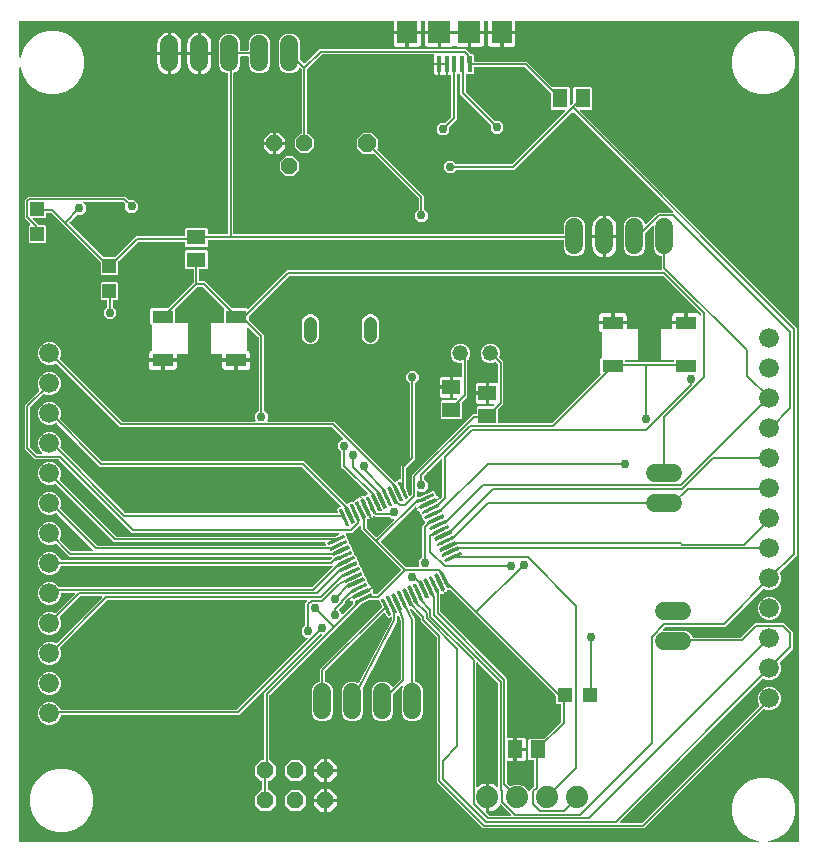
<source format=gbr>
G04 EAGLE Gerber RS-274X export*
G75*
%MOMM*%
%FSLAX34Y34*%
%LPD*%
%INTop Copper*%
%IPPOS*%
%AMOC8*
5,1,8,0,0,1.08239X$1,22.5*%
G01*
%ADD10R,1.500000X1.300000*%
%ADD11R,1.300000X1.500000*%
%ADD12R,0.350000X1.400000*%
%ADD13R,1.800000X1.900000*%
%ADD14R,1.900000X1.900000*%
%ADD15P,1.539592X8X22.500000*%
%ADD16C,1.524000*%
%ADD17C,1.676400*%
%ADD18R,1.200000X1.200000*%
%ADD19C,1.117600*%
%ADD20C,1.320800*%
%ADD21R,1.600000X1.300000*%
%ADD22R,1.300000X1.600000*%
%ADD23R,1.800000X1.100000*%
%ADD24C,1.879600*%
%ADD25P,1.429621X8X202.500000*%
%ADD26C,0.140000*%
%ADD27P,1.649562X8X22.500000*%
%ADD28C,0.152400*%
%ADD29C,0.756400*%

G36*
X635545Y10165D02*
X635545Y10165D01*
X635568Y10162D01*
X635665Y10184D01*
X635764Y10200D01*
X635785Y10212D01*
X635808Y10217D01*
X635893Y10269D01*
X635981Y10316D01*
X635997Y10333D01*
X636018Y10346D01*
X636082Y10422D01*
X636150Y10494D01*
X636160Y10516D01*
X636176Y10534D01*
X636212Y10627D01*
X636254Y10717D01*
X636257Y10741D01*
X636265Y10763D01*
X636270Y10863D01*
X636281Y10961D01*
X636276Y10985D01*
X636277Y11009D01*
X636250Y11105D01*
X636229Y11202D01*
X636216Y11222D01*
X636210Y11246D01*
X636154Y11328D01*
X636103Y11413D01*
X636084Y11429D01*
X636071Y11448D01*
X635991Y11508D01*
X635916Y11573D01*
X635893Y11582D01*
X635874Y11596D01*
X635718Y11657D01*
X629785Y13247D01*
X623704Y16758D01*
X618738Y21724D01*
X615227Y27805D01*
X613409Y34589D01*
X613409Y41611D01*
X615227Y48395D01*
X618738Y54476D01*
X623704Y59442D01*
X629785Y62953D01*
X636569Y64771D01*
X643591Y64771D01*
X650375Y62953D01*
X656456Y59442D01*
X661422Y54476D01*
X664933Y48395D01*
X666751Y41611D01*
X666751Y34589D01*
X664933Y27805D01*
X661422Y21724D01*
X656456Y16758D01*
X650375Y13247D01*
X644442Y11657D01*
X644420Y11647D01*
X644396Y11643D01*
X644309Y11597D01*
X644218Y11556D01*
X644200Y11540D01*
X644179Y11528D01*
X644111Y11456D01*
X644038Y11389D01*
X644026Y11368D01*
X644010Y11350D01*
X643968Y11260D01*
X643920Y11173D01*
X643916Y11149D01*
X643906Y11127D01*
X643895Y11028D01*
X643878Y10930D01*
X643882Y10906D01*
X643879Y10883D01*
X643900Y10785D01*
X643915Y10687D01*
X643926Y10666D01*
X643931Y10642D01*
X643982Y10557D01*
X644028Y10468D01*
X644045Y10452D01*
X644057Y10431D01*
X644133Y10366D01*
X644204Y10297D01*
X644226Y10287D01*
X644244Y10271D01*
X644337Y10234D01*
X644426Y10191D01*
X644450Y10188D01*
X644473Y10179D01*
X644639Y10161D01*
X669038Y10161D01*
X669058Y10164D01*
X669077Y10162D01*
X669179Y10184D01*
X669281Y10200D01*
X669298Y10210D01*
X669318Y10214D01*
X669407Y10267D01*
X669498Y10316D01*
X669512Y10330D01*
X669529Y10340D01*
X669596Y10419D01*
X669668Y10494D01*
X669676Y10512D01*
X669689Y10527D01*
X669728Y10623D01*
X669771Y10717D01*
X669773Y10737D01*
X669781Y10755D01*
X669799Y10922D01*
X669799Y705258D01*
X669796Y705278D01*
X669798Y705297D01*
X669776Y705399D01*
X669760Y705501D01*
X669750Y705518D01*
X669746Y705538D01*
X669693Y705627D01*
X669644Y705718D01*
X669630Y705732D01*
X669620Y705749D01*
X669541Y705816D01*
X669466Y705888D01*
X669448Y705896D01*
X669433Y705909D01*
X669337Y705948D01*
X669243Y705991D01*
X669223Y705993D01*
X669205Y706001D01*
X669038Y706019D01*
X430762Y706019D01*
X430742Y706016D01*
X430723Y706018D01*
X430621Y705996D01*
X430519Y705980D01*
X430502Y705970D01*
X430482Y705966D01*
X430393Y705913D01*
X430302Y705864D01*
X430288Y705850D01*
X430271Y705840D01*
X430204Y705761D01*
X430132Y705686D01*
X430124Y705668D01*
X430111Y705653D01*
X430072Y705557D01*
X430029Y705463D01*
X430027Y705443D01*
X430019Y705425D01*
X430001Y705258D01*
X430001Y697483D01*
X419222Y697483D01*
X419202Y697480D01*
X419183Y697482D01*
X419081Y697460D01*
X418979Y697443D01*
X418962Y697434D01*
X418942Y697430D01*
X418853Y697377D01*
X418762Y697328D01*
X418748Y697314D01*
X418731Y697304D01*
X418664Y697225D01*
X418593Y697150D01*
X418584Y697132D01*
X418571Y697117D01*
X418532Y697021D01*
X418489Y696927D01*
X418487Y696907D01*
X418479Y696889D01*
X418461Y696722D01*
X418461Y695959D01*
X418459Y695959D01*
X418459Y696722D01*
X418456Y696742D01*
X418458Y696761D01*
X418436Y696863D01*
X418419Y696965D01*
X418410Y696982D01*
X418406Y697002D01*
X418353Y697091D01*
X418304Y697182D01*
X418290Y697196D01*
X418280Y697213D01*
X418201Y697280D01*
X418126Y697351D01*
X418108Y697360D01*
X418093Y697373D01*
X417997Y697412D01*
X417903Y697455D01*
X417883Y697457D01*
X417865Y697465D01*
X417698Y697483D01*
X406919Y697483D01*
X406919Y705258D01*
X406916Y705278D01*
X406918Y705297D01*
X406896Y705399D01*
X406880Y705501D01*
X406870Y705518D01*
X406866Y705538D01*
X406813Y705627D01*
X406764Y705718D01*
X406750Y705732D01*
X406740Y705749D01*
X406661Y705816D01*
X406586Y705888D01*
X406568Y705896D01*
X406553Y705909D01*
X406457Y705948D01*
X406363Y705991D01*
X406343Y705993D01*
X406325Y706001D01*
X406158Y706019D01*
X403962Y706019D01*
X403942Y706016D01*
X403923Y706018D01*
X403821Y705996D01*
X403719Y705980D01*
X403702Y705970D01*
X403682Y705966D01*
X403593Y705913D01*
X403502Y705864D01*
X403488Y705850D01*
X403471Y705840D01*
X403404Y705761D01*
X403332Y705686D01*
X403324Y705668D01*
X403311Y705653D01*
X403272Y705557D01*
X403229Y705463D01*
X403227Y705443D01*
X403219Y705425D01*
X403201Y705258D01*
X403201Y697483D01*
X391922Y697483D01*
X391902Y697480D01*
X391883Y697482D01*
X391781Y697460D01*
X391679Y697443D01*
X391662Y697434D01*
X391642Y697430D01*
X391553Y697377D01*
X391462Y697328D01*
X391448Y697314D01*
X391431Y697304D01*
X391364Y697225D01*
X391293Y697150D01*
X391284Y697132D01*
X391271Y697117D01*
X391232Y697021D01*
X391189Y696927D01*
X391187Y696907D01*
X391179Y696889D01*
X391161Y696722D01*
X391161Y695959D01*
X391159Y695959D01*
X391159Y696722D01*
X391156Y696742D01*
X391158Y696761D01*
X391136Y696863D01*
X391119Y696965D01*
X391110Y696982D01*
X391106Y697002D01*
X391053Y697091D01*
X391004Y697182D01*
X390990Y697196D01*
X390980Y697213D01*
X390901Y697280D01*
X390826Y697351D01*
X390808Y697360D01*
X390793Y697373D01*
X390697Y697412D01*
X390603Y697455D01*
X390583Y697457D01*
X390565Y697465D01*
X390398Y697483D01*
X366522Y697483D01*
X366502Y697480D01*
X366483Y697482D01*
X366381Y697460D01*
X366279Y697443D01*
X366262Y697434D01*
X366242Y697430D01*
X366153Y697377D01*
X366062Y697328D01*
X366048Y697314D01*
X366031Y697304D01*
X365964Y697225D01*
X365893Y697150D01*
X365884Y697132D01*
X365871Y697117D01*
X365832Y697021D01*
X365789Y696927D01*
X365787Y696907D01*
X365779Y696889D01*
X365761Y696722D01*
X365761Y695959D01*
X365759Y695959D01*
X365759Y696722D01*
X365756Y696742D01*
X365758Y696761D01*
X365736Y696863D01*
X365719Y696965D01*
X365710Y696982D01*
X365706Y697002D01*
X365653Y697091D01*
X365604Y697182D01*
X365590Y697196D01*
X365580Y697213D01*
X365501Y697280D01*
X365426Y697351D01*
X365408Y697360D01*
X365393Y697373D01*
X365297Y697412D01*
X365203Y697455D01*
X365183Y697457D01*
X365165Y697465D01*
X364998Y697483D01*
X353719Y697483D01*
X353719Y705258D01*
X353716Y705278D01*
X353718Y705297D01*
X353696Y705399D01*
X353680Y705501D01*
X353670Y705518D01*
X353666Y705538D01*
X353613Y705627D01*
X353564Y705718D01*
X353550Y705732D01*
X353540Y705749D01*
X353461Y705816D01*
X353386Y705888D01*
X353368Y705896D01*
X353353Y705909D01*
X353257Y705948D01*
X353163Y705991D01*
X353143Y705993D01*
X353125Y706001D01*
X352958Y706019D01*
X350762Y706019D01*
X350742Y706016D01*
X350723Y706018D01*
X350621Y705996D01*
X350519Y705980D01*
X350502Y705970D01*
X350482Y705966D01*
X350393Y705913D01*
X350302Y705864D01*
X350288Y705850D01*
X350271Y705840D01*
X350204Y705761D01*
X350132Y705686D01*
X350124Y705668D01*
X350111Y705653D01*
X350072Y705557D01*
X350029Y705463D01*
X350027Y705443D01*
X350019Y705425D01*
X350001Y705258D01*
X350001Y697483D01*
X339222Y697483D01*
X339202Y697480D01*
X339183Y697482D01*
X339081Y697460D01*
X338979Y697443D01*
X338962Y697434D01*
X338942Y697430D01*
X338853Y697377D01*
X338762Y697328D01*
X338748Y697314D01*
X338731Y697304D01*
X338664Y697225D01*
X338593Y697150D01*
X338584Y697132D01*
X338571Y697117D01*
X338532Y697021D01*
X338489Y696927D01*
X338487Y696907D01*
X338479Y696889D01*
X338461Y696722D01*
X338461Y695959D01*
X338459Y695959D01*
X338459Y696722D01*
X338456Y696742D01*
X338458Y696761D01*
X338436Y696863D01*
X338419Y696965D01*
X338410Y696982D01*
X338406Y697002D01*
X338353Y697091D01*
X338304Y697182D01*
X338290Y697196D01*
X338280Y697213D01*
X338201Y697280D01*
X338126Y697351D01*
X338108Y697360D01*
X338093Y697373D01*
X337997Y697412D01*
X337903Y697455D01*
X337883Y697457D01*
X337865Y697465D01*
X337698Y697483D01*
X326919Y697483D01*
X326919Y705258D01*
X326916Y705278D01*
X326918Y705297D01*
X326896Y705399D01*
X326880Y705501D01*
X326870Y705518D01*
X326866Y705538D01*
X326813Y705627D01*
X326764Y705718D01*
X326750Y705732D01*
X326740Y705749D01*
X326661Y705816D01*
X326586Y705888D01*
X326568Y705896D01*
X326553Y705909D01*
X326457Y705948D01*
X326363Y705991D01*
X326343Y705993D01*
X326325Y706001D01*
X326158Y706019D01*
X10922Y706019D01*
X10902Y706016D01*
X10883Y706018D01*
X10781Y705996D01*
X10679Y705980D01*
X10662Y705970D01*
X10642Y705966D01*
X10553Y705913D01*
X10462Y705864D01*
X10448Y705850D01*
X10431Y705840D01*
X10364Y705761D01*
X10292Y705686D01*
X10284Y705668D01*
X10271Y705653D01*
X10232Y705557D01*
X10189Y705463D01*
X10187Y705443D01*
X10179Y705425D01*
X10161Y705258D01*
X10161Y675119D01*
X10165Y675095D01*
X10162Y675072D01*
X10184Y674975D01*
X10200Y674876D01*
X10212Y674855D01*
X10217Y674832D01*
X10269Y674747D01*
X10316Y674659D01*
X10333Y674643D01*
X10346Y674622D01*
X10422Y674558D01*
X10494Y674490D01*
X10516Y674480D01*
X10534Y674464D01*
X10627Y674428D01*
X10717Y674386D01*
X10741Y674383D01*
X10763Y674375D01*
X10863Y674370D01*
X10961Y674359D01*
X10985Y674364D01*
X11009Y674363D01*
X11105Y674390D01*
X11202Y674411D01*
X11222Y674424D01*
X11246Y674430D01*
X11328Y674486D01*
X11413Y674537D01*
X11429Y674556D01*
X11448Y674569D01*
X11508Y674649D01*
X11573Y674724D01*
X11582Y674747D01*
X11596Y674766D01*
X11657Y674922D01*
X13247Y680855D01*
X16758Y686936D01*
X21724Y691902D01*
X27805Y695413D01*
X34589Y697231D01*
X41611Y697231D01*
X48395Y695413D01*
X54476Y691902D01*
X59442Y686936D01*
X62953Y680855D01*
X64771Y674071D01*
X64771Y667049D01*
X62953Y660265D01*
X59442Y654184D01*
X54476Y649218D01*
X48395Y645707D01*
X41611Y643889D01*
X34589Y643889D01*
X27805Y645707D01*
X21724Y649218D01*
X16758Y654184D01*
X13247Y660265D01*
X11657Y666198D01*
X11647Y666220D01*
X11643Y666244D01*
X11597Y666331D01*
X11556Y666422D01*
X11540Y666440D01*
X11528Y666461D01*
X11456Y666529D01*
X11389Y666602D01*
X11368Y666614D01*
X11350Y666630D01*
X11260Y666672D01*
X11173Y666720D01*
X11149Y666724D01*
X11127Y666734D01*
X11028Y666745D01*
X10930Y666762D01*
X10906Y666758D01*
X10883Y666761D01*
X10785Y666740D01*
X10687Y666725D01*
X10666Y666714D01*
X10642Y666709D01*
X10557Y666658D01*
X10468Y666612D01*
X10452Y666595D01*
X10431Y666583D01*
X10366Y666507D01*
X10297Y666436D01*
X10287Y666414D01*
X10271Y666396D01*
X10234Y666303D01*
X10191Y666214D01*
X10188Y666190D01*
X10179Y666167D01*
X10161Y666001D01*
X10161Y10922D01*
X10164Y10902D01*
X10162Y10883D01*
X10184Y10781D01*
X10200Y10679D01*
X10210Y10662D01*
X10214Y10642D01*
X10267Y10553D01*
X10316Y10462D01*
X10330Y10448D01*
X10340Y10431D01*
X10419Y10364D01*
X10494Y10292D01*
X10512Y10284D01*
X10527Y10271D01*
X10623Y10232D01*
X10717Y10189D01*
X10737Y10187D01*
X10755Y10179D01*
X10922Y10161D01*
X635521Y10161D01*
X635545Y10165D01*
G37*
%LPC*%
G36*
X402913Y22097D02*
X402913Y22097D01*
X401350Y23660D01*
X365036Y59974D01*
X363473Y61537D01*
X363473Y183664D01*
X363459Y183754D01*
X363451Y183845D01*
X363439Y183875D01*
X363434Y183907D01*
X363391Y183988D01*
X363355Y184072D01*
X363329Y184104D01*
X363318Y184124D01*
X363295Y184147D01*
X363250Y184203D01*
X349757Y197696D01*
X349757Y199906D01*
X349743Y199996D01*
X349735Y200087D01*
X349723Y200116D01*
X349718Y200148D01*
X349675Y200229D01*
X349639Y200313D01*
X349613Y200345D01*
X349602Y200366D01*
X349579Y200388D01*
X349534Y200444D01*
X342367Y207612D01*
X342366Y207612D01*
X342365Y207613D01*
X342262Y207687D01*
X342167Y207755D01*
X342166Y207755D01*
X342165Y207756D01*
X342044Y207793D01*
X341932Y207827D01*
X341931Y207827D01*
X341929Y207828D01*
X341807Y207824D01*
X341686Y207821D01*
X341685Y207821D01*
X341684Y207821D01*
X341571Y207779D01*
X341455Y207737D01*
X341454Y207736D01*
X341453Y207735D01*
X341360Y207661D01*
X341263Y207583D01*
X341262Y207582D01*
X341261Y207581D01*
X341198Y207482D01*
X341130Y207376D01*
X341130Y207375D01*
X341129Y207374D01*
X341100Y207259D01*
X341070Y207137D01*
X341070Y207136D01*
X341070Y207135D01*
X341079Y207015D01*
X341089Y206892D01*
X341089Y206891D01*
X341089Y206890D01*
X341148Y206733D01*
X344724Y199585D01*
X344746Y199554D01*
X344762Y199518D01*
X344866Y199388D01*
X345187Y199067D01*
X345187Y198840D01*
X345202Y198749D01*
X345209Y198657D01*
X345223Y198620D01*
X345226Y198597D01*
X345242Y198569D01*
X345267Y198499D01*
X345369Y198296D01*
X345226Y197866D01*
X345220Y197828D01*
X345205Y197793D01*
X345187Y197626D01*
X345187Y146620D01*
X345206Y146505D01*
X345223Y146389D01*
X345225Y146383D01*
X345226Y146377D01*
X345281Y146274D01*
X345334Y146169D01*
X345339Y146165D01*
X345342Y146160D01*
X345426Y146080D01*
X345510Y145997D01*
X345516Y145994D01*
X345520Y145990D01*
X345537Y145982D01*
X345657Y145916D01*
X348080Y144913D01*
X350653Y142340D01*
X352045Y138979D01*
X352045Y120101D01*
X350653Y116740D01*
X348080Y114167D01*
X344719Y112775D01*
X341081Y112775D01*
X337720Y114167D01*
X335147Y116740D01*
X333755Y120101D01*
X333755Y138979D01*
X334824Y141559D01*
X334846Y141654D01*
X334875Y141747D01*
X334874Y141773D01*
X334880Y141798D01*
X334871Y141895D01*
X334868Y141993D01*
X334859Y142017D01*
X334857Y142043D01*
X334817Y142132D01*
X334784Y142224D01*
X334768Y142244D01*
X334757Y142268D01*
X334691Y142339D01*
X334630Y142416D01*
X334608Y142430D01*
X334591Y142449D01*
X334505Y142496D01*
X334423Y142549D01*
X334398Y142555D01*
X334375Y142568D01*
X334279Y142585D01*
X334185Y142609D01*
X334159Y142607D01*
X334133Y142611D01*
X334036Y142597D01*
X333940Y142589D01*
X333916Y142579D01*
X333890Y142575D01*
X333803Y142531D01*
X333713Y142493D01*
X333688Y142473D01*
X333670Y142464D01*
X333647Y142440D01*
X333582Y142388D01*
X326868Y135674D01*
X326815Y135600D01*
X326755Y135530D01*
X326743Y135500D01*
X326724Y135474D01*
X326697Y135387D01*
X326663Y135302D01*
X326659Y135261D01*
X326652Y135239D01*
X326653Y135207D01*
X326645Y135136D01*
X326645Y120101D01*
X325253Y116740D01*
X322680Y114167D01*
X319319Y112775D01*
X315681Y112775D01*
X312320Y114167D01*
X309747Y116740D01*
X308355Y120101D01*
X308355Y138979D01*
X309747Y142340D01*
X312320Y144913D01*
X315681Y146305D01*
X319319Y146305D01*
X322680Y144913D01*
X325253Y142340D01*
X325348Y142110D01*
X325372Y142071D01*
X325388Y142028D01*
X325436Y141967D01*
X325477Y141901D01*
X325513Y141872D01*
X325541Y141836D01*
X325607Y141794D01*
X325667Y141744D01*
X325710Y141728D01*
X325748Y141703D01*
X325824Y141684D01*
X325896Y141656D01*
X325942Y141654D01*
X325987Y141643D01*
X326064Y141649D01*
X326142Y141646D01*
X326186Y141659D01*
X326232Y141662D01*
X326304Y141693D01*
X326378Y141714D01*
X326416Y141740D01*
X326458Y141758D01*
X326565Y141844D01*
X326580Y141855D01*
X326583Y141859D01*
X326589Y141863D01*
X332770Y148044D01*
X332823Y148118D01*
X332883Y148188D01*
X332895Y148218D01*
X332914Y148244D01*
X332941Y148331D01*
X332975Y148416D01*
X332979Y148457D01*
X332986Y148479D01*
X332985Y148511D01*
X332993Y148583D01*
X332993Y197573D01*
X332985Y197624D01*
X332986Y197675D01*
X332958Y197789D01*
X332954Y197816D01*
X332949Y197824D01*
X332946Y197838D01*
X331422Y201947D01*
X331366Y202045D01*
X331314Y202143D01*
X331306Y202151D01*
X331300Y202161D01*
X331217Y202236D01*
X331136Y202312D01*
X331125Y202317D01*
X331117Y202325D01*
X331014Y202369D01*
X330913Y202416D01*
X330901Y202417D01*
X330890Y202422D01*
X330779Y202431D01*
X330669Y202443D01*
X330657Y202440D01*
X330645Y202441D01*
X330537Y202414D01*
X330428Y202391D01*
X330418Y202385D01*
X330407Y202382D01*
X330313Y202322D01*
X330217Y202265D01*
X330209Y202256D01*
X330199Y202249D01*
X330130Y202163D01*
X330057Y202078D01*
X330053Y202067D01*
X330045Y202058D01*
X330007Y201953D01*
X329965Y201849D01*
X329964Y201835D01*
X329960Y201827D01*
X329960Y201800D01*
X329947Y201683D01*
X329947Y198592D01*
X329952Y198559D01*
X329950Y198526D01*
X329982Y198362D01*
X330126Y197908D01*
X330032Y197727D01*
X330002Y197634D01*
X329965Y197543D01*
X329962Y197512D01*
X329956Y197493D01*
X329956Y197460D01*
X329947Y197377D01*
X329947Y197173D01*
X329610Y196837D01*
X329591Y196810D01*
X329566Y196788D01*
X329473Y196649D01*
X300664Y141089D01*
X300664Y141088D01*
X300624Y140966D01*
X300588Y140855D01*
X300588Y140854D01*
X300589Y140725D01*
X300590Y140609D01*
X300590Y140608D01*
X300637Y140447D01*
X301245Y138979D01*
X301245Y120101D01*
X299853Y116740D01*
X297280Y114167D01*
X293919Y112775D01*
X290281Y112775D01*
X286920Y114167D01*
X284347Y116740D01*
X282955Y120101D01*
X282955Y138979D01*
X284347Y142340D01*
X286920Y144913D01*
X290281Y146305D01*
X293919Y146305D01*
X296812Y145107D01*
X296919Y145081D01*
X297025Y145053D01*
X297038Y145053D01*
X297051Y145050D01*
X297161Y145061D01*
X297271Y145067D01*
X297283Y145072D01*
X297296Y145074D01*
X297397Y145118D01*
X297499Y145160D01*
X297509Y145168D01*
X297521Y145174D01*
X297602Y145248D01*
X297686Y145320D01*
X297694Y145333D01*
X297702Y145340D01*
X297715Y145365D01*
X297779Y145459D01*
X325288Y198513D01*
X325318Y198606D01*
X325355Y198697D01*
X325358Y198729D01*
X325364Y198747D01*
X325364Y198780D01*
X325373Y198863D01*
X325373Y200409D01*
X325363Y200471D01*
X325363Y200533D01*
X325343Y200591D01*
X325334Y200652D01*
X325304Y200707D01*
X325284Y200766D01*
X325247Y200815D01*
X325218Y200869D01*
X325173Y200912D01*
X325135Y200962D01*
X325085Y200996D01*
X325040Y201038D01*
X324983Y201065D01*
X324932Y201100D01*
X324873Y201116D01*
X324817Y201142D01*
X324755Y201149D01*
X324695Y201166D01*
X324634Y201162D01*
X324573Y201169D01*
X324511Y201156D01*
X324449Y201153D01*
X324364Y201124D01*
X324332Y201117D01*
X324317Y201108D01*
X324290Y201099D01*
X322873Y200438D01*
X321141Y201068D01*
X319689Y204183D01*
X319672Y204207D01*
X319662Y204234D01*
X319604Y204308D01*
X319550Y204386D01*
X319527Y204404D01*
X319509Y204426D01*
X319429Y204477D01*
X319354Y204534D01*
X319327Y204544D01*
X319302Y204559D01*
X319210Y204583D01*
X319121Y204612D01*
X319092Y204612D01*
X319063Y204620D01*
X318969Y204612D01*
X318875Y204612D01*
X318847Y204603D01*
X318818Y204600D01*
X318731Y204564D01*
X318642Y204533D01*
X318619Y204516D01*
X318592Y204504D01*
X318461Y204399D01*
X269210Y155148D01*
X269157Y155074D01*
X269097Y155005D01*
X269085Y154975D01*
X269066Y154948D01*
X269039Y154861D01*
X269005Y154777D01*
X269001Y154736D01*
X268994Y154713D01*
X268995Y154681D01*
X268987Y154610D01*
X268987Y146620D01*
X269006Y146505D01*
X269023Y146389D01*
X269025Y146383D01*
X269026Y146377D01*
X269081Y146274D01*
X269134Y146169D01*
X269139Y146165D01*
X269142Y146160D01*
X269226Y146080D01*
X269310Y145997D01*
X269316Y145994D01*
X269320Y145990D01*
X269337Y145982D01*
X269457Y145916D01*
X271880Y144913D01*
X274453Y142340D01*
X275845Y138979D01*
X275845Y120101D01*
X274453Y116740D01*
X271880Y114167D01*
X268519Y112775D01*
X264881Y112775D01*
X261520Y114167D01*
X258947Y116740D01*
X257555Y120101D01*
X257555Y138979D01*
X258947Y142340D01*
X261520Y144913D01*
X263943Y145916D01*
X264043Y145978D01*
X264143Y146038D01*
X264147Y146043D01*
X264152Y146046D01*
X264227Y146136D01*
X264303Y146225D01*
X264305Y146231D01*
X264309Y146235D01*
X264351Y146344D01*
X264395Y146453D01*
X264396Y146460D01*
X264397Y146465D01*
X264398Y146483D01*
X264413Y146620D01*
X264413Y156820D01*
X316796Y209202D01*
X316802Y209211D01*
X316810Y209217D01*
X316874Y209310D01*
X316939Y209402D01*
X316942Y209412D01*
X316948Y209421D01*
X316978Y209529D01*
X317012Y209637D01*
X317011Y209647D01*
X317014Y209658D01*
X317008Y209770D01*
X317005Y209883D01*
X317002Y209893D01*
X317001Y209903D01*
X316947Y210062D01*
X314549Y215206D01*
X314492Y215289D01*
X314441Y215375D01*
X314423Y215390D01*
X314410Y215409D01*
X314330Y215470D01*
X314254Y215535D01*
X314233Y215543D01*
X314214Y215557D01*
X314119Y215589D01*
X314026Y215627D01*
X313997Y215630D01*
X313981Y215635D01*
X313948Y215635D01*
X313859Y215645D01*
X306674Y215645D01*
X306593Y215632D01*
X306511Y215628D01*
X306459Y215610D01*
X306431Y215606D01*
X306406Y215592D01*
X306352Y215574D01*
X299496Y212377D01*
X299455Y212349D01*
X299410Y212330D01*
X299312Y212252D01*
X299292Y212238D01*
X299288Y212232D01*
X299279Y212225D01*
X279878Y192824D01*
X278092Y191038D01*
X221966Y134912D01*
X221913Y134838D01*
X221853Y134768D01*
X221841Y134738D01*
X221822Y134712D01*
X221795Y134625D01*
X221761Y134540D01*
X221757Y134499D01*
X221750Y134477D01*
X221751Y134445D01*
X221743Y134374D01*
X221743Y80347D01*
X221757Y80257D01*
X221765Y80166D01*
X221777Y80136D01*
X221782Y80104D01*
X221825Y80023D01*
X221861Y79939D01*
X221887Y79907D01*
X221898Y79887D01*
X221921Y79864D01*
X221966Y79808D01*
X227077Y74697D01*
X227077Y67543D01*
X222017Y62483D01*
X220980Y62483D01*
X220960Y62480D01*
X220941Y62482D01*
X220839Y62460D01*
X220737Y62444D01*
X220720Y62434D01*
X220700Y62430D01*
X220611Y62377D01*
X220520Y62328D01*
X220506Y62314D01*
X220489Y62304D01*
X220422Y62225D01*
X220350Y62150D01*
X220342Y62132D01*
X220329Y62117D01*
X220290Y62021D01*
X220247Y61927D01*
X220245Y61907D01*
X220237Y61889D01*
X220219Y61722D01*
X220219Y55118D01*
X220222Y55098D01*
X220220Y55079D01*
X220242Y54977D01*
X220258Y54875D01*
X220268Y54858D01*
X220272Y54838D01*
X220325Y54749D01*
X220374Y54658D01*
X220388Y54644D01*
X220398Y54627D01*
X220477Y54560D01*
X220552Y54488D01*
X220570Y54480D01*
X220585Y54467D01*
X220681Y54428D01*
X220775Y54385D01*
X220795Y54383D01*
X220813Y54375D01*
X220980Y54357D01*
X222017Y54357D01*
X227077Y49297D01*
X227077Y42143D01*
X222017Y37083D01*
X214863Y37083D01*
X209803Y42143D01*
X209803Y49297D01*
X214863Y54357D01*
X214884Y54357D01*
X214904Y54360D01*
X214923Y54358D01*
X215025Y54380D01*
X215127Y54396D01*
X215144Y54406D01*
X215164Y54410D01*
X215253Y54463D01*
X215344Y54512D01*
X215358Y54526D01*
X215375Y54536D01*
X215442Y54615D01*
X215514Y54690D01*
X215522Y54708D01*
X215535Y54723D01*
X215574Y54819D01*
X215617Y54913D01*
X215619Y54933D01*
X215627Y54951D01*
X215645Y55118D01*
X215645Y61722D01*
X215642Y61742D01*
X215644Y61761D01*
X215622Y61863D01*
X215606Y61965D01*
X215596Y61982D01*
X215592Y62002D01*
X215539Y62091D01*
X215490Y62182D01*
X215476Y62196D01*
X215466Y62213D01*
X215387Y62280D01*
X215312Y62352D01*
X215294Y62360D01*
X215279Y62373D01*
X215183Y62412D01*
X215089Y62455D01*
X215069Y62457D01*
X215051Y62465D01*
X214884Y62483D01*
X214863Y62483D01*
X209803Y67543D01*
X209803Y74697D01*
X214863Y79757D01*
X216408Y79757D01*
X216428Y79760D01*
X216447Y79758D01*
X216549Y79780D01*
X216651Y79796D01*
X216668Y79806D01*
X216688Y79810D01*
X216777Y79863D01*
X216868Y79912D01*
X216882Y79926D01*
X216899Y79936D01*
X216966Y80015D01*
X217038Y80090D01*
X217046Y80108D01*
X217059Y80123D01*
X217098Y80219D01*
X217141Y80313D01*
X217143Y80333D01*
X217151Y80351D01*
X217169Y80518D01*
X217169Y136583D01*
X218732Y138146D01*
X266004Y185418D01*
X266046Y185476D01*
X266095Y185528D01*
X266117Y185575D01*
X266147Y185617D01*
X266168Y185686D01*
X266199Y185751D01*
X266204Y185803D01*
X266220Y185853D01*
X266218Y185924D01*
X266226Y185995D01*
X266215Y186046D01*
X266213Y186098D01*
X266189Y186166D01*
X266174Y186236D01*
X266147Y186280D01*
X266129Y186329D01*
X266084Y186385D01*
X266047Y186447D01*
X266008Y186481D01*
X265975Y186521D01*
X265915Y186560D01*
X265860Y186607D01*
X265812Y186626D01*
X265768Y186654D01*
X265699Y186672D01*
X265632Y186699D01*
X265561Y186707D01*
X265530Y186715D01*
X265506Y186713D01*
X265466Y186717D01*
X264943Y186717D01*
X264852Y186703D01*
X264762Y186695D01*
X264732Y186683D01*
X264700Y186678D01*
X264619Y186635D01*
X264535Y186599D01*
X264503Y186573D01*
X264482Y186562D01*
X264460Y186539D01*
X264404Y186494D01*
X196019Y118109D01*
X46228Y118109D01*
X46208Y118106D01*
X46189Y118108D01*
X46087Y118086D01*
X45985Y118070D01*
X45968Y118060D01*
X45948Y118056D01*
X45859Y118003D01*
X45768Y117954D01*
X45754Y117940D01*
X45737Y117930D01*
X45670Y117851D01*
X45598Y117776D01*
X45590Y117758D01*
X45577Y117743D01*
X45538Y117647D01*
X45495Y117553D01*
X45493Y117533D01*
X45485Y117515D01*
X45476Y117432D01*
X43959Y113768D01*
X41172Y110981D01*
X37531Y109473D01*
X33589Y109473D01*
X29948Y110981D01*
X27161Y113768D01*
X25653Y117409D01*
X25653Y121351D01*
X27161Y124992D01*
X29948Y127779D01*
X33589Y129287D01*
X37531Y129287D01*
X41172Y127779D01*
X43959Y124992D01*
X44720Y123153D01*
X44782Y123053D01*
X44842Y122953D01*
X44847Y122949D01*
X44850Y122944D01*
X44940Y122869D01*
X45029Y122793D01*
X45035Y122791D01*
X45039Y122787D01*
X45148Y122745D01*
X45257Y122701D01*
X45264Y122700D01*
X45269Y122699D01*
X45287Y122698D01*
X45424Y122683D01*
X193809Y122683D01*
X193900Y122697D01*
X193990Y122705D01*
X194020Y122717D01*
X194052Y122722D01*
X194133Y122765D01*
X194217Y122801D01*
X194249Y122827D01*
X194270Y122838D01*
X194292Y122861D01*
X194348Y122906D01*
X253812Y182370D01*
X253854Y182428D01*
X253903Y182480D01*
X253925Y182527D01*
X253955Y182569D01*
X253976Y182638D01*
X254007Y182703D01*
X254012Y182755D01*
X254028Y182805D01*
X254026Y182876D01*
X254034Y182947D01*
X254023Y182998D01*
X254021Y183050D01*
X253997Y183118D01*
X253982Y183188D01*
X253955Y183233D01*
X253937Y183281D01*
X253892Y183337D01*
X253855Y183399D01*
X253816Y183433D01*
X253783Y183473D01*
X253723Y183512D01*
X253668Y183559D01*
X253620Y183578D01*
X253576Y183606D01*
X253507Y183624D01*
X253440Y183651D01*
X253369Y183659D01*
X253338Y183667D01*
X253314Y183665D01*
X253274Y183669D01*
X252310Y183669D01*
X249201Y186778D01*
X249201Y191174D01*
X251998Y193971D01*
X252051Y194045D01*
X252111Y194115D01*
X252123Y194145D01*
X252142Y194171D01*
X252169Y194258D01*
X252203Y194343D01*
X252207Y194384D01*
X252214Y194406D01*
X252213Y194438D01*
X252221Y194509D01*
X252221Y212783D01*
X253784Y214346D01*
X253784Y214347D01*
X253785Y214347D01*
X253826Y214405D01*
X253875Y214456D01*
X253897Y214503D01*
X253927Y214545D01*
X253928Y214546D01*
X253928Y214547D01*
X253949Y214615D01*
X253979Y214679D01*
X253984Y214731D01*
X254000Y214781D01*
X254000Y214783D01*
X253998Y214853D01*
X254006Y214923D01*
X253995Y214975D01*
X253993Y215026D01*
X253993Y215027D01*
X253993Y215029D01*
X253969Y215095D01*
X253954Y215164D01*
X253927Y215209D01*
X253909Y215257D01*
X253908Y215258D01*
X253908Y215259D01*
X253864Y215314D01*
X253827Y215375D01*
X253788Y215409D01*
X253755Y215449D01*
X253754Y215450D01*
X253754Y215451D01*
X253694Y215489D01*
X253640Y215535D01*
X253592Y215554D01*
X253548Y215582D01*
X253547Y215583D01*
X253546Y215583D01*
X253478Y215600D01*
X253412Y215627D01*
X253341Y215635D01*
X253310Y215643D01*
X253309Y215642D01*
X253308Y215643D01*
X253285Y215641D01*
X253246Y215645D01*
X85083Y215645D01*
X84992Y215631D01*
X84902Y215623D01*
X84872Y215611D01*
X84840Y215606D01*
X84759Y215563D01*
X84675Y215527D01*
X84643Y215501D01*
X84622Y215490D01*
X84600Y215467D01*
X84544Y215422D01*
X44598Y175476D01*
X44530Y175381D01*
X44460Y175287D01*
X44458Y175281D01*
X44454Y175276D01*
X44420Y175165D01*
X44384Y175053D01*
X44384Y175047D01*
X44382Y175041D01*
X44385Y174924D01*
X44386Y174808D01*
X44388Y174800D01*
X44388Y174795D01*
X44395Y174778D01*
X44433Y174646D01*
X45467Y172151D01*
X45467Y168209D01*
X43959Y164568D01*
X41172Y161781D01*
X37531Y160273D01*
X33589Y160273D01*
X29948Y161781D01*
X27161Y164568D01*
X25653Y168209D01*
X25653Y172151D01*
X27161Y175792D01*
X29948Y178579D01*
X33589Y180087D01*
X37531Y180087D01*
X40745Y178755D01*
X40858Y178729D01*
X40972Y178700D01*
X40978Y178701D01*
X40984Y178699D01*
X41101Y178710D01*
X41217Y178719D01*
X41223Y178722D01*
X41229Y178722D01*
X41337Y178770D01*
X41443Y178816D01*
X41449Y178820D01*
X41454Y178822D01*
X41468Y178835D01*
X41574Y178920D01*
X80048Y217394D01*
X80090Y217452D01*
X80139Y217504D01*
X80161Y217551D01*
X80191Y217593D01*
X80212Y217662D01*
X80243Y217727D01*
X80248Y217779D01*
X80264Y217829D01*
X80262Y217900D01*
X80270Y217971D01*
X80259Y218022D01*
X80257Y218074D01*
X80233Y218142D01*
X80218Y218212D01*
X80191Y218256D01*
X80173Y218305D01*
X80128Y218361D01*
X80091Y218423D01*
X80052Y218457D01*
X80019Y218497D01*
X79959Y218536D01*
X79904Y218583D01*
X79856Y218602D01*
X79812Y218630D01*
X79743Y218648D01*
X79676Y218675D01*
X79605Y218683D01*
X79574Y218691D01*
X79550Y218689D01*
X79510Y218693D01*
X62223Y218693D01*
X62132Y218679D01*
X62042Y218671D01*
X62012Y218659D01*
X61980Y218654D01*
X61899Y218611D01*
X61815Y218575D01*
X61783Y218549D01*
X61762Y218538D01*
X61740Y218515D01*
X61684Y218470D01*
X44449Y201235D01*
X44382Y201141D01*
X44311Y201047D01*
X44309Y201041D01*
X44306Y201035D01*
X44271Y200924D01*
X44235Y200813D01*
X44235Y200806D01*
X44233Y200800D01*
X44236Y200684D01*
X44237Y200567D01*
X44239Y200560D01*
X44240Y200555D01*
X44246Y200537D01*
X44284Y200406D01*
X45467Y197551D01*
X45467Y193609D01*
X43959Y189968D01*
X41172Y187181D01*
X37531Y185673D01*
X33589Y185673D01*
X29948Y187181D01*
X27161Y189968D01*
X25653Y193609D01*
X25653Y197551D01*
X27161Y201192D01*
X29948Y203979D01*
X33589Y205487D01*
X37531Y205487D01*
X40386Y204304D01*
X40499Y204277D01*
X40613Y204249D01*
X40619Y204249D01*
X40625Y204248D01*
X40742Y204259D01*
X40858Y204268D01*
X40864Y204270D01*
X40870Y204271D01*
X40978Y204319D01*
X41084Y204364D01*
X41090Y204369D01*
X41095Y204371D01*
X41108Y204384D01*
X41215Y204469D01*
X57188Y220442D01*
X57230Y220500D01*
X57279Y220552D01*
X57301Y220599D01*
X57331Y220641D01*
X57352Y220710D01*
X57383Y220775D01*
X57388Y220827D01*
X57404Y220877D01*
X57402Y220948D01*
X57410Y221019D01*
X57399Y221070D01*
X57397Y221122D01*
X57373Y221190D01*
X57358Y221260D01*
X57331Y221304D01*
X57313Y221353D01*
X57268Y221409D01*
X57231Y221471D01*
X57192Y221505D01*
X57159Y221545D01*
X57099Y221584D01*
X57044Y221631D01*
X56996Y221650D01*
X56952Y221678D01*
X56883Y221696D01*
X56816Y221723D01*
X56745Y221731D01*
X56714Y221739D01*
X56690Y221737D01*
X56650Y221741D01*
X46228Y221741D01*
X46208Y221738D01*
X46189Y221740D01*
X46087Y221718D01*
X45985Y221702D01*
X45968Y221692D01*
X45948Y221688D01*
X45859Y221635D01*
X45768Y221586D01*
X45754Y221572D01*
X45737Y221562D01*
X45670Y221483D01*
X45598Y221408D01*
X45590Y221390D01*
X45577Y221375D01*
X45538Y221279D01*
X45495Y221185D01*
X45493Y221165D01*
X45485Y221147D01*
X45467Y220980D01*
X45467Y219009D01*
X43959Y215368D01*
X41172Y212581D01*
X37531Y211073D01*
X33589Y211073D01*
X29948Y212581D01*
X27161Y215368D01*
X25653Y219009D01*
X25653Y222951D01*
X27161Y226592D01*
X29948Y229379D01*
X33589Y230887D01*
X37531Y230887D01*
X41172Y229379D01*
X44013Y226538D01*
X44086Y226485D01*
X44156Y226425D01*
X44186Y226413D01*
X44212Y226394D01*
X44299Y226367D01*
X44384Y226333D01*
X44425Y226329D01*
X44447Y226322D01*
X44480Y226323D01*
X44551Y226315D01*
X257818Y226315D01*
X257908Y226329D01*
X257999Y226337D01*
X258028Y226349D01*
X258060Y226354D01*
X258141Y226397D01*
X258225Y226433D01*
X258257Y226459D01*
X258278Y226470D01*
X258300Y226493D01*
X258356Y226538D01*
X275120Y243302D01*
X275162Y243360D01*
X275211Y243412D01*
X275233Y243459D01*
X275263Y243501D01*
X275284Y243570D01*
X275315Y243635D01*
X275320Y243687D01*
X275336Y243737D01*
X275334Y243808D01*
X275342Y243879D01*
X275331Y243930D01*
X275329Y243982D01*
X275305Y244050D01*
X275290Y244120D01*
X275263Y244164D01*
X275245Y244213D01*
X275200Y244269D01*
X275163Y244331D01*
X275124Y244365D01*
X275091Y244405D01*
X275031Y244444D01*
X274976Y244491D01*
X274928Y244510D01*
X274884Y244538D01*
X274815Y244556D01*
X274748Y244583D01*
X274677Y244591D01*
X274646Y244599D01*
X274622Y244597D01*
X274582Y244601D01*
X46055Y244601D01*
X45940Y244582D01*
X45824Y244565D01*
X45818Y244563D01*
X45812Y244562D01*
X45709Y244507D01*
X45605Y244454D01*
X45600Y244449D01*
X45595Y244446D01*
X45515Y244362D01*
X45432Y244278D01*
X45429Y244272D01*
X45425Y244268D01*
X45418Y244251D01*
X45352Y244131D01*
X43959Y240768D01*
X41172Y237981D01*
X37531Y236473D01*
X33589Y236473D01*
X29948Y237981D01*
X27161Y240768D01*
X25653Y244409D01*
X25653Y248351D01*
X27161Y251992D01*
X29948Y254779D01*
X33589Y256287D01*
X37531Y256287D01*
X41172Y254779D01*
X43959Y251992D01*
X44931Y249645D01*
X44993Y249545D01*
X45052Y249445D01*
X45057Y249441D01*
X45060Y249436D01*
X45151Y249361D01*
X45239Y249285D01*
X45245Y249283D01*
X45250Y249279D01*
X45358Y249237D01*
X45467Y249193D01*
X45475Y249192D01*
X45479Y249191D01*
X45498Y249190D01*
X45634Y249175D01*
X273057Y249175D01*
X273148Y249189D01*
X273238Y249197D01*
X273268Y249209D01*
X273300Y249214D01*
X273381Y249257D01*
X273465Y249293D01*
X273497Y249319D01*
X273518Y249330D01*
X273534Y249347D01*
X273536Y249348D01*
X273544Y249356D01*
X273596Y249398D01*
X274831Y250633D01*
X274868Y250684D01*
X274912Y250728D01*
X274939Y250783D01*
X274975Y250833D01*
X274993Y250893D01*
X275021Y250949D01*
X275029Y251009D01*
X275047Y251068D01*
X275046Y251130D01*
X275054Y251192D01*
X275042Y251253D01*
X275041Y251314D01*
X275019Y251373D01*
X275008Y251434D01*
X274978Y251487D01*
X274956Y251545D01*
X274917Y251594D01*
X274887Y251648D01*
X274841Y251689D01*
X274803Y251737D01*
X274750Y251771D01*
X274704Y251812D01*
X274623Y251852D01*
X274596Y251870D01*
X274593Y251871D01*
X274545Y251951D01*
X274528Y251966D01*
X274515Y251985D01*
X274435Y252045D01*
X274358Y252111D01*
X274337Y252119D01*
X274319Y252133D01*
X274224Y252165D01*
X274130Y252203D01*
X274102Y252206D01*
X274085Y252211D01*
X274053Y252211D01*
X273963Y252221D01*
X52393Y252221D01*
X41574Y263040D01*
X41480Y263107D01*
X41386Y263178D01*
X41380Y263180D01*
X41375Y263183D01*
X41264Y263217D01*
X41152Y263254D01*
X41146Y263254D01*
X41140Y263256D01*
X41023Y263253D01*
X40906Y263251D01*
X40899Y263249D01*
X40894Y263249D01*
X40876Y263243D01*
X40745Y263205D01*
X37531Y261873D01*
X33589Y261873D01*
X29948Y263381D01*
X27161Y266168D01*
X25653Y269809D01*
X25653Y273751D01*
X27161Y277392D01*
X29948Y280179D01*
X33589Y281687D01*
X37531Y281687D01*
X41172Y280179D01*
X43959Y277392D01*
X45467Y273751D01*
X45467Y269809D01*
X44433Y267314D01*
X44406Y267200D01*
X44378Y267086D01*
X44378Y267080D01*
X44377Y267074D01*
X44388Y266958D01*
X44397Y266841D01*
X44399Y266836D01*
X44400Y266829D01*
X44448Y266722D01*
X44493Y266615D01*
X44498Y266609D01*
X44500Y266605D01*
X44513Y266591D01*
X44598Y266484D01*
X54064Y257018D01*
X54138Y256965D01*
X54208Y256905D01*
X54238Y256893D01*
X54264Y256874D01*
X54351Y256847D01*
X54436Y256813D01*
X54477Y256809D01*
X54499Y256802D01*
X54531Y256803D01*
X54603Y256795D01*
X71890Y256795D01*
X71960Y256806D01*
X72032Y256808D01*
X72081Y256826D01*
X72132Y256834D01*
X72196Y256868D01*
X72263Y256893D01*
X72304Y256925D01*
X72350Y256950D01*
X72399Y257001D01*
X72455Y257046D01*
X72483Y257090D01*
X72519Y257128D01*
X72549Y257193D01*
X72588Y257253D01*
X72601Y257304D01*
X72623Y257351D01*
X72631Y257422D01*
X72648Y257492D01*
X72644Y257544D01*
X72650Y257595D01*
X72635Y257666D01*
X72629Y257737D01*
X72609Y257785D01*
X72598Y257836D01*
X72561Y257897D01*
X72533Y257963D01*
X72488Y258019D01*
X72471Y258047D01*
X72462Y258055D01*
X72460Y258058D01*
X72449Y258067D01*
X72428Y258094D01*
X41934Y288588D01*
X41839Y288656D01*
X41745Y288726D01*
X41739Y288728D01*
X41734Y288732D01*
X41623Y288766D01*
X41511Y288803D01*
X41505Y288803D01*
X41499Y288804D01*
X41382Y288801D01*
X41265Y288800D01*
X41258Y288798D01*
X41253Y288798D01*
X41235Y288792D01*
X41104Y288753D01*
X37531Y287273D01*
X33589Y287273D01*
X29948Y288781D01*
X27161Y291568D01*
X25653Y295209D01*
X25653Y299151D01*
X27161Y302792D01*
X29948Y305579D01*
X33589Y307087D01*
X37531Y307087D01*
X41172Y305579D01*
X43959Y302792D01*
X45467Y299151D01*
X45467Y295209D01*
X44582Y293073D01*
X44555Y292959D01*
X44526Y292846D01*
X44527Y292839D01*
X44526Y292833D01*
X44537Y292717D01*
X44546Y292600D01*
X44548Y292595D01*
X44549Y292588D01*
X44596Y292481D01*
X44642Y292374D01*
X44647Y292368D01*
X44649Y292364D01*
X44661Y292350D01*
X44747Y292243D01*
X75400Y261590D01*
X75474Y261537D01*
X75544Y261477D01*
X75574Y261465D01*
X75600Y261446D01*
X75687Y261419D01*
X75772Y261385D01*
X75813Y261381D01*
X75835Y261374D01*
X75867Y261375D01*
X75939Y261367D01*
X268989Y261367D01*
X269051Y261377D01*
X269113Y261377D01*
X269171Y261397D01*
X269232Y261406D01*
X269287Y261436D01*
X269346Y261456D01*
X269395Y261493D01*
X269449Y261522D01*
X269492Y261567D01*
X269542Y261605D01*
X269576Y261655D01*
X269618Y261700D01*
X269645Y261757D01*
X269680Y261808D01*
X269696Y261867D01*
X269722Y261923D01*
X269729Y261985D01*
X269746Y262045D01*
X269742Y262106D01*
X269749Y262167D01*
X269736Y262229D01*
X269732Y262291D01*
X269704Y262376D01*
X269697Y262408D01*
X269694Y262412D01*
X269694Y262414D01*
X269687Y262426D01*
X269679Y262450D01*
X268968Y263974D01*
X268911Y264057D01*
X268860Y264143D01*
X268843Y264158D01*
X268830Y264177D01*
X268749Y264238D01*
X268673Y264303D01*
X268652Y264311D01*
X268633Y264325D01*
X268538Y264357D01*
X268445Y264395D01*
X268416Y264398D01*
X268400Y264403D01*
X268367Y264403D01*
X268278Y264413D01*
X90493Y264413D01*
X41215Y313691D01*
X41126Y313755D01*
X41086Y313789D01*
X41073Y313794D01*
X41027Y313829D01*
X41021Y313831D01*
X41015Y313834D01*
X40905Y313869D01*
X40793Y313905D01*
X40786Y313905D01*
X40780Y313907D01*
X40664Y313904D01*
X40547Y313903D01*
X40540Y313901D01*
X40535Y313900D01*
X40517Y313894D01*
X40386Y313856D01*
X37531Y312673D01*
X33589Y312673D01*
X29948Y314181D01*
X27161Y316968D01*
X25653Y320609D01*
X25653Y324551D01*
X27161Y328192D01*
X29948Y330979D01*
X33589Y332487D01*
X37531Y332487D01*
X41172Y330979D01*
X43959Y328192D01*
X45467Y324551D01*
X45467Y320609D01*
X44284Y317754D01*
X44257Y317641D01*
X44229Y317527D01*
X44229Y317521D01*
X44228Y317515D01*
X44239Y317398D01*
X44248Y317282D01*
X44250Y317276D01*
X44251Y317270D01*
X44299Y317162D01*
X44344Y317056D01*
X44349Y317050D01*
X44351Y317045D01*
X44364Y317032D01*
X44449Y316925D01*
X92164Y269210D01*
X92238Y269157D01*
X92308Y269097D01*
X92338Y269085D01*
X92364Y269066D01*
X92451Y269039D01*
X92536Y269005D01*
X92577Y269001D01*
X92599Y268994D01*
X92631Y268995D01*
X92703Y268987D01*
X276745Y268987D01*
X276826Y269000D01*
X276908Y269004D01*
X276960Y269022D01*
X276988Y269026D01*
X277014Y269040D01*
X277067Y269058D01*
X280335Y270582D01*
X280402Y270628D01*
X280474Y270666D01*
X280503Y270697D01*
X280539Y270721D01*
X280587Y270785D01*
X280643Y270844D01*
X280661Y270883D01*
X280687Y270917D01*
X280713Y270994D01*
X280747Y271067D01*
X280751Y271110D01*
X280765Y271150D01*
X280765Y271231D01*
X280774Y271311D01*
X280765Y271353D01*
X280765Y271396D01*
X280739Y271473D01*
X280722Y271552D01*
X280700Y271589D01*
X280686Y271629D01*
X280637Y271693D01*
X280595Y271763D01*
X280563Y271791D01*
X280537Y271825D01*
X280470Y271870D01*
X280408Y271923D01*
X280369Y271939D01*
X280333Y271963D01*
X280256Y271984D01*
X280180Y272015D01*
X280124Y272021D01*
X280096Y272029D01*
X280068Y272027D01*
X280014Y272033D01*
X105733Y272033D01*
X43472Y334294D01*
X43398Y334347D01*
X43328Y334407D01*
X43298Y334419D01*
X43272Y334438D01*
X43185Y334465D01*
X43100Y334499D01*
X43059Y334503D01*
X43037Y334510D01*
X43005Y334509D01*
X42933Y334517D01*
X23437Y334517D01*
X14477Y343477D01*
X14477Y380423D01*
X26820Y392766D01*
X26887Y392860D01*
X26958Y392954D01*
X26960Y392960D01*
X26963Y392965D01*
X26997Y393076D01*
X27034Y393188D01*
X27034Y393194D01*
X27036Y393200D01*
X27033Y393317D01*
X27031Y393434D01*
X27029Y393441D01*
X27029Y393446D01*
X27023Y393464D01*
X26985Y393595D01*
X25653Y396809D01*
X25653Y400751D01*
X27161Y404392D01*
X29948Y407179D01*
X33589Y408687D01*
X37531Y408687D01*
X41172Y407179D01*
X43959Y404392D01*
X45467Y400751D01*
X45467Y396809D01*
X43959Y393168D01*
X41172Y390381D01*
X37531Y388873D01*
X33589Y388873D01*
X31094Y389907D01*
X30980Y389934D01*
X30866Y389962D01*
X30860Y389962D01*
X30854Y389963D01*
X30738Y389952D01*
X30621Y389943D01*
X30616Y389941D01*
X30609Y389940D01*
X30502Y389892D01*
X30395Y389847D01*
X30389Y389842D01*
X30385Y389840D01*
X30371Y389827D01*
X30264Y389742D01*
X19274Y378752D01*
X19221Y378678D01*
X19161Y378608D01*
X19149Y378578D01*
X19130Y378552D01*
X19103Y378465D01*
X19069Y378380D01*
X19065Y378339D01*
X19058Y378317D01*
X19059Y378285D01*
X19051Y378213D01*
X19051Y345687D01*
X19065Y345596D01*
X19073Y345506D01*
X19085Y345476D01*
X19090Y345444D01*
X19133Y345363D01*
X19169Y345279D01*
X19195Y345247D01*
X19206Y345226D01*
X19229Y345204D01*
X19274Y345148D01*
X25108Y339314D01*
X25182Y339261D01*
X25252Y339201D01*
X25282Y339189D01*
X25308Y339170D01*
X25395Y339143D01*
X25480Y339109D01*
X25521Y339105D01*
X25543Y339098D01*
X25575Y339099D01*
X25647Y339091D01*
X28601Y339091D01*
X28672Y339102D01*
X28744Y339104D01*
X28793Y339122D01*
X28844Y339130D01*
X28907Y339164D01*
X28975Y339189D01*
X29015Y339221D01*
X29061Y339246D01*
X29111Y339298D01*
X29167Y339342D01*
X29195Y339386D01*
X29231Y339424D01*
X29261Y339489D01*
X29300Y339549D01*
X29312Y339600D01*
X29334Y339647D01*
X29342Y339718D01*
X29360Y339788D01*
X29356Y339840D01*
X29361Y339891D01*
X29346Y339962D01*
X29341Y340033D01*
X29320Y340081D01*
X29309Y340132D01*
X29272Y340193D01*
X29244Y340259D01*
X29200Y340315D01*
X29183Y340343D01*
X29165Y340358D01*
X29140Y340390D01*
X27161Y342368D01*
X25653Y346009D01*
X25653Y349951D01*
X27161Y353592D01*
X29948Y356379D01*
X33589Y357887D01*
X37531Y357887D01*
X41172Y356379D01*
X43959Y353592D01*
X45467Y349951D01*
X45467Y346009D01*
X44879Y344591D01*
X44871Y344557D01*
X44870Y344554D01*
X44869Y344549D01*
X44853Y344477D01*
X44824Y344364D01*
X44825Y344358D01*
X44823Y344352D01*
X44834Y344235D01*
X44843Y344119D01*
X44846Y344113D01*
X44846Y344107D01*
X44894Y343999D01*
X44939Y343893D01*
X44944Y343887D01*
X44946Y343882D01*
X44959Y343868D01*
X45044Y343762D01*
X99784Y289022D01*
X99858Y288969D01*
X99928Y288909D01*
X99958Y288897D01*
X99984Y288878D01*
X100071Y288851D01*
X100156Y288817D01*
X100197Y288813D01*
X100219Y288806D01*
X100251Y288807D01*
X100323Y288799D01*
X279037Y288799D01*
X279099Y288809D01*
X279161Y288809D01*
X279219Y288829D01*
X279280Y288838D01*
X279335Y288868D01*
X279394Y288888D01*
X279443Y288925D01*
X279497Y288954D01*
X279540Y288999D01*
X279590Y289037D01*
X279624Y289087D01*
X279667Y289132D01*
X279693Y289189D01*
X279728Y289240D01*
X279744Y289299D01*
X279770Y289355D01*
X279777Y289417D01*
X279794Y289477D01*
X279790Y289538D01*
X279797Y289599D01*
X279784Y289661D01*
X279781Y289723D01*
X279752Y289808D01*
X279745Y289840D01*
X279736Y289855D01*
X279727Y289882D01*
X279030Y291376D01*
X279661Y293107D01*
X281841Y294124D01*
X281865Y294141D01*
X281893Y294151D01*
X281966Y294210D01*
X282044Y294263D01*
X282062Y294286D01*
X282085Y294304D01*
X282136Y294384D01*
X282193Y294459D01*
X282202Y294487D01*
X282218Y294511D01*
X282241Y294603D01*
X282271Y294692D01*
X282271Y294721D01*
X282278Y294750D01*
X282271Y294844D01*
X282271Y294938D01*
X282261Y294966D01*
X282259Y294995D01*
X282222Y295082D01*
X282192Y295171D01*
X282174Y295194D01*
X282163Y295221D01*
X282058Y295352D01*
X249212Y328198D01*
X249138Y328251D01*
X249068Y328311D01*
X249038Y328323D01*
X249012Y328342D01*
X248925Y328369D01*
X248840Y328403D01*
X248799Y328407D01*
X248777Y328414D01*
X248745Y328413D01*
X248673Y328421D01*
X78301Y328421D01*
X41934Y364788D01*
X41839Y364856D01*
X41745Y364926D01*
X41739Y364928D01*
X41734Y364932D01*
X41623Y364966D01*
X41511Y365003D01*
X41505Y365003D01*
X41499Y365004D01*
X41382Y365001D01*
X41265Y365000D01*
X41258Y364998D01*
X41253Y364998D01*
X41236Y364992D01*
X41104Y364953D01*
X37531Y363473D01*
X33589Y363473D01*
X29948Y364981D01*
X27161Y367768D01*
X25653Y371409D01*
X25653Y375351D01*
X27161Y378992D01*
X29948Y381779D01*
X33589Y383287D01*
X37531Y383287D01*
X41172Y381779D01*
X43959Y378992D01*
X45467Y375351D01*
X45467Y371409D01*
X44582Y369273D01*
X44555Y369159D01*
X44526Y369046D01*
X44527Y369039D01*
X44526Y369033D01*
X44537Y368917D01*
X44546Y368800D01*
X44548Y368795D01*
X44549Y368788D01*
X44596Y368681D01*
X44642Y368574D01*
X44647Y368568D01*
X44649Y368564D01*
X44661Y368550D01*
X44747Y368443D01*
X79972Y333218D01*
X80046Y333165D01*
X80116Y333105D01*
X80146Y333093D01*
X80172Y333074D01*
X80259Y333047D01*
X80344Y333013D01*
X80385Y333009D01*
X80407Y333002D01*
X80439Y333003D01*
X80511Y332995D01*
X250883Y332995D01*
X252446Y331432D01*
X287256Y296621D01*
X287323Y296574D01*
X287384Y296519D01*
X287433Y296494D01*
X287456Y296478D01*
X287484Y296469D01*
X287534Y296444D01*
X287583Y296427D01*
X287603Y296423D01*
X287621Y296414D01*
X287646Y296411D01*
X287649Y296409D01*
X287687Y296405D01*
X287723Y296400D01*
X287825Y296381D01*
X287845Y296384D01*
X287865Y296381D01*
X287966Y296400D01*
X288069Y296415D01*
X288087Y296423D01*
X288106Y296427D01*
X288196Y296478D01*
X288289Y296524D01*
X288303Y296538D01*
X288320Y296548D01*
X288390Y296625D01*
X288463Y296698D01*
X288472Y296716D01*
X288485Y296731D01*
X288559Y296882D01*
X288724Y297334D01*
X291663Y298704D01*
X292115Y298540D01*
X292135Y298536D01*
X292153Y298527D01*
X292255Y298513D01*
X292357Y298494D01*
X292377Y298497D01*
X292396Y298494D01*
X292498Y298513D01*
X292600Y298528D01*
X292618Y298537D01*
X292638Y298540D01*
X292728Y298591D01*
X292821Y298637D01*
X292835Y298652D01*
X292852Y298661D01*
X292921Y298738D01*
X292994Y298812D01*
X293003Y298829D01*
X293016Y298844D01*
X293091Y298995D01*
X293255Y299447D01*
X296199Y300819D01*
X296274Y300871D01*
X296354Y300916D01*
X296375Y300940D01*
X296402Y300958D01*
X296457Y301031D01*
X296518Y301099D01*
X296536Y301135D01*
X296550Y301154D01*
X296561Y301185D01*
X296593Y301249D01*
X296663Y301442D01*
X297152Y302141D01*
X297806Y302690D01*
X298137Y302844D01*
X302507Y293472D01*
X306877Y284100D01*
X306546Y283946D01*
X305706Y283798D01*
X304866Y283871D01*
X304813Y283867D01*
X304761Y283873D01*
X304692Y283858D01*
X304621Y283853D01*
X304572Y283832D01*
X304520Y283821D01*
X304459Y283785D01*
X304394Y283757D01*
X304355Y283722D01*
X304309Y283695D01*
X304263Y283641D01*
X304210Y283594D01*
X304184Y283548D01*
X304149Y283508D01*
X304123Y283442D01*
X304088Y283381D01*
X304077Y283329D01*
X304057Y283280D01*
X304045Y283168D01*
X304039Y283140D01*
X304041Y283129D01*
X304039Y283113D01*
X304039Y277107D01*
X304053Y277016D01*
X304061Y276926D01*
X304073Y276896D01*
X304078Y276864D01*
X304121Y276783D01*
X304157Y276699D01*
X304183Y276667D01*
X304194Y276646D01*
X304217Y276624D01*
X304262Y276568D01*
X311882Y268948D01*
X311898Y268937D01*
X311910Y268921D01*
X311998Y268865D01*
X312081Y268805D01*
X312100Y268799D01*
X312117Y268788D01*
X312218Y268763D01*
X312317Y268732D01*
X312336Y268733D01*
X312356Y268728D01*
X312459Y268736D01*
X312562Y268739D01*
X312581Y268746D01*
X312601Y268747D01*
X312696Y268787D01*
X312793Y268823D01*
X312809Y268836D01*
X312827Y268843D01*
X312958Y268948D01*
X326964Y282954D01*
X327006Y283012D01*
X327055Y283064D01*
X327077Y283111D01*
X327107Y283153D01*
X327128Y283222D01*
X327159Y283287D01*
X327164Y283339D01*
X327180Y283389D01*
X327178Y283460D01*
X327186Y283531D01*
X327175Y283582D01*
X327173Y283634D01*
X327149Y283702D01*
X327134Y283772D01*
X327107Y283817D01*
X327089Y283865D01*
X327044Y283921D01*
X327007Y283983D01*
X326968Y284017D01*
X326935Y284057D01*
X326875Y284096D01*
X326820Y284143D01*
X326772Y284162D01*
X326728Y284190D01*
X326659Y284208D01*
X326592Y284235D01*
X326521Y284243D01*
X326490Y284251D01*
X326466Y284249D01*
X326426Y284253D01*
X325462Y284253D01*
X324189Y285526D01*
X324115Y285579D01*
X324045Y285639D01*
X324015Y285651D01*
X323989Y285670D01*
X323902Y285697D01*
X323817Y285731D01*
X323776Y285735D01*
X323754Y285742D01*
X323722Y285741D01*
X323651Y285749D01*
X311473Y285749D01*
X310927Y286295D01*
X310857Y286345D01*
X310792Y286402D01*
X310758Y286417D01*
X310727Y286439D01*
X310645Y286464D01*
X310565Y286497D01*
X310528Y286500D01*
X310492Y286511D01*
X310406Y286509D01*
X310320Y286515D01*
X310284Y286506D01*
X310246Y286505D01*
X310165Y286475D01*
X310082Y286454D01*
X310050Y286433D01*
X310015Y286420D01*
X309948Y286367D01*
X309876Y286320D01*
X309844Y286283D01*
X309823Y286267D01*
X309807Y286241D01*
X309765Y286194D01*
X309242Y285447D01*
X308589Y284898D01*
X308257Y284744D01*
X303887Y294116D01*
X299517Y303488D01*
X299848Y303642D01*
X300689Y303790D01*
X301539Y303716D01*
X301732Y303645D01*
X301822Y303628D01*
X301909Y303604D01*
X301942Y303606D01*
X301974Y303600D01*
X302064Y303612D01*
X302155Y303617D01*
X302194Y303630D01*
X302217Y303633D01*
X302246Y303648D01*
X302314Y303671D01*
X304707Y304787D01*
X304731Y304803D01*
X304758Y304813D01*
X304832Y304872D01*
X304910Y304925D01*
X304928Y304949D01*
X304951Y304967D01*
X305002Y305046D01*
X305058Y305121D01*
X305068Y305149D01*
X305084Y305174D01*
X305107Y305265D01*
X305136Y305355D01*
X305136Y305384D01*
X305144Y305412D01*
X305136Y305506D01*
X305136Y305601D01*
X305127Y305628D01*
X305124Y305657D01*
X305088Y305744D01*
X305057Y305834D01*
X305040Y305857D01*
X305028Y305884D01*
X304923Y306015D01*
X284264Y326674D01*
X282701Y328237D01*
X282701Y340415D01*
X282687Y340505D01*
X282679Y340596D01*
X282667Y340625D01*
X282662Y340657D01*
X282619Y340738D01*
X282583Y340822D01*
X282557Y340854D01*
X282546Y340875D01*
X282523Y340897D01*
X282478Y340953D01*
X279681Y343750D01*
X279681Y348146D01*
X282790Y351255D01*
X283754Y351255D01*
X283824Y351266D01*
X283896Y351268D01*
X283945Y351286D01*
X283996Y351294D01*
X284060Y351328D01*
X284127Y351353D01*
X284168Y351385D01*
X284214Y351410D01*
X284263Y351462D01*
X284319Y351506D01*
X284347Y351550D01*
X284383Y351588D01*
X284413Y351653D01*
X284452Y351713D01*
X284465Y351764D01*
X284487Y351811D01*
X284495Y351882D01*
X284512Y351952D01*
X284508Y352004D01*
X284514Y352055D01*
X284499Y352126D01*
X284493Y352197D01*
X284473Y352245D01*
X284462Y352296D01*
X284425Y352357D01*
X284397Y352423D01*
X284352Y352479D01*
X284335Y352507D01*
X284318Y352522D01*
X284292Y352554D01*
X275120Y361726D01*
X275046Y361779D01*
X274976Y361839D01*
X274946Y361851D01*
X274920Y361870D01*
X274833Y361897D01*
X274748Y361931D01*
X274707Y361935D01*
X274685Y361942D01*
X274653Y361941D01*
X274581Y361949D01*
X95065Y361949D01*
X41574Y415440D01*
X41480Y415507D01*
X41386Y415578D01*
X41380Y415580D01*
X41375Y415583D01*
X41264Y415617D01*
X41152Y415654D01*
X41146Y415654D01*
X41140Y415656D01*
X41023Y415653D01*
X40906Y415651D01*
X40899Y415649D01*
X40894Y415649D01*
X40876Y415643D01*
X40745Y415605D01*
X37531Y414273D01*
X33589Y414273D01*
X29948Y415781D01*
X27161Y418568D01*
X25653Y422209D01*
X25653Y426151D01*
X27161Y429792D01*
X29948Y432579D01*
X33589Y434087D01*
X37531Y434087D01*
X41172Y432579D01*
X43959Y429792D01*
X45467Y426151D01*
X45467Y422209D01*
X44433Y419714D01*
X44406Y419600D01*
X44378Y419486D01*
X44378Y419480D01*
X44377Y419474D01*
X44388Y419358D01*
X44397Y419241D01*
X44399Y419236D01*
X44400Y419229D01*
X44448Y419122D01*
X44493Y419015D01*
X44498Y419009D01*
X44500Y419005D01*
X44513Y418991D01*
X44598Y418884D01*
X96736Y366746D01*
X96810Y366693D01*
X96880Y366633D01*
X96910Y366621D01*
X96936Y366602D01*
X97023Y366575D01*
X97108Y366541D01*
X97149Y366537D01*
X97171Y366530D01*
X97203Y366531D01*
X97275Y366523D01*
X209351Y366523D01*
X209421Y366534D01*
X209493Y366536D01*
X209542Y366554D01*
X209593Y366562D01*
X209657Y366596D01*
X209724Y366621D01*
X209765Y366653D01*
X209811Y366678D01*
X209860Y366730D01*
X209916Y366774D01*
X209944Y366818D01*
X209980Y366856D01*
X210010Y366921D01*
X210049Y366981D01*
X210062Y367032D01*
X210084Y367079D01*
X210092Y367150D01*
X210109Y367220D01*
X210105Y367272D01*
X210111Y367323D01*
X210096Y367394D01*
X210090Y367465D01*
X210070Y367513D01*
X210059Y367564D01*
X210022Y367625D01*
X209994Y367691D01*
X209949Y367747D01*
X209932Y367775D01*
X209915Y367790D01*
X209889Y367822D01*
X209577Y368134D01*
X209577Y372530D01*
X212374Y375327D01*
X212427Y375401D01*
X212487Y375471D01*
X212499Y375501D01*
X212518Y375527D01*
X212545Y375614D01*
X212579Y375699D01*
X212583Y375740D01*
X212590Y375762D01*
X212589Y375794D01*
X212597Y375865D01*
X212597Y437649D01*
X212583Y437740D01*
X212575Y437830D01*
X212563Y437860D01*
X212558Y437892D01*
X212515Y437973D01*
X212479Y438057D01*
X212453Y438089D01*
X212442Y438110D01*
X212419Y438132D01*
X212374Y438188D01*
X203865Y446697D01*
X203807Y446739D01*
X203755Y446788D01*
X203708Y446810D01*
X203666Y446840D01*
X203597Y446861D01*
X203532Y446892D01*
X203480Y446897D01*
X203430Y446913D01*
X203359Y446911D01*
X203288Y446919D01*
X203237Y446908D01*
X203185Y446906D01*
X203117Y446882D01*
X203047Y446867D01*
X203002Y446840D01*
X202954Y446822D01*
X202898Y446777D01*
X202836Y446740D01*
X202802Y446701D01*
X202762Y446668D01*
X202723Y446608D01*
X202676Y446553D01*
X202657Y446505D01*
X202629Y446461D01*
X202611Y446392D01*
X202584Y446325D01*
X202576Y446254D01*
X202568Y446223D01*
X202570Y446199D01*
X202566Y446159D01*
X202566Y427093D01*
X202573Y427050D01*
X202571Y427006D01*
X202593Y426929D01*
X202605Y426850D01*
X202626Y426811D01*
X202638Y426769D01*
X202683Y426703D01*
X202721Y426633D01*
X202752Y426603D01*
X202777Y426566D01*
X202841Y426518D01*
X202899Y426463D01*
X202939Y426445D01*
X202974Y426419D01*
X203109Y426366D01*
X203122Y426360D01*
X203125Y426359D01*
X203130Y426358D01*
X203541Y426248D01*
X204120Y425913D01*
X204593Y425440D01*
X204928Y424861D01*
X205101Y424214D01*
X205101Y419903D01*
X194322Y419903D01*
X194302Y419900D01*
X194283Y419902D01*
X194181Y419880D01*
X194079Y419863D01*
X194062Y419854D01*
X194042Y419850D01*
X193953Y419797D01*
X193862Y419748D01*
X193848Y419734D01*
X193831Y419724D01*
X193764Y419645D01*
X193693Y419570D01*
X193684Y419552D01*
X193671Y419537D01*
X193632Y419441D01*
X193589Y419347D01*
X193587Y419327D01*
X193579Y419309D01*
X193561Y419142D01*
X193561Y418379D01*
X193559Y418379D01*
X193559Y419142D01*
X193556Y419162D01*
X193558Y419181D01*
X193536Y419283D01*
X193519Y419385D01*
X193510Y419402D01*
X193506Y419422D01*
X193453Y419511D01*
X193404Y419602D01*
X193390Y419616D01*
X193380Y419633D01*
X193301Y419700D01*
X193226Y419771D01*
X193208Y419780D01*
X193193Y419793D01*
X193097Y419832D01*
X193003Y419875D01*
X192983Y419877D01*
X192965Y419885D01*
X192798Y419903D01*
X182019Y419903D01*
X182019Y423113D01*
X182016Y423133D01*
X182018Y423152D01*
X181996Y423254D01*
X181980Y423356D01*
X181970Y423373D01*
X181966Y423393D01*
X181913Y423482D01*
X181864Y423573D01*
X181850Y423587D01*
X181840Y423604D01*
X181761Y423671D01*
X181686Y423743D01*
X181668Y423751D01*
X181653Y423764D01*
X181557Y423803D01*
X181463Y423846D01*
X181443Y423848D01*
X181425Y423856D01*
X181258Y423874D01*
X172558Y423874D01*
X172554Y423878D01*
X172554Y449882D01*
X172558Y449886D01*
X182274Y449886D01*
X182294Y449889D01*
X182313Y449887D01*
X182415Y449909D01*
X182517Y449925D01*
X182534Y449935D01*
X182554Y449939D01*
X182643Y449992D01*
X182734Y450041D01*
X182748Y450055D01*
X182765Y450065D01*
X182832Y450144D01*
X182904Y450219D01*
X182912Y450237D01*
X182925Y450252D01*
X182964Y450348D01*
X183007Y450442D01*
X183009Y450462D01*
X183017Y450480D01*
X183035Y450647D01*
X183035Y461512D01*
X183219Y461695D01*
X183230Y461711D01*
X183246Y461724D01*
X183302Y461811D01*
X183362Y461895D01*
X183368Y461914D01*
X183379Y461930D01*
X183404Y462031D01*
X183435Y462130D01*
X183434Y462150D01*
X183439Y462169D01*
X183431Y462272D01*
X183428Y462376D01*
X183421Y462394D01*
X183420Y462414D01*
X183379Y462509D01*
X183344Y462607D01*
X183331Y462622D01*
X183323Y462641D01*
X183219Y462771D01*
X165392Y480598D01*
X165318Y480651D01*
X165248Y480711D01*
X165218Y480723D01*
X165192Y480742D01*
X165105Y480769D01*
X165020Y480803D01*
X164979Y480807D01*
X164957Y480814D01*
X164925Y480813D01*
X164853Y480821D01*
X161282Y480821D01*
X161192Y480807D01*
X161101Y480799D01*
X161072Y480787D01*
X161040Y480782D01*
X160959Y480739D01*
X160875Y480703D01*
X160843Y480677D01*
X160822Y480666D01*
X160800Y480643D01*
X160744Y480598D01*
X142308Y462162D01*
X142255Y462088D01*
X142195Y462018D01*
X142183Y461988D01*
X142164Y461962D01*
X142137Y461875D01*
X142103Y461790D01*
X142099Y461749D01*
X142092Y461727D01*
X142093Y461695D01*
X142085Y461624D01*
X142085Y450647D01*
X142088Y450627D01*
X142086Y450608D01*
X142108Y450506D01*
X142124Y450404D01*
X142134Y450387D01*
X142138Y450367D01*
X142191Y450278D01*
X142240Y450187D01*
X142254Y450173D01*
X142264Y450156D01*
X142343Y450089D01*
X142418Y450017D01*
X142436Y450009D01*
X142451Y449996D01*
X142547Y449957D01*
X142641Y449914D01*
X142661Y449912D01*
X142679Y449904D01*
X142846Y449886D01*
X152562Y449886D01*
X152566Y449882D01*
X152566Y423878D01*
X152562Y423874D01*
X143862Y423874D01*
X143842Y423871D01*
X143823Y423873D01*
X143721Y423851D01*
X143619Y423835D01*
X143602Y423825D01*
X143582Y423821D01*
X143493Y423768D01*
X143402Y423719D01*
X143388Y423705D01*
X143371Y423695D01*
X143304Y423616D01*
X143232Y423541D01*
X143224Y423523D01*
X143211Y423508D01*
X143172Y423412D01*
X143129Y423318D01*
X143127Y423298D01*
X143119Y423280D01*
X143101Y423113D01*
X143101Y419903D01*
X132322Y419903D01*
X132302Y419900D01*
X132283Y419902D01*
X132181Y419880D01*
X132079Y419863D01*
X132062Y419854D01*
X132042Y419850D01*
X131953Y419797D01*
X131862Y419748D01*
X131848Y419734D01*
X131831Y419724D01*
X131764Y419645D01*
X131693Y419570D01*
X131684Y419552D01*
X131671Y419537D01*
X131632Y419441D01*
X131589Y419347D01*
X131587Y419327D01*
X131579Y419309D01*
X131561Y419142D01*
X131561Y418379D01*
X131559Y418379D01*
X131559Y419142D01*
X131556Y419162D01*
X131558Y419181D01*
X131536Y419283D01*
X131519Y419385D01*
X131510Y419402D01*
X131506Y419422D01*
X131453Y419511D01*
X131404Y419602D01*
X131390Y419616D01*
X131380Y419633D01*
X131301Y419700D01*
X131226Y419771D01*
X131208Y419780D01*
X131193Y419793D01*
X131097Y419832D01*
X131003Y419875D01*
X130983Y419877D01*
X130965Y419885D01*
X130798Y419903D01*
X120019Y419903D01*
X120019Y424214D01*
X120192Y424861D01*
X120527Y425440D01*
X121000Y425913D01*
X121579Y426248D01*
X121990Y426358D01*
X122030Y426376D01*
X122073Y426385D01*
X122141Y426426D01*
X122214Y426459D01*
X122246Y426489D01*
X122284Y426511D01*
X122336Y426572D01*
X122394Y426626D01*
X122415Y426665D01*
X122444Y426698D01*
X122474Y426772D01*
X122512Y426842D01*
X122519Y426886D01*
X122536Y426926D01*
X122552Y427071D01*
X122554Y427085D01*
X122554Y427088D01*
X122554Y427093D01*
X122554Y447594D01*
X122551Y447614D01*
X122553Y447633D01*
X122531Y447735D01*
X122515Y447837D01*
X122505Y447854D01*
X122501Y447874D01*
X122448Y447963D01*
X122399Y448054D01*
X122385Y448068D01*
X122375Y448085D01*
X122296Y448152D01*
X122221Y448224D01*
X122203Y448232D01*
X122188Y448245D01*
X122092Y448284D01*
X121998Y448327D01*
X121978Y448329D01*
X121960Y448337D01*
X121945Y448338D01*
X121035Y449248D01*
X121035Y461512D01*
X121928Y462405D01*
X135768Y462405D01*
X135858Y462419D01*
X135949Y462427D01*
X135978Y462439D01*
X136010Y462444D01*
X136091Y462487D01*
X136175Y462523D01*
X136207Y462549D01*
X136228Y462560D01*
X136250Y462583D01*
X136306Y462628D01*
X157510Y483832D01*
X157563Y483906D01*
X157623Y483976D01*
X157635Y484006D01*
X157654Y484032D01*
X157681Y484119D01*
X157715Y484204D01*
X157719Y484245D01*
X157726Y484267D01*
X157725Y484299D01*
X157733Y484370D01*
X157733Y494794D01*
X157730Y494814D01*
X157732Y494833D01*
X157710Y494935D01*
X157694Y495037D01*
X157684Y495054D01*
X157680Y495074D01*
X157627Y495163D01*
X157578Y495254D01*
X157564Y495268D01*
X157554Y495285D01*
X157475Y495352D01*
X157400Y495424D01*
X157382Y495432D01*
X157367Y495445D01*
X157271Y495484D01*
X157177Y495527D01*
X157157Y495529D01*
X157139Y495537D01*
X156972Y495555D01*
X151388Y495555D01*
X150495Y496448D01*
X150495Y510712D01*
X151388Y511605D01*
X168652Y511605D01*
X169545Y510712D01*
X169545Y496448D01*
X168652Y495555D01*
X163068Y495555D01*
X163048Y495552D01*
X163029Y495554D01*
X162927Y495532D01*
X162825Y495516D01*
X162808Y495506D01*
X162788Y495502D01*
X162699Y495449D01*
X162608Y495400D01*
X162594Y495386D01*
X162577Y495376D01*
X162510Y495297D01*
X162438Y495222D01*
X162430Y495204D01*
X162417Y495189D01*
X162378Y495093D01*
X162335Y494999D01*
X162333Y494979D01*
X162325Y494961D01*
X162307Y494794D01*
X162307Y486156D01*
X162310Y486136D01*
X162308Y486117D01*
X162330Y486015D01*
X162346Y485913D01*
X162356Y485896D01*
X162360Y485876D01*
X162413Y485787D01*
X162462Y485696D01*
X162476Y485682D01*
X162486Y485665D01*
X162565Y485598D01*
X162640Y485526D01*
X162658Y485518D01*
X162673Y485505D01*
X162769Y485466D01*
X162863Y485423D01*
X162883Y485421D01*
X162901Y485413D01*
X163068Y485395D01*
X167063Y485395D01*
X189830Y462628D01*
X189904Y462575D01*
X189974Y462515D01*
X190004Y462503D01*
X190030Y462484D01*
X190117Y462457D01*
X190202Y462423D01*
X190243Y462419D01*
X190265Y462412D01*
X190297Y462413D01*
X190368Y462405D01*
X203192Y462405D01*
X203389Y462207D01*
X203405Y462196D01*
X203418Y462180D01*
X203505Y462124D01*
X203589Y462064D01*
X203608Y462058D01*
X203624Y462047D01*
X203725Y462022D01*
X203824Y461991D01*
X203844Y461992D01*
X203863Y461987D01*
X203966Y461995D01*
X204070Y461998D01*
X204088Y462005D01*
X204108Y462006D01*
X204203Y462047D01*
X204301Y462082D01*
X204316Y462095D01*
X204335Y462103D01*
X204465Y462207D01*
X236797Y494539D01*
X553474Y494539D01*
X553544Y494550D01*
X553616Y494552D01*
X553665Y494570D01*
X553716Y494578D01*
X553780Y494612D01*
X553847Y494637D01*
X553888Y494669D01*
X553934Y494694D01*
X553983Y494745D01*
X554039Y494790D01*
X554067Y494834D01*
X554103Y494872D01*
X554133Y494937D01*
X554172Y494997D01*
X554185Y495048D01*
X554207Y495095D01*
X554215Y495166D01*
X554232Y495236D01*
X554228Y495288D01*
X554234Y495339D01*
X554219Y495410D01*
X554213Y495481D01*
X554193Y495529D01*
X554182Y495580D01*
X554145Y495641D01*
X554117Y495707D01*
X554072Y495763D01*
X554055Y495791D01*
X554038Y495806D01*
X554012Y495838D01*
X553973Y495877D01*
X553973Y506160D01*
X553954Y506275D01*
X553937Y506391D01*
X553935Y506397D01*
X553934Y506403D01*
X553879Y506505D01*
X553826Y506611D01*
X553821Y506615D01*
X553818Y506620D01*
X553734Y506700D01*
X553650Y506783D01*
X553644Y506786D01*
X553640Y506790D01*
X553623Y506798D01*
X553503Y506864D01*
X551080Y507867D01*
X548507Y510440D01*
X547115Y513801D01*
X547115Y531376D01*
X547104Y531446D01*
X547102Y531518D01*
X547084Y531567D01*
X547076Y531618D01*
X547042Y531682D01*
X547017Y531749D01*
X546985Y531790D01*
X546960Y531836D01*
X546909Y531885D01*
X546864Y531941D01*
X546820Y531969D01*
X546782Y532005D01*
X546717Y532035D01*
X546657Y532074D01*
X546606Y532087D01*
X546559Y532109D01*
X546488Y532117D01*
X546418Y532134D01*
X546366Y532130D01*
X546315Y532136D01*
X546244Y532121D01*
X546173Y532115D01*
X546125Y532095D01*
X546074Y532084D01*
X546013Y532047D01*
X545947Y532019D01*
X545891Y531974D01*
X545863Y531957D01*
X545848Y531940D01*
X545816Y531914D01*
X540228Y526326D01*
X540175Y526252D01*
X540115Y526182D01*
X540103Y526152D01*
X540084Y526126D01*
X540057Y526039D01*
X540023Y525954D01*
X540019Y525913D01*
X540012Y525891D01*
X540013Y525859D01*
X540005Y525788D01*
X540005Y513801D01*
X538613Y510440D01*
X536040Y507867D01*
X532679Y506475D01*
X529041Y506475D01*
X525680Y507867D01*
X523107Y510440D01*
X521715Y513801D01*
X521715Y532679D01*
X523107Y536040D01*
X525680Y538613D01*
X529041Y540005D01*
X532679Y540005D01*
X536040Y538613D01*
X538613Y536040D01*
X539600Y533655D01*
X539625Y533616D01*
X539640Y533573D01*
X539689Y533512D01*
X539730Y533446D01*
X539765Y533417D01*
X539794Y533381D01*
X539860Y533339D01*
X539920Y533289D01*
X539962Y533273D01*
X540001Y533248D01*
X540077Y533229D01*
X540149Y533201D01*
X540195Y533199D01*
X540240Y533188D01*
X540317Y533194D01*
X540395Y533190D01*
X540439Y533203D01*
X540485Y533207D01*
X540556Y533237D01*
X540631Y533259D01*
X540669Y533285D01*
X540711Y533303D01*
X540818Y533389D01*
X540833Y533399D01*
X540836Y533403D01*
X540842Y533408D01*
X549178Y541744D01*
X550741Y543307D01*
X562618Y543307D01*
X562688Y543318D01*
X562760Y543320D01*
X562809Y543338D01*
X562860Y543346D01*
X562924Y543380D01*
X562991Y543405D01*
X563032Y543437D01*
X563078Y543462D01*
X563127Y543514D01*
X563183Y543558D01*
X563211Y543602D01*
X563247Y543640D01*
X563277Y543705D01*
X563316Y543765D01*
X563329Y543816D01*
X563351Y543863D01*
X563359Y543934D01*
X563376Y544004D01*
X563372Y544056D01*
X563378Y544107D01*
X563363Y544178D01*
X563357Y544249D01*
X563337Y544297D01*
X563326Y544348D01*
X563289Y544409D01*
X563261Y544475D01*
X563216Y544531D01*
X563199Y544559D01*
X563182Y544574D01*
X563156Y544606D01*
X479074Y628688D01*
X479058Y628699D01*
X479046Y628715D01*
X478958Y628771D01*
X478875Y628831D01*
X478856Y628837D01*
X478839Y628848D01*
X478738Y628873D01*
X478639Y628904D01*
X478620Y628903D01*
X478600Y628908D01*
X478497Y628900D01*
X478394Y628897D01*
X478375Y628890D01*
X478355Y628889D01*
X478260Y628848D01*
X478163Y628813D01*
X478147Y628800D01*
X478129Y628793D01*
X477998Y628688D01*
X429191Y579881D01*
X380437Y579881D01*
X380347Y579867D01*
X380256Y579859D01*
X380227Y579847D01*
X380195Y579842D01*
X380114Y579799D01*
X380030Y579763D01*
X379998Y579737D01*
X379977Y579726D01*
X379955Y579703D01*
X379899Y579658D01*
X377102Y576861D01*
X372706Y576861D01*
X369597Y579970D01*
X369597Y584366D01*
X372706Y587475D01*
X377102Y587475D01*
X379899Y584678D01*
X379973Y584625D01*
X380043Y584565D01*
X380073Y584553D01*
X380099Y584534D01*
X380186Y584507D01*
X380271Y584473D01*
X380312Y584469D01*
X380334Y584462D01*
X380366Y584463D01*
X380437Y584455D01*
X426981Y584455D01*
X427072Y584469D01*
X427162Y584477D01*
X427192Y584489D01*
X427224Y584494D01*
X427305Y584537D01*
X427389Y584573D01*
X427421Y584599D01*
X427442Y584610D01*
X427464Y584633D01*
X427520Y584678D01*
X472098Y629256D01*
X472140Y629314D01*
X472189Y629366D01*
X472211Y629413D01*
X472241Y629455D01*
X472262Y629524D01*
X472293Y629589D01*
X472298Y629641D01*
X472314Y629691D01*
X472312Y629762D01*
X472320Y629833D01*
X472309Y629884D01*
X472307Y629936D01*
X472283Y630004D01*
X472268Y630074D01*
X472241Y630119D01*
X472223Y630167D01*
X472178Y630223D01*
X472141Y630285D01*
X472102Y630319D01*
X472069Y630359D01*
X472009Y630398D01*
X471954Y630445D01*
X471906Y630464D01*
X471862Y630492D01*
X471793Y630510D01*
X471726Y630537D01*
X471655Y630545D01*
X471624Y630553D01*
X471600Y630551D01*
X471560Y630555D01*
X460888Y630555D01*
X459995Y631448D01*
X459995Y644403D01*
X459981Y644494D01*
X459973Y644584D01*
X459961Y644614D01*
X459956Y644646D01*
X459913Y644727D01*
X459877Y644811D01*
X459851Y644843D01*
X459840Y644864D01*
X459817Y644886D01*
X459772Y644942D01*
X438188Y666526D01*
X438114Y666579D01*
X438044Y666639D01*
X438014Y666651D01*
X437988Y666670D01*
X437901Y666697D01*
X437816Y666731D01*
X437775Y666735D01*
X437753Y666742D01*
X437721Y666741D01*
X437649Y666749D01*
X395496Y666749D01*
X395476Y666746D01*
X395457Y666748D01*
X395355Y666726D01*
X395253Y666710D01*
X395236Y666700D01*
X395216Y666696D01*
X395127Y666643D01*
X395036Y666594D01*
X395022Y666580D01*
X395005Y666570D01*
X394938Y666491D01*
X394866Y666416D01*
X394858Y666398D01*
X394845Y666383D01*
X394806Y666287D01*
X394763Y666193D01*
X394761Y666173D01*
X394753Y666155D01*
X394735Y665988D01*
X394735Y661828D01*
X393842Y660935D01*
X389060Y660935D01*
X389048Y660947D01*
X389001Y660969D01*
X388959Y660999D01*
X388890Y661020D01*
X388825Y661050D01*
X388773Y661056D01*
X388724Y661071D01*
X388652Y661069D01*
X388581Y661077D01*
X388530Y661066D01*
X388478Y661065D01*
X388410Y661040D01*
X388340Y661025D01*
X388295Y660998D01*
X388247Y660981D01*
X388191Y660936D01*
X388129Y660899D01*
X388095Y660859D01*
X388055Y660827D01*
X388016Y660767D01*
X387969Y660712D01*
X387950Y660664D01*
X387922Y660620D01*
X387904Y660550D01*
X387877Y660484D01*
X387869Y660413D01*
X387861Y660381D01*
X387863Y660358D01*
X387859Y660317D01*
X387859Y645915D01*
X387873Y645824D01*
X387881Y645734D01*
X387893Y645704D01*
X387898Y645672D01*
X387941Y645591D01*
X387977Y645507D01*
X388003Y645475D01*
X388014Y645454D01*
X388037Y645432D01*
X388082Y645376D01*
X412232Y621226D01*
X412306Y621173D01*
X412376Y621113D01*
X412406Y621101D01*
X412432Y621082D01*
X412519Y621055D01*
X412604Y621021D01*
X412645Y621017D01*
X412667Y621010D01*
X412699Y621011D01*
X412771Y621003D01*
X416726Y621003D01*
X419835Y617894D01*
X419835Y613498D01*
X416726Y610389D01*
X412330Y610389D01*
X409221Y613498D01*
X409221Y617453D01*
X409207Y617544D01*
X409199Y617634D01*
X409187Y617664D01*
X409182Y617696D01*
X409139Y617777D01*
X409103Y617861D01*
X409077Y617893D01*
X409066Y617914D01*
X409043Y617936D01*
X408998Y617992D01*
X383285Y643705D01*
X383285Y660174D01*
X383282Y660194D01*
X383284Y660213D01*
X383262Y660315D01*
X383246Y660417D01*
X383236Y660434D01*
X383232Y660454D01*
X383179Y660543D01*
X383130Y660634D01*
X383116Y660648D01*
X383106Y660665D01*
X383027Y660732D01*
X382952Y660804D01*
X382934Y660812D01*
X382919Y660825D01*
X382823Y660864D01*
X382729Y660907D01*
X382709Y660909D01*
X382691Y660917D01*
X382585Y660928D01*
X382248Y661265D01*
X382232Y661277D01*
X382220Y661293D01*
X382133Y661349D01*
X382049Y661409D01*
X382030Y661415D01*
X382013Y661426D01*
X381912Y661451D01*
X381813Y661481D01*
X381794Y661481D01*
X381774Y661486D01*
X381671Y661478D01*
X381568Y661475D01*
X381549Y661468D01*
X381529Y661467D01*
X381434Y661426D01*
X381337Y661391D01*
X381321Y661378D01*
X381303Y661370D01*
X381172Y661265D01*
X380811Y660904D01*
X380757Y660896D01*
X380740Y660886D01*
X380720Y660882D01*
X380631Y660829D01*
X380540Y660780D01*
X380526Y660766D01*
X380509Y660756D01*
X380442Y660677D01*
X380370Y660602D01*
X380362Y660584D01*
X380349Y660569D01*
X380310Y660473D01*
X380267Y660379D01*
X380265Y660359D01*
X380257Y660341D01*
X380239Y660174D01*
X380239Y622369D01*
X374338Y616468D01*
X374285Y616394D01*
X374225Y616324D01*
X374213Y616294D01*
X374194Y616268D01*
X374167Y616181D01*
X374133Y616096D01*
X374129Y616055D01*
X374122Y616033D01*
X374123Y616001D01*
X374115Y615929D01*
X374115Y611974D01*
X371006Y608865D01*
X366610Y608865D01*
X363501Y611974D01*
X363501Y616370D01*
X366610Y619479D01*
X370565Y619479D01*
X370656Y619493D01*
X370746Y619501D01*
X370776Y619513D01*
X370808Y619518D01*
X370889Y619561D01*
X370973Y619597D01*
X371005Y619623D01*
X371026Y619634D01*
X371048Y619657D01*
X371104Y619702D01*
X375442Y624040D01*
X375495Y624114D01*
X375555Y624184D01*
X375567Y624214D01*
X375586Y624240D01*
X375613Y624327D01*
X375647Y624412D01*
X375651Y624453D01*
X375658Y624475D01*
X375657Y624507D01*
X375665Y624579D01*
X375665Y659361D01*
X375646Y659478D01*
X375628Y659596D01*
X375626Y659600D01*
X375626Y659604D01*
X375570Y659709D01*
X375515Y659815D01*
X375512Y659818D01*
X375510Y659822D01*
X375425Y659903D01*
X375339Y659986D01*
X375335Y659988D01*
X375332Y659991D01*
X375225Y660041D01*
X375117Y660092D01*
X375113Y660093D01*
X375109Y660095D01*
X374993Y660108D01*
X374873Y660122D01*
X374868Y660121D01*
X374865Y660122D01*
X374851Y660119D01*
X374707Y660097D01*
X374044Y659919D01*
X372834Y659919D01*
X372834Y669347D01*
X372831Y669366D01*
X372833Y669386D01*
X372811Y669488D01*
X372795Y669590D01*
X372785Y669607D01*
X372781Y669627D01*
X372728Y669716D01*
X372679Y669807D01*
X372665Y669821D01*
X372655Y669838D01*
X372576Y669905D01*
X372501Y669976D01*
X372483Y669985D01*
X372475Y669991D01*
X372453Y670033D01*
X372439Y670047D01*
X372429Y670064D01*
X372350Y670131D01*
X372275Y670203D01*
X372257Y670211D01*
X372242Y670224D01*
X372145Y670263D01*
X372052Y670306D01*
X372032Y670308D01*
X372014Y670316D01*
X371847Y670334D01*
X365573Y670334D01*
X365554Y670331D01*
X365534Y670333D01*
X365474Y670320D01*
X365347Y670334D01*
X361169Y670334D01*
X361169Y676656D01*
X361166Y676676D01*
X361168Y676695D01*
X361146Y676797D01*
X361130Y676899D01*
X361120Y676916D01*
X361116Y676936D01*
X361063Y677025D01*
X361014Y677116D01*
X361000Y677130D01*
X360990Y677147D01*
X360911Y677214D01*
X360836Y677286D01*
X360818Y677294D01*
X360803Y677307D01*
X360707Y677346D01*
X360613Y677389D01*
X360593Y677391D01*
X360575Y677399D01*
X360408Y677417D01*
X266439Y677417D01*
X266348Y677403D01*
X266258Y677395D01*
X266228Y677383D01*
X266196Y677378D01*
X266115Y677335D01*
X266031Y677299D01*
X265999Y677273D01*
X265978Y677262D01*
X265956Y677239D01*
X265900Y677194D01*
X253970Y665264D01*
X253917Y665190D01*
X253857Y665120D01*
X253845Y665090D01*
X253826Y665064D01*
X253799Y664977D01*
X253765Y664892D01*
X253761Y664851D01*
X253754Y664829D01*
X253755Y664797D01*
X253747Y664725D01*
X253747Y610870D01*
X253750Y610850D01*
X253748Y610831D01*
X253770Y610729D01*
X253786Y610627D01*
X253796Y610610D01*
X253800Y610590D01*
X253853Y610501D01*
X253902Y610410D01*
X253916Y610396D01*
X253926Y610379D01*
X254005Y610312D01*
X254080Y610240D01*
X254098Y610232D01*
X254113Y610219D01*
X254209Y610180D01*
X254303Y610137D01*
X254323Y610135D01*
X254341Y610127D01*
X254508Y610109D01*
X254827Y610109D01*
X259589Y605347D01*
X259589Y598613D01*
X254827Y593851D01*
X248093Y593851D01*
X243331Y598613D01*
X243331Y605347D01*
X248093Y610109D01*
X248412Y610109D01*
X248432Y610112D01*
X248451Y610110D01*
X248553Y610132D01*
X248655Y610148D01*
X248672Y610158D01*
X248692Y610162D01*
X248781Y610215D01*
X248872Y610264D01*
X248886Y610278D01*
X248903Y610288D01*
X248970Y610367D01*
X249042Y610442D01*
X249050Y610460D01*
X249063Y610475D01*
X249102Y610571D01*
X249145Y610665D01*
X249147Y610685D01*
X249155Y610703D01*
X249173Y610870D01*
X249173Y664725D01*
X249159Y664815D01*
X249151Y664906D01*
X249139Y664936D01*
X249134Y664968D01*
X249091Y665049D01*
X249055Y665133D01*
X249029Y665165D01*
X249018Y665186D01*
X248995Y665208D01*
X248950Y665264D01*
X247998Y666216D01*
X247961Y666243D01*
X247930Y666277D01*
X247862Y666314D01*
X247798Y666360D01*
X247755Y666373D01*
X247714Y666395D01*
X247638Y666409D01*
X247563Y666432D01*
X247517Y666431D01*
X247472Y666439D01*
X247395Y666428D01*
X247317Y666426D01*
X247274Y666410D01*
X247229Y666403D01*
X247160Y666368D01*
X247086Y666341D01*
X247050Y666312D01*
X247010Y666292D01*
X246955Y666236D01*
X246894Y666187D01*
X246869Y666149D01*
X246837Y666116D01*
X246771Y665996D01*
X246761Y665980D01*
X246760Y665976D01*
X246757Y665969D01*
X246513Y665380D01*
X243940Y662807D01*
X240579Y661415D01*
X236941Y661415D01*
X233580Y662807D01*
X231007Y665380D01*
X229615Y668741D01*
X229615Y687619D01*
X231007Y690980D01*
X233580Y693553D01*
X236941Y694945D01*
X240579Y694945D01*
X243940Y693553D01*
X246513Y690980D01*
X247905Y687619D01*
X247905Y673093D01*
X247919Y673002D01*
X247927Y672912D01*
X247939Y672882D01*
X247944Y672850D01*
X247987Y672769D01*
X248023Y672685D01*
X248049Y672653D01*
X248060Y672632D01*
X248083Y672610D01*
X248128Y672554D01*
X250922Y669760D01*
X250938Y669749D01*
X250950Y669733D01*
X251038Y669677D01*
X251121Y669617D01*
X251140Y669611D01*
X251157Y669600D01*
X251258Y669575D01*
X251357Y669544D01*
X251376Y669545D01*
X251396Y669540D01*
X251499Y669548D01*
X251602Y669551D01*
X251621Y669558D01*
X251641Y669559D01*
X251736Y669599D01*
X251833Y669635D01*
X251849Y669648D01*
X251867Y669655D01*
X251998Y669760D01*
X264229Y681991D01*
X388043Y681991D01*
X391826Y678208D01*
X391900Y678155D01*
X391970Y678095D01*
X392000Y678083D01*
X392026Y678064D01*
X392113Y678037D01*
X392198Y678003D01*
X392239Y677999D01*
X392261Y677992D01*
X392293Y677993D01*
X392365Y677985D01*
X393842Y677985D01*
X394735Y677092D01*
X394735Y672084D01*
X394738Y672064D01*
X394736Y672045D01*
X394758Y671943D01*
X394774Y671841D01*
X394784Y671824D01*
X394788Y671804D01*
X394841Y671715D01*
X394890Y671624D01*
X394904Y671610D01*
X394914Y671593D01*
X394993Y671526D01*
X395068Y671454D01*
X395086Y671446D01*
X395101Y671433D01*
X395197Y671394D01*
X395291Y671351D01*
X395311Y671349D01*
X395329Y671341D01*
X395496Y671323D01*
X439859Y671323D01*
X461354Y649828D01*
X461428Y649775D01*
X461498Y649715D01*
X461528Y649703D01*
X461554Y649684D01*
X461641Y649657D01*
X461726Y649623D01*
X461767Y649619D01*
X461789Y649612D01*
X461821Y649613D01*
X461893Y649605D01*
X475152Y649605D01*
X476045Y648712D01*
X476045Y635040D01*
X476056Y634970D01*
X476058Y634898D01*
X476076Y634849D01*
X476084Y634798D01*
X476118Y634734D01*
X476143Y634667D01*
X476175Y634626D01*
X476200Y634580D01*
X476252Y634531D01*
X476296Y634475D01*
X476340Y634447D01*
X476378Y634411D01*
X476443Y634381D01*
X476503Y634342D01*
X476554Y634329D01*
X476601Y634307D01*
X476672Y634299D01*
X476742Y634282D01*
X476794Y634286D01*
X476845Y634280D01*
X476916Y634295D01*
X476987Y634301D01*
X477035Y634321D01*
X477086Y634332D01*
X477147Y634369D01*
X477213Y634397D01*
X477269Y634442D01*
X477297Y634459D01*
X477312Y634476D01*
X477344Y634502D01*
X477812Y634970D01*
X478772Y635930D01*
X478825Y636004D01*
X478885Y636074D01*
X478897Y636104D01*
X478916Y636130D01*
X478943Y636217D01*
X478977Y636302D01*
X478981Y636343D01*
X478988Y636365D01*
X478987Y636397D01*
X478995Y636469D01*
X478995Y648712D01*
X479888Y649605D01*
X494152Y649605D01*
X495045Y648712D01*
X495045Y631448D01*
X494152Y630555D01*
X485512Y630555D01*
X485442Y630544D01*
X485370Y630542D01*
X485321Y630524D01*
X485270Y630516D01*
X485206Y630482D01*
X485139Y630457D01*
X485098Y630425D01*
X485052Y630400D01*
X485003Y630348D01*
X484947Y630304D01*
X484919Y630260D01*
X484883Y630222D01*
X484853Y630157D01*
X484814Y630097D01*
X484801Y630046D01*
X484779Y629999D01*
X484771Y629928D01*
X484754Y629858D01*
X484758Y629806D01*
X484752Y629755D01*
X484767Y629684D01*
X484773Y629613D01*
X484793Y629565D01*
X484804Y629514D01*
X484841Y629453D01*
X484869Y629387D01*
X484914Y629331D01*
X484931Y629303D01*
X484948Y629288D01*
X484974Y629256D01*
X666712Y447518D01*
X668275Y445955D01*
X668275Y253561D01*
X654049Y239335D01*
X653982Y239241D01*
X653911Y239147D01*
X653909Y239141D01*
X653906Y239135D01*
X653871Y239025D01*
X653835Y238913D01*
X653835Y238906D01*
X653833Y238900D01*
X653836Y238784D01*
X653837Y238667D01*
X653839Y238660D01*
X653840Y238655D01*
X653846Y238637D01*
X653884Y238506D01*
X655067Y235651D01*
X655067Y231709D01*
X653559Y228068D01*
X650772Y225281D01*
X647131Y223773D01*
X643189Y223773D01*
X640334Y224956D01*
X640221Y224983D01*
X640107Y225011D01*
X640101Y225011D01*
X640095Y225012D01*
X639978Y225001D01*
X639862Y224992D01*
X639856Y224990D01*
X639850Y224989D01*
X639742Y224941D01*
X639636Y224896D01*
X639630Y224891D01*
X639625Y224889D01*
X639612Y224876D01*
X639505Y224791D01*
X607499Y192785D01*
X557523Y192785D01*
X557432Y192771D01*
X557342Y192763D01*
X557312Y192751D01*
X557280Y192746D01*
X557199Y192703D01*
X557115Y192667D01*
X557083Y192641D01*
X557062Y192630D01*
X557040Y192607D01*
X556984Y192562D01*
X555206Y190784D01*
X555164Y190726D01*
X555115Y190674D01*
X555093Y190627D01*
X555063Y190585D01*
X555042Y190516D01*
X555011Y190451D01*
X555006Y190399D01*
X554990Y190349D01*
X554992Y190278D01*
X554984Y190207D01*
X554995Y190156D01*
X554997Y190104D01*
X555021Y190036D01*
X555036Y189966D01*
X555063Y189921D01*
X555081Y189873D01*
X555126Y189817D01*
X555163Y189755D01*
X555202Y189721D01*
X555235Y189681D01*
X555295Y189642D01*
X555350Y189595D01*
X555398Y189576D01*
X555442Y189548D01*
X555511Y189530D01*
X555578Y189503D01*
X555649Y189495D01*
X555680Y189487D01*
X555704Y189489D01*
X555744Y189485D01*
X573319Y189485D01*
X576680Y188093D01*
X579253Y185520D01*
X579835Y184113D01*
X579897Y184013D01*
X579957Y183913D01*
X579962Y183909D01*
X579965Y183904D01*
X580055Y183829D01*
X580144Y183753D01*
X580150Y183751D01*
X580155Y183747D01*
X580263Y183705D01*
X580372Y183661D01*
X580380Y183660D01*
X580384Y183659D01*
X580402Y183658D01*
X580539Y183643D01*
X620529Y183643D01*
X620620Y183657D01*
X620710Y183665D01*
X620740Y183677D01*
X620772Y183682D01*
X620853Y183725D01*
X620937Y183761D01*
X620969Y183787D01*
X620990Y183798D01*
X621012Y183821D01*
X621068Y183866D01*
X633037Y195835D01*
X657791Y195835D01*
X665227Y188399D01*
X665227Y174313D01*
X654049Y163135D01*
X653981Y163041D01*
X653911Y162947D01*
X653909Y162941D01*
X653906Y162936D01*
X653871Y162824D01*
X653835Y162713D01*
X653835Y162706D01*
X653833Y162700D01*
X653836Y162584D01*
X653837Y162467D01*
X653839Y162460D01*
X653840Y162455D01*
X653846Y162437D01*
X653884Y162306D01*
X655067Y159451D01*
X655067Y155509D01*
X653559Y151868D01*
X650772Y149081D01*
X647131Y147573D01*
X643189Y147573D01*
X640334Y148756D01*
X640221Y148783D01*
X640107Y148811D01*
X640101Y148811D01*
X640095Y148812D01*
X639978Y148801D01*
X639862Y148792D01*
X639856Y148790D01*
X639850Y148789D01*
X639742Y148741D01*
X639636Y148696D01*
X639630Y148691D01*
X639625Y148689D01*
X639612Y148676D01*
X639505Y148591D01*
X518884Y27970D01*
X518842Y27912D01*
X518793Y27860D01*
X518771Y27813D01*
X518741Y27771D01*
X518720Y27702D01*
X518689Y27637D01*
X518684Y27585D01*
X518668Y27535D01*
X518670Y27464D01*
X518662Y27393D01*
X518673Y27342D01*
X518675Y27290D01*
X518699Y27222D01*
X518714Y27152D01*
X518741Y27108D01*
X518759Y27059D01*
X518804Y27003D01*
X518841Y26941D01*
X518880Y26907D01*
X518913Y26867D01*
X518973Y26828D01*
X519028Y26781D01*
X519076Y26762D01*
X519120Y26734D01*
X519189Y26716D01*
X519256Y26689D01*
X519327Y26681D01*
X519358Y26673D01*
X519382Y26675D01*
X519422Y26671D01*
X536709Y26671D01*
X536800Y26685D01*
X536890Y26693D01*
X536920Y26705D01*
X536952Y26710D01*
X537033Y26753D01*
X537117Y26789D01*
X537149Y26815D01*
X537170Y26826D01*
X537192Y26849D01*
X537248Y26894D01*
X636420Y126066D01*
X636487Y126160D01*
X636558Y126254D01*
X636560Y126260D01*
X636563Y126265D01*
X636597Y126376D01*
X636634Y126488D01*
X636634Y126494D01*
X636636Y126500D01*
X636633Y126617D01*
X636631Y126734D01*
X636629Y126741D01*
X636629Y126746D01*
X636623Y126764D01*
X636585Y126895D01*
X635253Y130109D01*
X635253Y134051D01*
X636761Y137692D01*
X639548Y140479D01*
X643189Y141987D01*
X647131Y141987D01*
X650772Y140479D01*
X653559Y137692D01*
X655067Y134051D01*
X655067Y130109D01*
X653559Y126468D01*
X650772Y123681D01*
X647131Y122173D01*
X643189Y122173D01*
X640694Y123207D01*
X640580Y123234D01*
X640466Y123262D01*
X640460Y123262D01*
X640454Y123263D01*
X640338Y123252D01*
X640221Y123243D01*
X640216Y123241D01*
X640209Y123240D01*
X640102Y123192D01*
X639995Y123147D01*
X639989Y123142D01*
X639985Y123140D01*
X639971Y123127D01*
X639864Y123042D01*
X538919Y22097D01*
X402913Y22097D01*
G37*
%LPD*%
G36*
X341062Y303444D02*
X341062Y303444D01*
X341156Y303444D01*
X341184Y303453D01*
X341213Y303456D01*
X341300Y303492D01*
X341390Y303523D01*
X341413Y303540D01*
X341440Y303552D01*
X341571Y303657D01*
X341914Y304000D01*
X341967Y304074D01*
X342027Y304144D01*
X342039Y304174D01*
X342058Y304200D01*
X342085Y304287D01*
X342119Y304372D01*
X342123Y304413D01*
X342130Y304435D01*
X342129Y304467D01*
X342137Y304539D01*
X342137Y320987D01*
X393769Y372619D01*
X396614Y372619D01*
X396634Y372622D01*
X396653Y372620D01*
X396755Y372642D01*
X396857Y372658D01*
X396874Y372668D01*
X396894Y372672D01*
X396983Y372725D01*
X397074Y372774D01*
X397088Y372788D01*
X397105Y372798D01*
X397172Y372877D01*
X397244Y372952D01*
X397252Y372970D01*
X397265Y372985D01*
X397304Y373081D01*
X397347Y373175D01*
X397349Y373195D01*
X397357Y373213D01*
X397375Y373380D01*
X397375Y378632D01*
X398268Y379525D01*
X411027Y379525D01*
X411117Y379539D01*
X411208Y379547D01*
X411238Y379559D01*
X411270Y379564D01*
X411351Y379607D01*
X411435Y379643D01*
X411467Y379669D01*
X411488Y379680D01*
X411510Y379703D01*
X411566Y379748D01*
X411978Y380160D01*
X412020Y380218D01*
X412069Y380270D01*
X412091Y380317D01*
X412121Y380359D01*
X412142Y380428D01*
X412173Y380493D01*
X412178Y380545D01*
X412194Y380595D01*
X412192Y380666D01*
X412200Y380737D01*
X412189Y380788D01*
X412187Y380840D01*
X412163Y380908D01*
X412148Y380978D01*
X412121Y381023D01*
X412103Y381071D01*
X412058Y381127D01*
X412021Y381189D01*
X411982Y381223D01*
X411949Y381263D01*
X411889Y381302D01*
X411834Y381349D01*
X411786Y381368D01*
X411742Y381396D01*
X411673Y381414D01*
X411606Y381441D01*
X411535Y381449D01*
X411504Y381457D01*
X411480Y381455D01*
X411440Y381459D01*
X407923Y381459D01*
X407923Y389738D01*
X407920Y389758D01*
X407922Y389777D01*
X407900Y389879D01*
X407883Y389981D01*
X407874Y389998D01*
X407870Y390018D01*
X407817Y390107D01*
X407768Y390198D01*
X407754Y390212D01*
X407744Y390229D01*
X407665Y390296D01*
X407590Y390367D01*
X407572Y390376D01*
X407557Y390389D01*
X407461Y390428D01*
X407367Y390471D01*
X407347Y390473D01*
X407329Y390481D01*
X407162Y390499D01*
X406399Y390499D01*
X406399Y390501D01*
X407162Y390501D01*
X407182Y390504D01*
X407201Y390502D01*
X407303Y390524D01*
X407405Y390541D01*
X407422Y390550D01*
X407442Y390554D01*
X407531Y390607D01*
X407622Y390656D01*
X407636Y390670D01*
X407653Y390680D01*
X407720Y390759D01*
X407791Y390834D01*
X407800Y390852D01*
X407813Y390867D01*
X407852Y390963D01*
X407895Y391057D01*
X407897Y391077D01*
X407905Y391095D01*
X407923Y391262D01*
X407923Y399541D01*
X414235Y399541D01*
X414331Y399515D01*
X414449Y399503D01*
X414567Y399490D01*
X414572Y399491D01*
X414576Y399490D01*
X414691Y399517D01*
X414808Y399542D01*
X414811Y399544D01*
X414815Y399545D01*
X414917Y399607D01*
X415019Y399668D01*
X415022Y399672D01*
X415025Y399674D01*
X415101Y399765D01*
X415179Y399855D01*
X415180Y399859D01*
X415183Y399862D01*
X415226Y399972D01*
X415271Y400083D01*
X415271Y400088D01*
X415273Y400091D01*
X415273Y400105D01*
X415289Y400250D01*
X415289Y414789D01*
X415275Y414880D01*
X415267Y414970D01*
X415255Y415000D01*
X415250Y415032D01*
X415207Y415113D01*
X415171Y415197D01*
X415145Y415229D01*
X415134Y415250D01*
X415111Y415272D01*
X415066Y415328D01*
X413594Y416800D01*
X413500Y416868D01*
X413405Y416938D01*
X413399Y416940D01*
X413394Y416944D01*
X413283Y416978D01*
X413171Y417015D01*
X413165Y417015D01*
X413159Y417016D01*
X413042Y417013D01*
X412925Y417012D01*
X412918Y417010D01*
X412913Y417010D01*
X412895Y417004D01*
X412764Y416965D01*
X410557Y416051D01*
X407323Y416051D01*
X404335Y417289D01*
X402049Y419575D01*
X400811Y422563D01*
X400811Y425797D01*
X402049Y428785D01*
X404335Y431071D01*
X407323Y432309D01*
X410557Y432309D01*
X413545Y431071D01*
X415831Y428785D01*
X417069Y425797D01*
X417069Y422563D01*
X416452Y421074D01*
X416425Y420961D01*
X416397Y420847D01*
X416397Y420841D01*
X416396Y420835D01*
X416407Y420718D01*
X416416Y420602D01*
X416418Y420596D01*
X416419Y420590D01*
X416467Y420483D01*
X416512Y420376D01*
X416517Y420370D01*
X416519Y420365D01*
X416532Y420352D01*
X416617Y420245D01*
X419863Y416999D01*
X419863Y381577D01*
X415648Y377362D01*
X415595Y377288D01*
X415535Y377218D01*
X415523Y377188D01*
X415504Y377162D01*
X415477Y377075D01*
X415443Y376990D01*
X415439Y376949D01*
X415432Y376927D01*
X415433Y376895D01*
X415425Y376823D01*
X415425Y365760D01*
X415428Y365740D01*
X415426Y365721D01*
X415448Y365619D01*
X415464Y365517D01*
X415474Y365500D01*
X415478Y365480D01*
X415531Y365391D01*
X415580Y365300D01*
X415594Y365286D01*
X415604Y365269D01*
X415683Y365202D01*
X415758Y365130D01*
X415776Y365122D01*
X415791Y365109D01*
X415887Y365070D01*
X415981Y365027D01*
X416001Y365025D01*
X416019Y365017D01*
X416186Y364999D01*
X460509Y364999D01*
X460600Y365013D01*
X460690Y365021D01*
X460720Y365033D01*
X460752Y365038D01*
X460833Y365081D01*
X460917Y365117D01*
X460949Y365143D01*
X460970Y365154D01*
X460992Y365177D01*
X461048Y365222D01*
X501977Y406151D01*
X501988Y406167D01*
X502004Y406179D01*
X502060Y406266D01*
X502120Y406350D01*
X502126Y406369D01*
X502137Y406386D01*
X502162Y406487D01*
X502193Y406585D01*
X502192Y406605D01*
X502197Y406625D01*
X502189Y406728D01*
X502186Y406831D01*
X502179Y406850D01*
X502178Y406870D01*
X502137Y406965D01*
X502102Y407062D01*
X502089Y407078D01*
X502081Y407096D01*
X502035Y407154D01*
X502035Y419432D01*
X502955Y420351D01*
X503036Y420364D01*
X503053Y420374D01*
X503073Y420378D01*
X503162Y420431D01*
X503253Y420480D01*
X503267Y420494D01*
X503284Y420504D01*
X503351Y420583D01*
X503423Y420658D01*
X503431Y420676D01*
X503444Y420691D01*
X503483Y420787D01*
X503526Y420881D01*
X503528Y420901D01*
X503536Y420919D01*
X503554Y421086D01*
X503554Y441587D01*
X503547Y441630D01*
X503549Y441674D01*
X503527Y441751D01*
X503515Y441830D01*
X503494Y441869D01*
X503482Y441911D01*
X503437Y441977D01*
X503399Y442047D01*
X503368Y442077D01*
X503343Y442113D01*
X503279Y442162D01*
X503221Y442217D01*
X503181Y442235D01*
X503146Y442261D01*
X503010Y442314D01*
X502998Y442320D01*
X502995Y442321D01*
X502990Y442322D01*
X502579Y442432D01*
X502000Y442767D01*
X501527Y443240D01*
X501192Y443819D01*
X501019Y444466D01*
X501019Y448777D01*
X511798Y448777D01*
X511818Y448780D01*
X511837Y448778D01*
X511939Y448800D01*
X512041Y448817D01*
X512058Y448826D01*
X512078Y448830D01*
X512167Y448883D01*
X512258Y448932D01*
X512272Y448946D01*
X512289Y448956D01*
X512356Y449035D01*
X512427Y449110D01*
X512436Y449128D01*
X512449Y449143D01*
X512488Y449239D01*
X512531Y449333D01*
X512533Y449353D01*
X512541Y449371D01*
X512559Y449538D01*
X512559Y450301D01*
X512561Y450301D01*
X512561Y449538D01*
X512564Y449518D01*
X512562Y449499D01*
X512584Y449397D01*
X512601Y449295D01*
X512610Y449278D01*
X512614Y449258D01*
X512667Y449169D01*
X512716Y449078D01*
X512730Y449064D01*
X512740Y449047D01*
X512819Y448980D01*
X512894Y448909D01*
X512912Y448900D01*
X512927Y448887D01*
X513023Y448848D01*
X513117Y448805D01*
X513137Y448803D01*
X513155Y448795D01*
X513322Y448777D01*
X524101Y448777D01*
X524101Y445567D01*
X524102Y445559D01*
X524102Y445556D01*
X524104Y445547D01*
X524102Y445528D01*
X524124Y445426D01*
X524140Y445324D01*
X524150Y445307D01*
X524154Y445287D01*
X524207Y445198D01*
X524256Y445107D01*
X524270Y445093D01*
X524280Y445076D01*
X524359Y445009D01*
X524434Y444937D01*
X524452Y444929D01*
X524467Y444916D01*
X524563Y444877D01*
X524657Y444834D01*
X524677Y444832D01*
X524695Y444824D01*
X524862Y444806D01*
X533562Y444806D01*
X533566Y444802D01*
X533566Y418798D01*
X533562Y418794D01*
X523846Y418794D01*
X523826Y418791D01*
X523807Y418793D01*
X523705Y418771D01*
X523603Y418755D01*
X523586Y418745D01*
X523566Y418741D01*
X523477Y418688D01*
X523386Y418639D01*
X523372Y418625D01*
X523355Y418615D01*
X523288Y418536D01*
X523216Y418461D01*
X523208Y418443D01*
X523195Y418428D01*
X523156Y418332D01*
X523113Y418238D01*
X523111Y418218D01*
X523103Y418200D01*
X523085Y418033D01*
X523085Y417576D01*
X523088Y417556D01*
X523086Y417537D01*
X523108Y417435D01*
X523124Y417333D01*
X523134Y417316D01*
X523138Y417296D01*
X523191Y417207D01*
X523240Y417116D01*
X523254Y417102D01*
X523264Y417085D01*
X523343Y417018D01*
X523418Y416946D01*
X523436Y416938D01*
X523451Y416925D01*
X523547Y416886D01*
X523641Y416843D01*
X523661Y416841D01*
X523679Y416833D01*
X523846Y416815D01*
X563274Y416815D01*
X563294Y416818D01*
X563313Y416816D01*
X563415Y416838D01*
X563517Y416854D01*
X563534Y416864D01*
X563554Y416868D01*
X563643Y416921D01*
X563734Y416970D01*
X563748Y416984D01*
X563765Y416994D01*
X563832Y417073D01*
X563904Y417148D01*
X563912Y417166D01*
X563925Y417181D01*
X563964Y417277D01*
X564007Y417371D01*
X564009Y417391D01*
X564017Y417409D01*
X564035Y417576D01*
X564035Y418033D01*
X564032Y418053D01*
X564034Y418072D01*
X564012Y418174D01*
X563996Y418276D01*
X563986Y418293D01*
X563982Y418313D01*
X563929Y418402D01*
X563880Y418493D01*
X563866Y418507D01*
X563856Y418524D01*
X563777Y418591D01*
X563702Y418663D01*
X563684Y418671D01*
X563669Y418684D01*
X563573Y418723D01*
X563479Y418766D01*
X563459Y418768D01*
X563441Y418776D01*
X563274Y418794D01*
X553558Y418794D01*
X553554Y418798D01*
X553554Y444802D01*
X553558Y444806D01*
X562258Y444806D01*
X562278Y444809D01*
X562297Y444807D01*
X562399Y444829D01*
X562501Y444845D01*
X562518Y444855D01*
X562538Y444859D01*
X562627Y444912D01*
X562718Y444961D01*
X562732Y444975D01*
X562749Y444985D01*
X562816Y445064D01*
X562888Y445139D01*
X562896Y445157D01*
X562909Y445172D01*
X562948Y445268D01*
X562991Y445362D01*
X562993Y445382D01*
X563001Y445400D01*
X563019Y445567D01*
X563019Y448777D01*
X573798Y448777D01*
X573818Y448780D01*
X573837Y448778D01*
X573939Y448800D01*
X574041Y448817D01*
X574058Y448826D01*
X574078Y448830D01*
X574167Y448883D01*
X574258Y448932D01*
X574272Y448946D01*
X574289Y448956D01*
X574356Y449035D01*
X574427Y449110D01*
X574436Y449128D01*
X574449Y449143D01*
X574488Y449239D01*
X574531Y449333D01*
X574533Y449353D01*
X574541Y449371D01*
X574559Y449538D01*
X574559Y450301D01*
X575322Y450301D01*
X575342Y450304D01*
X575361Y450302D01*
X575463Y450324D01*
X575565Y450341D01*
X575582Y450350D01*
X575602Y450354D01*
X575691Y450407D01*
X575782Y450456D01*
X575796Y450470D01*
X575813Y450480D01*
X575880Y450559D01*
X575951Y450634D01*
X575960Y450652D01*
X575973Y450667D01*
X576012Y450763D01*
X576055Y450857D01*
X576057Y450877D01*
X576065Y450895D01*
X576083Y451062D01*
X576083Y458341D01*
X583894Y458341D01*
X584541Y458168D01*
X585120Y457833D01*
X585593Y457360D01*
X585928Y456781D01*
X586005Y456493D01*
X586015Y456471D01*
X586019Y456447D01*
X586065Y456359D01*
X586106Y456269D01*
X586122Y456251D01*
X586134Y456230D01*
X586206Y456161D01*
X586273Y456088D01*
X586294Y456077D01*
X586312Y456060D01*
X586402Y456018D01*
X586489Y455971D01*
X586513Y455967D01*
X586535Y455957D01*
X586634Y455946D01*
X586732Y455929D01*
X586756Y455932D01*
X586779Y455930D01*
X586876Y455951D01*
X586975Y455966D01*
X586996Y455977D01*
X587020Y455982D01*
X587105Y456033D01*
X587193Y456078D01*
X587210Y456096D01*
X587231Y456108D01*
X587296Y456183D01*
X587365Y456255D01*
X587375Y456277D01*
X587391Y456295D01*
X587428Y456387D01*
X587471Y456477D01*
X587474Y456501D01*
X587483Y456523D01*
X587501Y456690D01*
X587501Y457461D01*
X587487Y457552D01*
X587479Y457642D01*
X587467Y457672D01*
X587462Y457704D01*
X587419Y457785D01*
X587383Y457869D01*
X587357Y457901D01*
X587346Y457922D01*
X587323Y457944D01*
X587278Y458000D01*
X555536Y489742D01*
X555462Y489795D01*
X555392Y489855D01*
X555362Y489867D01*
X555336Y489886D01*
X555249Y489913D01*
X555164Y489947D01*
X555123Y489951D01*
X555101Y489958D01*
X555069Y489957D01*
X554997Y489965D01*
X239007Y489965D01*
X238916Y489951D01*
X238826Y489943D01*
X238796Y489931D01*
X238764Y489926D01*
X238683Y489883D01*
X238599Y489847D01*
X238567Y489821D01*
X238546Y489810D01*
X238524Y489787D01*
X238468Y489742D01*
X204308Y455582D01*
X204255Y455508D01*
X204195Y455438D01*
X204183Y455408D01*
X204164Y455382D01*
X204137Y455295D01*
X204103Y455210D01*
X204099Y455169D01*
X204092Y455147D01*
X204093Y455115D01*
X204085Y455044D01*
X204085Y453260D01*
X204099Y453170D01*
X204107Y453079D01*
X204119Y453050D01*
X204124Y453018D01*
X204167Y452937D01*
X204203Y452853D01*
X204229Y452821D01*
X204240Y452800D01*
X204263Y452778D01*
X204308Y452722D01*
X217171Y439859D01*
X217171Y375865D01*
X217185Y375775D01*
X217193Y375684D01*
X217205Y375655D01*
X217210Y375623D01*
X217253Y375542D01*
X217289Y375458D01*
X217315Y375426D01*
X217326Y375405D01*
X217349Y375383D01*
X217394Y375327D01*
X220191Y372530D01*
X220191Y368134D01*
X219879Y367822D01*
X219837Y367764D01*
X219788Y367712D01*
X219766Y367665D01*
X219736Y367623D01*
X219714Y367554D01*
X219684Y367489D01*
X219679Y367437D01*
X219663Y367387D01*
X219665Y367316D01*
X219657Y367245D01*
X219668Y367194D01*
X219670Y367142D01*
X219694Y367074D01*
X219709Y367004D01*
X219736Y366959D01*
X219754Y366911D01*
X219799Y366855D01*
X219836Y366793D01*
X219875Y366759D01*
X219908Y366719D01*
X219968Y366680D01*
X220023Y366633D01*
X220071Y366614D01*
X220115Y366586D01*
X220184Y366568D01*
X220251Y366541D01*
X220322Y366533D01*
X220353Y366525D01*
X220376Y366527D01*
X220417Y366523D01*
X276791Y366523D01*
X327465Y315849D01*
X327532Y315801D01*
X327593Y315746D01*
X327642Y315722D01*
X327665Y315705D01*
X327693Y315697D01*
X327743Y315671D01*
X328367Y315444D01*
X328387Y315441D01*
X328405Y315432D01*
X328507Y315418D01*
X328609Y315399D01*
X328629Y315401D01*
X328649Y315399D01*
X328750Y315418D01*
X328853Y315432D01*
X328871Y315441D01*
X328890Y315445D01*
X328980Y315496D01*
X329073Y315542D01*
X329087Y315556D01*
X329104Y315566D01*
X329174Y315643D01*
X329247Y315716D01*
X329255Y315734D01*
X329269Y315749D01*
X329343Y315899D01*
X329508Y316351D01*
X332377Y317689D01*
X332454Y317742D01*
X332535Y317788D01*
X332555Y317811D01*
X332580Y317828D01*
X332637Y317902D01*
X332699Y317972D01*
X332710Y318000D01*
X332729Y318024D01*
X332758Y318113D01*
X332795Y318199D01*
X332800Y318237D01*
X332807Y318257D01*
X332807Y318290D01*
X332816Y318365D01*
X332993Y327675D01*
X332992Y327681D01*
X332993Y327689D01*
X332993Y328633D01*
X333673Y329288D01*
X333677Y329292D01*
X333684Y329298D01*
X340390Y336004D01*
X340443Y336078D01*
X340503Y336148D01*
X340515Y336178D01*
X340534Y336204D01*
X340561Y336291D01*
X340595Y336376D01*
X340599Y336417D01*
X340606Y336439D01*
X340605Y336471D01*
X340613Y336543D01*
X340613Y398327D01*
X340599Y398417D01*
X340591Y398508D01*
X340579Y398537D01*
X340574Y398569D01*
X340531Y398650D01*
X340495Y398734D01*
X340469Y398766D01*
X340458Y398787D01*
X340435Y398809D01*
X340390Y398865D01*
X337593Y401662D01*
X337593Y406058D01*
X340702Y409167D01*
X345098Y409167D01*
X348207Y406058D01*
X348207Y401662D01*
X345410Y398865D01*
X345357Y398791D01*
X345297Y398721D01*
X345285Y398691D01*
X345266Y398665D01*
X345239Y398578D01*
X345205Y398493D01*
X345201Y398452D01*
X345194Y398430D01*
X345195Y398398D01*
X345187Y398327D01*
X345187Y334333D01*
X337766Y326912D01*
X337717Y326844D01*
X337661Y326781D01*
X337645Y326744D01*
X337622Y326712D01*
X337598Y326632D01*
X337565Y326554D01*
X337558Y326503D01*
X337550Y326477D01*
X337551Y326447D01*
X337543Y326388D01*
X337245Y310699D01*
X337258Y310610D01*
X337263Y310522D01*
X337277Y310480D01*
X337280Y310455D01*
X337295Y310427D01*
X337316Y310363D01*
X340343Y303873D01*
X340359Y303849D01*
X340369Y303821D01*
X340428Y303748D01*
X340481Y303670D01*
X340504Y303652D01*
X340523Y303629D01*
X340602Y303578D01*
X340677Y303522D01*
X340705Y303512D01*
X340730Y303496D01*
X340821Y303473D01*
X340911Y303444D01*
X340940Y303444D01*
X340968Y303436D01*
X341062Y303444D01*
G37*
%LPC*%
G36*
X79728Y490655D02*
X79728Y490655D01*
X78835Y491548D01*
X78835Y501307D01*
X78821Y501398D01*
X78813Y501488D01*
X78801Y501518D01*
X78796Y501550D01*
X78753Y501631D01*
X78717Y501715D01*
X78691Y501747D01*
X78680Y501768D01*
X78657Y501790D01*
X78612Y501846D01*
X37376Y543082D01*
X37302Y543135D01*
X37232Y543195D01*
X37202Y543207D01*
X37176Y543226D01*
X37089Y543253D01*
X37004Y543287D01*
X36963Y543291D01*
X36941Y543298D01*
X36909Y543297D01*
X36837Y543305D01*
X33686Y543305D01*
X33666Y543302D01*
X33647Y543304D01*
X33545Y543282D01*
X33443Y543266D01*
X33426Y543256D01*
X33406Y543252D01*
X33317Y543199D01*
X33226Y543150D01*
X33212Y543136D01*
X33195Y543126D01*
X33128Y543047D01*
X33056Y542972D01*
X33048Y542954D01*
X33035Y542939D01*
X32996Y542843D01*
X32953Y542749D01*
X32951Y542729D01*
X32943Y542711D01*
X32925Y542544D01*
X32925Y539808D01*
X32032Y538915D01*
X22416Y538915D01*
X22346Y538904D01*
X22274Y538902D01*
X22225Y538884D01*
X22174Y538876D01*
X22110Y538842D01*
X22043Y538817D01*
X22002Y538785D01*
X21956Y538760D01*
X21907Y538708D01*
X21851Y538664D01*
X21823Y538620D01*
X21787Y538582D01*
X21757Y538517D01*
X21718Y538457D01*
X21705Y538406D01*
X21683Y538359D01*
X21675Y538288D01*
X21658Y538218D01*
X21662Y538166D01*
X21656Y538115D01*
X21671Y538044D01*
X21677Y537973D01*
X21697Y537925D01*
X21708Y537874D01*
X21745Y537813D01*
X21773Y537747D01*
X21818Y537691D01*
X21835Y537663D01*
X21852Y537648D01*
X21878Y537616D01*
X26306Y533188D01*
X26380Y533135D01*
X26450Y533075D01*
X26480Y533063D01*
X26506Y533044D01*
X26593Y533017D01*
X26678Y532983D01*
X26719Y532979D01*
X26741Y532972D01*
X26773Y532973D01*
X26845Y532965D01*
X32032Y532965D01*
X32925Y532072D01*
X32925Y518808D01*
X32032Y517915D01*
X18768Y517915D01*
X17875Y518808D01*
X17875Y532072D01*
X18877Y533073D01*
X18888Y533089D01*
X18904Y533102D01*
X18960Y533189D01*
X19020Y533273D01*
X19026Y533292D01*
X19037Y533308D01*
X19062Y533409D01*
X19093Y533508D01*
X19092Y533528D01*
X19097Y533547D01*
X19089Y533650D01*
X19086Y533754D01*
X19079Y533772D01*
X19078Y533792D01*
X19037Y533887D01*
X19002Y533985D01*
X18989Y534000D01*
X18981Y534018D01*
X18877Y534149D01*
X14477Y538549D01*
X14477Y554159D01*
X17341Y557023D01*
X100007Y557023D01*
X102860Y554170D01*
X102934Y554117D01*
X103004Y554057D01*
X103034Y554045D01*
X103060Y554026D01*
X103147Y553999D01*
X103232Y553965D01*
X103273Y553961D01*
X103295Y553954D01*
X103327Y553955D01*
X103399Y553947D01*
X107354Y553947D01*
X110463Y550838D01*
X110463Y546442D01*
X107354Y543333D01*
X102958Y543333D01*
X99849Y546442D01*
X99849Y550397D01*
X99835Y550488D01*
X99827Y550578D01*
X99815Y550608D01*
X99810Y550640D01*
X99767Y550721D01*
X99731Y550805D01*
X99705Y550837D01*
X99694Y550858D01*
X99671Y550880D01*
X99626Y550936D01*
X98336Y552226D01*
X98262Y552279D01*
X98192Y552339D01*
X98162Y552351D01*
X98136Y552370D01*
X98049Y552397D01*
X97964Y552431D01*
X97923Y552435D01*
X97901Y552442D01*
X97869Y552441D01*
X97797Y552449D01*
X64969Y552449D01*
X64899Y552438D01*
X64827Y552436D01*
X64778Y552418D01*
X64727Y552410D01*
X64663Y552376D01*
X64596Y552351D01*
X64555Y552319D01*
X64509Y552294D01*
X64460Y552242D01*
X64404Y552198D01*
X64376Y552154D01*
X64340Y552116D01*
X64310Y552051D01*
X64271Y551991D01*
X64258Y551940D01*
X64236Y551893D01*
X64228Y551822D01*
X64211Y551752D01*
X64215Y551700D01*
X64209Y551649D01*
X64224Y551578D01*
X64230Y551507D01*
X64250Y551459D01*
X64261Y551408D01*
X64298Y551347D01*
X64326Y551281D01*
X64371Y551225D01*
X64388Y551197D01*
X64405Y551182D01*
X64431Y551150D01*
X66267Y549314D01*
X66267Y544918D01*
X63158Y541809D01*
X59203Y541809D01*
X59112Y541795D01*
X59022Y541787D01*
X58992Y541775D01*
X58960Y541770D01*
X58879Y541727D01*
X58795Y541691D01*
X58763Y541665D01*
X58742Y541654D01*
X58720Y541631D01*
X58664Y541586D01*
X52540Y535462D01*
X52529Y535446D01*
X52513Y535434D01*
X52457Y535346D01*
X52397Y535263D01*
X52391Y535244D01*
X52380Y535227D01*
X52355Y535126D01*
X52324Y535027D01*
X52325Y535008D01*
X52320Y534988D01*
X52328Y534885D01*
X52331Y534782D01*
X52338Y534763D01*
X52339Y534743D01*
X52379Y534648D01*
X52415Y534551D01*
X52428Y534535D01*
X52435Y534517D01*
X52540Y534386D01*
X80998Y505928D01*
X81072Y505875D01*
X81142Y505815D01*
X81172Y505803D01*
X81198Y505784D01*
X81285Y505757D01*
X81370Y505723D01*
X81411Y505719D01*
X81433Y505712D01*
X81465Y505713D01*
X81537Y505705D01*
X90675Y505705D01*
X90766Y505719D01*
X90856Y505727D01*
X90886Y505739D01*
X90918Y505744D01*
X90999Y505787D01*
X91083Y505823D01*
X91115Y505849D01*
X91136Y505860D01*
X91158Y505883D01*
X91214Y505928D01*
X108781Y523495D01*
X149734Y523495D01*
X149754Y523498D01*
X149773Y523496D01*
X149875Y523518D01*
X149977Y523534D01*
X149994Y523544D01*
X150014Y523548D01*
X150103Y523601D01*
X150194Y523650D01*
X150208Y523664D01*
X150225Y523674D01*
X150292Y523753D01*
X150364Y523828D01*
X150372Y523846D01*
X150385Y523861D01*
X150424Y523957D01*
X150467Y524051D01*
X150469Y524071D01*
X150477Y524089D01*
X150495Y524256D01*
X150495Y529712D01*
X151388Y530605D01*
X168652Y530605D01*
X169545Y529712D01*
X169545Y525780D01*
X169548Y525760D01*
X169546Y525741D01*
X169568Y525639D01*
X169584Y525537D01*
X169594Y525520D01*
X169598Y525500D01*
X169651Y525411D01*
X169700Y525320D01*
X169714Y525306D01*
X169724Y525289D01*
X169803Y525222D01*
X169878Y525150D01*
X169896Y525142D01*
X169911Y525129D01*
X170007Y525090D01*
X170101Y525047D01*
X170121Y525045D01*
X170139Y525037D01*
X170306Y525019D01*
X185928Y525019D01*
X185948Y525022D01*
X185967Y525020D01*
X186069Y525042D01*
X186171Y525058D01*
X186188Y525068D01*
X186208Y525072D01*
X186297Y525125D01*
X186388Y525174D01*
X186402Y525188D01*
X186419Y525198D01*
X186486Y525277D01*
X186558Y525352D01*
X186566Y525370D01*
X186579Y525385D01*
X186618Y525481D01*
X186661Y525575D01*
X186663Y525595D01*
X186671Y525613D01*
X186689Y525780D01*
X186689Y660680D01*
X186670Y660794D01*
X186653Y660910D01*
X186651Y660916D01*
X186650Y660922D01*
X186595Y661024D01*
X186542Y661130D01*
X186537Y661134D01*
X186534Y661140D01*
X186450Y661219D01*
X186366Y661302D01*
X186360Y661306D01*
X186356Y661309D01*
X186339Y661317D01*
X186219Y661383D01*
X182780Y662807D01*
X180207Y665380D01*
X178815Y668741D01*
X178815Y687619D01*
X180207Y690980D01*
X182780Y693553D01*
X186141Y694945D01*
X189779Y694945D01*
X193140Y693553D01*
X195713Y690980D01*
X197105Y687619D01*
X197105Y681228D01*
X197108Y681208D01*
X197106Y681189D01*
X197128Y681087D01*
X197144Y680985D01*
X197154Y680968D01*
X197158Y680948D01*
X197211Y680859D01*
X197260Y680768D01*
X197274Y680754D01*
X197284Y680737D01*
X197363Y680670D01*
X197438Y680598D01*
X197456Y680590D01*
X197471Y680577D01*
X197567Y680538D01*
X197661Y680495D01*
X197681Y680493D01*
X197699Y680485D01*
X197866Y680467D01*
X203454Y680467D01*
X203474Y680470D01*
X203493Y680468D01*
X203595Y680490D01*
X203697Y680506D01*
X203714Y680516D01*
X203734Y680520D01*
X203823Y680573D01*
X203914Y680622D01*
X203928Y680636D01*
X203945Y680646D01*
X204012Y680725D01*
X204084Y680800D01*
X204092Y680818D01*
X204105Y680833D01*
X204144Y680929D01*
X204187Y681023D01*
X204189Y681043D01*
X204197Y681061D01*
X204215Y681228D01*
X204215Y687619D01*
X205607Y690980D01*
X208180Y693553D01*
X211541Y694945D01*
X215179Y694945D01*
X218540Y693553D01*
X221113Y690980D01*
X222505Y687619D01*
X222505Y668741D01*
X221113Y665380D01*
X218540Y662807D01*
X215179Y661415D01*
X211541Y661415D01*
X208180Y662807D01*
X205607Y665380D01*
X204215Y668741D01*
X204215Y675132D01*
X204212Y675152D01*
X204214Y675171D01*
X204192Y675273D01*
X204176Y675375D01*
X204166Y675392D01*
X204162Y675412D01*
X204109Y675501D01*
X204060Y675592D01*
X204046Y675606D01*
X204036Y675623D01*
X203957Y675690D01*
X203882Y675762D01*
X203864Y675770D01*
X203849Y675783D01*
X203753Y675822D01*
X203659Y675865D01*
X203639Y675867D01*
X203621Y675875D01*
X203454Y675893D01*
X197866Y675893D01*
X197846Y675890D01*
X197827Y675892D01*
X197725Y675870D01*
X197623Y675854D01*
X197606Y675844D01*
X197586Y675840D01*
X197497Y675787D01*
X197406Y675738D01*
X197392Y675724D01*
X197375Y675714D01*
X197308Y675635D01*
X197236Y675560D01*
X197228Y675542D01*
X197215Y675527D01*
X197176Y675431D01*
X197133Y675337D01*
X197131Y675317D01*
X197123Y675299D01*
X197105Y675132D01*
X197105Y668741D01*
X195713Y665380D01*
X193140Y662807D01*
X191733Y662225D01*
X191633Y662163D01*
X191533Y662103D01*
X191529Y662098D01*
X191524Y662095D01*
X191449Y662005D01*
X191373Y661916D01*
X191371Y661910D01*
X191367Y661905D01*
X191325Y661797D01*
X191281Y661688D01*
X191280Y661680D01*
X191279Y661676D01*
X191278Y661658D01*
X191263Y661521D01*
X191263Y525780D01*
X191266Y525760D01*
X191264Y525741D01*
X191286Y525639D01*
X191302Y525537D01*
X191312Y525520D01*
X191316Y525500D01*
X191369Y525411D01*
X191418Y525320D01*
X191432Y525306D01*
X191442Y525289D01*
X191521Y525222D01*
X191596Y525150D01*
X191614Y525142D01*
X191629Y525129D01*
X191725Y525090D01*
X191819Y525047D01*
X191839Y525045D01*
X191857Y525037D01*
X192024Y525019D01*
X470154Y525019D01*
X470174Y525022D01*
X470193Y525020D01*
X470295Y525042D01*
X470397Y525058D01*
X470414Y525068D01*
X470434Y525072D01*
X470523Y525125D01*
X470614Y525174D01*
X470628Y525188D01*
X470645Y525198D01*
X470712Y525277D01*
X470784Y525352D01*
X470792Y525370D01*
X470805Y525385D01*
X470844Y525481D01*
X470887Y525575D01*
X470889Y525595D01*
X470897Y525613D01*
X470915Y525780D01*
X470915Y532679D01*
X472307Y536040D01*
X474880Y538613D01*
X478241Y540005D01*
X481879Y540005D01*
X485240Y538613D01*
X487813Y536040D01*
X489205Y532679D01*
X489205Y513801D01*
X487813Y510440D01*
X485240Y507867D01*
X481879Y506475D01*
X478241Y506475D01*
X474880Y507867D01*
X472307Y510440D01*
X470915Y513801D01*
X470915Y519684D01*
X470912Y519704D01*
X470914Y519723D01*
X470892Y519825D01*
X470876Y519927D01*
X470866Y519944D01*
X470862Y519964D01*
X470809Y520053D01*
X470760Y520144D01*
X470746Y520158D01*
X470736Y520175D01*
X470657Y520242D01*
X470582Y520314D01*
X470564Y520322D01*
X470549Y520335D01*
X470453Y520374D01*
X470359Y520417D01*
X470339Y520419D01*
X470321Y520427D01*
X470154Y520445D01*
X170306Y520445D01*
X170286Y520442D01*
X170267Y520444D01*
X170165Y520422D01*
X170063Y520406D01*
X170046Y520396D01*
X170026Y520392D01*
X169937Y520339D01*
X169846Y520290D01*
X169832Y520276D01*
X169815Y520266D01*
X169748Y520187D01*
X169676Y520112D01*
X169668Y520094D01*
X169655Y520079D01*
X169616Y519983D01*
X169573Y519889D01*
X169571Y519869D01*
X169563Y519851D01*
X169545Y519684D01*
X169545Y515448D01*
X168652Y514555D01*
X151388Y514555D01*
X150495Y515448D01*
X150495Y518160D01*
X150492Y518180D01*
X150494Y518199D01*
X150472Y518301D01*
X150456Y518403D01*
X150446Y518420D01*
X150442Y518440D01*
X150389Y518529D01*
X150340Y518620D01*
X150326Y518634D01*
X150316Y518651D01*
X150237Y518718D01*
X150162Y518790D01*
X150144Y518798D01*
X150129Y518811D01*
X150033Y518850D01*
X149939Y518893D01*
X149919Y518895D01*
X149901Y518903D01*
X149734Y518921D01*
X110991Y518921D01*
X110900Y518907D01*
X110810Y518899D01*
X110780Y518887D01*
X110748Y518882D01*
X110667Y518839D01*
X110583Y518803D01*
X110551Y518777D01*
X110530Y518766D01*
X110508Y518743D01*
X110452Y518698D01*
X94108Y502354D01*
X94055Y502280D01*
X93995Y502210D01*
X93983Y502180D01*
X93964Y502154D01*
X93937Y502067D01*
X93903Y501982D01*
X93899Y501941D01*
X93892Y501919D01*
X93893Y501887D01*
X93885Y501815D01*
X93885Y491548D01*
X92992Y490655D01*
X79728Y490655D01*
G37*
%LPD*%
G36*
X442025Y53509D02*
X442025Y53509D01*
X442051Y53507D01*
X442145Y53535D01*
X442240Y53555D01*
X442262Y53569D01*
X442287Y53576D01*
X442367Y53631D01*
X442451Y53681D01*
X442468Y53701D01*
X442489Y53716D01*
X442548Y53794D01*
X442611Y53868D01*
X442621Y53893D01*
X442636Y53914D01*
X442666Y54006D01*
X442703Y54097D01*
X442706Y54129D01*
X442712Y54147D01*
X442712Y54181D01*
X442721Y54263D01*
X442721Y54287D01*
X445546Y57112D01*
X445599Y57186D01*
X445659Y57256D01*
X445671Y57286D01*
X445690Y57312D01*
X445717Y57399D01*
X445751Y57484D01*
X445755Y57525D01*
X445762Y57547D01*
X445761Y57579D01*
X445769Y57651D01*
X445769Y79114D01*
X445766Y79134D01*
X445768Y79153D01*
X445746Y79255D01*
X445730Y79357D01*
X445720Y79374D01*
X445716Y79394D01*
X445663Y79483D01*
X445614Y79574D01*
X445600Y79588D01*
X445590Y79605D01*
X445511Y79672D01*
X445436Y79744D01*
X445418Y79752D01*
X445403Y79765D01*
X445307Y79804D01*
X445213Y79847D01*
X445193Y79849D01*
X445175Y79857D01*
X445008Y79875D01*
X441788Y79875D01*
X440895Y80768D01*
X440895Y97032D01*
X441788Y97925D01*
X454040Y97925D01*
X454130Y97939D01*
X454221Y97947D01*
X454250Y97959D01*
X454282Y97964D01*
X454363Y98007D01*
X454447Y98043D01*
X454479Y98069D01*
X454500Y98080D01*
X454522Y98103D01*
X454578Y98148D01*
X468406Y111976D01*
X468459Y112050D01*
X468519Y112120D01*
X468531Y112150D01*
X468550Y112176D01*
X468577Y112263D01*
X468611Y112348D01*
X468615Y112389D01*
X468622Y112411D01*
X468621Y112443D01*
X468629Y112515D01*
X468629Y126334D01*
X468626Y126354D01*
X468628Y126373D01*
X468606Y126475D01*
X468590Y126577D01*
X468580Y126594D01*
X468576Y126614D01*
X468523Y126703D01*
X468474Y126794D01*
X468460Y126808D01*
X468450Y126825D01*
X468371Y126892D01*
X468296Y126964D01*
X468278Y126972D01*
X468263Y126985D01*
X468167Y127024D01*
X468073Y127067D01*
X468053Y127069D01*
X468035Y127077D01*
X467868Y127095D01*
X465468Y127095D01*
X464575Y127988D01*
X464575Y133856D01*
X464561Y133946D01*
X464553Y134037D01*
X464541Y134066D01*
X464536Y134098D01*
X464493Y134179D01*
X464457Y134263D01*
X464431Y134295D01*
X464420Y134316D01*
X464397Y134338D01*
X464352Y134394D01*
X395516Y203230D01*
X393730Y205016D01*
X374696Y224051D01*
X374687Y224057D01*
X374681Y224065D01*
X374587Y224129D01*
X374496Y224194D01*
X374486Y224197D01*
X374477Y224203D01*
X374369Y224233D01*
X374261Y224266D01*
X374250Y224266D01*
X374240Y224269D01*
X374128Y224263D01*
X374015Y224260D01*
X374005Y224256D01*
X373994Y224256D01*
X373836Y224202D01*
X372716Y223680D01*
X372640Y223628D01*
X372561Y223584D01*
X372539Y223560D01*
X372512Y223541D01*
X372457Y223469D01*
X372396Y223401D01*
X372378Y223364D01*
X372364Y223345D01*
X372354Y223315D01*
X372322Y223250D01*
X372252Y223057D01*
X371762Y222358D01*
X371109Y221810D01*
X370778Y221655D01*
X366408Y231027D01*
X366370Y231082D01*
X366341Y231141D01*
X366301Y231182D01*
X366269Y231230D01*
X366216Y231270D01*
X366170Y231318D01*
X366119Y231344D01*
X366073Y231378D01*
X366010Y231399D01*
X365951Y231430D01*
X365894Y231438D01*
X365840Y231456D01*
X365773Y231456D01*
X365707Y231466D01*
X365651Y231456D01*
X365594Y231456D01*
X365531Y231435D01*
X365465Y231423D01*
X365392Y231388D01*
X365361Y231377D01*
X365360Y231377D01*
X365344Y231365D01*
X365314Y231351D01*
X365314Y231350D01*
X365241Y231287D01*
X365165Y231228D01*
X365149Y231206D01*
X365129Y231188D01*
X365081Y231104D01*
X365027Y231025D01*
X365019Y230999D01*
X365006Y230975D01*
X364986Y230881D01*
X364961Y230788D01*
X364962Y230761D01*
X364957Y230734D01*
X364969Y230638D01*
X364974Y230542D01*
X364985Y230510D01*
X364987Y230490D01*
X365001Y230460D01*
X365027Y230383D01*
X369397Y221012D01*
X369066Y220857D01*
X368226Y220709D01*
X367350Y220786D01*
X367297Y220782D01*
X367245Y220788D01*
X367176Y220773D01*
X367105Y220767D01*
X367056Y220747D01*
X367004Y220735D01*
X366943Y220699D01*
X366878Y220672D01*
X366839Y220636D01*
X366793Y220609D01*
X366747Y220555D01*
X366694Y220509D01*
X366668Y220463D01*
X366633Y220422D01*
X366607Y220357D01*
X366572Y220295D01*
X366561Y220243D01*
X366541Y220194D01*
X366529Y220082D01*
X366523Y220054D01*
X366525Y220044D01*
X366523Y220027D01*
X366523Y205479D01*
X366537Y205388D01*
X366545Y205298D01*
X366557Y205268D01*
X366562Y205236D01*
X366605Y205155D01*
X366641Y205071D01*
X366667Y205039D01*
X366678Y205018D01*
X366701Y204996D01*
X366746Y204940D01*
X422911Y148775D01*
X422911Y99702D01*
X422914Y99682D01*
X422912Y99663D01*
X422934Y99561D01*
X422950Y99459D01*
X422960Y99442D01*
X422964Y99422D01*
X423017Y99333D01*
X423066Y99242D01*
X423080Y99228D01*
X423090Y99211D01*
X423169Y99144D01*
X423244Y99072D01*
X423262Y99064D01*
X423277Y99051D01*
X423373Y99012D01*
X423467Y98969D01*
X423487Y98967D01*
X423505Y98959D01*
X423672Y98941D01*
X428397Y98941D01*
X428397Y89662D01*
X428400Y89642D01*
X428398Y89623D01*
X428420Y89521D01*
X428437Y89419D01*
X428446Y89402D01*
X428450Y89382D01*
X428503Y89293D01*
X428552Y89202D01*
X428566Y89188D01*
X428576Y89171D01*
X428655Y89104D01*
X428730Y89033D01*
X428748Y89024D01*
X428763Y89011D01*
X428859Y88972D01*
X428953Y88929D01*
X428973Y88927D01*
X428991Y88919D01*
X429158Y88901D01*
X429921Y88901D01*
X429921Y88899D01*
X429158Y88899D01*
X429138Y88896D01*
X429119Y88898D01*
X429017Y88876D01*
X428915Y88859D01*
X428898Y88850D01*
X428878Y88846D01*
X428789Y88793D01*
X428698Y88744D01*
X428684Y88730D01*
X428667Y88720D01*
X428600Y88641D01*
X428529Y88566D01*
X428520Y88548D01*
X428507Y88533D01*
X428468Y88437D01*
X428425Y88343D01*
X428423Y88323D01*
X428415Y88305D01*
X428397Y88138D01*
X428397Y78859D01*
X423672Y78859D01*
X423652Y78856D01*
X423633Y78858D01*
X423531Y78836D01*
X423429Y78820D01*
X423412Y78810D01*
X423392Y78806D01*
X423303Y78753D01*
X423212Y78704D01*
X423198Y78690D01*
X423181Y78680D01*
X423114Y78601D01*
X423042Y78526D01*
X423034Y78508D01*
X423021Y78493D01*
X422982Y78397D01*
X422939Y78303D01*
X422937Y78283D01*
X422929Y78265D01*
X422911Y78098D01*
X422911Y60699D01*
X422926Y60608D01*
X422933Y60518D01*
X422945Y60488D01*
X422950Y60456D01*
X422993Y60375D01*
X423029Y60291D01*
X423055Y60259D01*
X423066Y60238D01*
X423089Y60216D01*
X423134Y60160D01*
X425367Y57927D01*
X425462Y57859D01*
X425556Y57789D01*
X425562Y57787D01*
X425567Y57783D01*
X425678Y57749D01*
X425790Y57713D01*
X425796Y57713D01*
X425802Y57711D01*
X425919Y57714D01*
X426036Y57715D01*
X426043Y57717D01*
X426048Y57717D01*
X426065Y57724D01*
X426197Y57762D01*
X429627Y59183D01*
X433973Y59183D01*
X437987Y57520D01*
X441060Y54447D01*
X441257Y53972D01*
X441308Y53889D01*
X441354Y53803D01*
X441373Y53785D01*
X441386Y53763D01*
X441461Y53701D01*
X441532Y53634D01*
X441556Y53623D01*
X441576Y53606D01*
X441667Y53571D01*
X441755Y53530D01*
X441781Y53527D01*
X441805Y53518D01*
X441903Y53514D01*
X441999Y53503D01*
X442025Y53509D01*
G37*
%LPC*%
G36*
X636569Y643889D02*
X636569Y643889D01*
X629785Y645707D01*
X623704Y649218D01*
X618738Y654184D01*
X615227Y660265D01*
X613409Y667049D01*
X613409Y674071D01*
X615227Y680855D01*
X618738Y686936D01*
X623704Y691902D01*
X629785Y695413D01*
X636569Y697231D01*
X643591Y697231D01*
X650375Y695413D01*
X656456Y691902D01*
X661422Y686936D01*
X664933Y680855D01*
X666751Y674071D01*
X666751Y667049D01*
X664933Y660265D01*
X661422Y654184D01*
X656456Y649218D01*
X650375Y645707D01*
X643591Y643889D01*
X636569Y643889D01*
G37*
%LPD*%
%LPC*%
G36*
X42209Y19049D02*
X42209Y19049D01*
X35425Y20867D01*
X29344Y24378D01*
X24378Y29344D01*
X20867Y35425D01*
X19049Y42209D01*
X19049Y49231D01*
X20867Y56015D01*
X24378Y62096D01*
X29344Y67062D01*
X35425Y70573D01*
X42209Y72391D01*
X49231Y72391D01*
X56015Y70573D01*
X62096Y67062D01*
X67062Y62096D01*
X70573Y56015D01*
X72391Y49231D01*
X72391Y42209D01*
X70573Y35425D01*
X67062Y29344D01*
X62096Y24378D01*
X56015Y20867D01*
X49231Y19049D01*
X42209Y19049D01*
G37*
%LPD*%
G36*
X407182Y48264D02*
X407182Y48264D01*
X407201Y48262D01*
X407303Y48284D01*
X407405Y48301D01*
X407422Y48310D01*
X407442Y48314D01*
X407531Y48367D01*
X407622Y48416D01*
X407636Y48430D01*
X407653Y48440D01*
X407720Y48519D01*
X407791Y48594D01*
X407800Y48612D01*
X407813Y48627D01*
X407852Y48723D01*
X407895Y48817D01*
X407897Y48837D01*
X407905Y48855D01*
X407923Y49022D01*
X407923Y60106D01*
X409196Y59905D01*
X410983Y59324D01*
X412657Y58471D01*
X414081Y57437D01*
X414091Y57431D01*
X414100Y57423D01*
X414201Y57376D01*
X414300Y57326D01*
X414312Y57325D01*
X414323Y57320D01*
X414434Y57307D01*
X414544Y57292D01*
X414556Y57294D01*
X414567Y57292D01*
X414676Y57316D01*
X414786Y57336D01*
X414796Y57342D01*
X414808Y57345D01*
X414903Y57402D01*
X415001Y57456D01*
X415009Y57465D01*
X415019Y57471D01*
X415091Y57556D01*
X415166Y57638D01*
X415171Y57649D01*
X415179Y57658D01*
X415221Y57761D01*
X415265Y57863D01*
X415266Y57875D01*
X415271Y57886D01*
X415289Y58053D01*
X415289Y145041D01*
X415275Y145132D01*
X415267Y145222D01*
X415255Y145252D01*
X415250Y145284D01*
X415207Y145365D01*
X415171Y145449D01*
X415145Y145481D01*
X415134Y145502D01*
X415111Y145524D01*
X415066Y145580D01*
X398302Y162344D01*
X398244Y162386D01*
X398192Y162435D01*
X398145Y162457D01*
X398103Y162487D01*
X398034Y162508D01*
X397969Y162539D01*
X397917Y162544D01*
X397867Y162560D01*
X397796Y162558D01*
X397725Y162566D01*
X397674Y162555D01*
X397622Y162553D01*
X397554Y162529D01*
X397484Y162514D01*
X397439Y162487D01*
X397391Y162469D01*
X397335Y162424D01*
X397273Y162387D01*
X397239Y162348D01*
X397199Y162315D01*
X397160Y162255D01*
X397113Y162200D01*
X397094Y162152D01*
X397066Y162108D01*
X397048Y162039D01*
X397021Y161972D01*
X397013Y161901D01*
X397005Y161870D01*
X397007Y161846D01*
X397003Y161806D01*
X397003Y57584D01*
X397014Y57514D01*
X397016Y57442D01*
X397034Y57393D01*
X397042Y57342D01*
X397076Y57278D01*
X397101Y57211D01*
X397133Y57170D01*
X397158Y57124D01*
X397209Y57075D01*
X397254Y57019D01*
X397298Y56991D01*
X397336Y56955D01*
X397401Y56925D01*
X397461Y56886D01*
X397512Y56873D01*
X397559Y56851D01*
X397630Y56843D01*
X397700Y56826D01*
X397752Y56830D01*
X397803Y56824D01*
X397874Y56839D01*
X397945Y56845D01*
X397993Y56865D01*
X398044Y56876D01*
X398105Y56913D01*
X398171Y56941D01*
X398227Y56986D01*
X398255Y57003D01*
X398270Y57020D01*
X398302Y57046D01*
X398622Y57366D01*
X400143Y58471D01*
X401817Y59324D01*
X403604Y59905D01*
X404877Y60106D01*
X404877Y49022D01*
X404880Y49002D01*
X404878Y48983D01*
X404900Y48881D01*
X404917Y48779D01*
X404926Y48762D01*
X404930Y48742D01*
X404983Y48653D01*
X405032Y48562D01*
X405046Y48548D01*
X405056Y48531D01*
X405135Y48464D01*
X405210Y48393D01*
X405228Y48384D01*
X405243Y48371D01*
X405339Y48333D01*
X405433Y48289D01*
X405453Y48287D01*
X405471Y48279D01*
X405638Y48261D01*
X407162Y48261D01*
X407182Y48264D01*
G37*
G36*
X348105Y243090D02*
X348105Y243090D01*
X348177Y243092D01*
X348226Y243110D01*
X348277Y243118D01*
X348341Y243152D01*
X348408Y243177D01*
X348449Y243209D01*
X348495Y243234D01*
X348544Y243286D01*
X348600Y243330D01*
X348628Y243374D01*
X348664Y243412D01*
X348694Y243477D01*
X348733Y243537D01*
X348746Y243588D01*
X348768Y243635D01*
X348776Y243706D01*
X348793Y243776D01*
X348789Y243828D01*
X348795Y243879D01*
X348780Y243950D01*
X348774Y244021D01*
X348754Y244069D01*
X348743Y244120D01*
X348706Y244181D01*
X348678Y244247D01*
X348633Y244303D01*
X348616Y244331D01*
X348599Y244346D01*
X348594Y244352D01*
X348592Y244355D01*
X348590Y244357D01*
X348573Y244378D01*
X348261Y244690D01*
X348261Y249086D01*
X351058Y251883D01*
X351111Y251957D01*
X351171Y252027D01*
X351183Y252057D01*
X351202Y252083D01*
X351229Y252170D01*
X351263Y252255D01*
X351267Y252296D01*
X351274Y252318D01*
X351273Y252350D01*
X351281Y252421D01*
X351281Y278315D01*
X352844Y279878D01*
X353115Y280149D01*
X353121Y280158D01*
X353130Y280164D01*
X353193Y280257D01*
X353259Y280349D01*
X353262Y280359D01*
X353268Y280368D01*
X353298Y280476D01*
X353331Y280584D01*
X353331Y280594D01*
X353334Y280605D01*
X353328Y280717D01*
X353325Y280830D01*
X353321Y280840D01*
X353321Y280850D01*
X353267Y281009D01*
X353238Y281072D01*
X353402Y281524D01*
X353406Y281543D01*
X353415Y281561D01*
X353429Y281663D01*
X353448Y281765D01*
X353445Y281785D01*
X353448Y281805D01*
X353428Y281906D01*
X353414Y282009D01*
X353405Y282027D01*
X353401Y282046D01*
X353351Y282136D01*
X353304Y282229D01*
X353290Y282243D01*
X353281Y282261D01*
X353204Y282330D01*
X353130Y282403D01*
X353112Y282412D01*
X353098Y282425D01*
X352947Y282499D01*
X352495Y282664D01*
X351125Y285603D01*
X351289Y286055D01*
X351293Y286075D01*
X351302Y286093D01*
X351316Y286195D01*
X351335Y286297D01*
X351332Y286317D01*
X351335Y286336D01*
X351315Y286438D01*
X351301Y286541D01*
X351292Y286558D01*
X351288Y286578D01*
X351238Y286668D01*
X351191Y286761D01*
X351177Y286775D01*
X351167Y286792D01*
X351091Y286861D01*
X351017Y286934D01*
X350999Y286943D01*
X350984Y286957D01*
X350834Y287031D01*
X350382Y287195D01*
X349010Y290139D01*
X348958Y290214D01*
X348913Y290294D01*
X348889Y290315D01*
X348871Y290342D01*
X348798Y290397D01*
X348730Y290458D01*
X348693Y290476D01*
X348675Y290491D01*
X348644Y290501D01*
X348580Y290533D01*
X348386Y290603D01*
X347687Y291092D01*
X347139Y291746D01*
X346985Y292077D01*
X356356Y296447D01*
X356357Y296447D01*
X366418Y301139D01*
X366427Y301145D01*
X366448Y301152D01*
X366474Y301172D01*
X366505Y301185D01*
X366618Y301275D01*
X366622Y301278D01*
X366622Y301279D01*
X366636Y301289D01*
X367822Y302476D01*
X367875Y302550D01*
X367935Y302620D01*
X367947Y302650D01*
X367966Y302676D01*
X367993Y302763D01*
X368027Y302848D01*
X368031Y302889D01*
X368038Y302911D01*
X368037Y302943D01*
X368045Y303015D01*
X368045Y334018D01*
X368034Y334088D01*
X368032Y334160D01*
X368014Y334209D01*
X368006Y334260D01*
X367972Y334324D01*
X367947Y334391D01*
X367915Y334432D01*
X367890Y334478D01*
X367838Y334527D01*
X367794Y334583D01*
X367750Y334611D01*
X367712Y334647D01*
X367647Y334677D01*
X367587Y334716D01*
X367536Y334729D01*
X367489Y334751D01*
X367418Y334759D01*
X367348Y334776D01*
X367296Y334772D01*
X367245Y334778D01*
X367174Y334763D01*
X367103Y334757D01*
X367055Y334737D01*
X367004Y334726D01*
X366943Y334689D01*
X366877Y334661D01*
X366821Y334616D01*
X366793Y334599D01*
X366778Y334582D01*
X366746Y334556D01*
X353030Y320840D01*
X352977Y320766D01*
X352917Y320696D01*
X352905Y320666D01*
X352886Y320640D01*
X352859Y320553D01*
X352825Y320468D01*
X352821Y320427D01*
X352814Y320405D01*
X352815Y320373D01*
X352807Y320301D01*
X352807Y317953D01*
X352821Y317863D01*
X352829Y317772D01*
X352841Y317743D01*
X352846Y317711D01*
X352889Y317630D01*
X352925Y317546D01*
X352951Y317514D01*
X352962Y317493D01*
X352985Y317471D01*
X353030Y317415D01*
X355827Y314618D01*
X355827Y310222D01*
X352718Y307113D01*
X348322Y307113D01*
X348010Y307425D01*
X347952Y307467D01*
X347900Y307516D01*
X347853Y307538D01*
X347811Y307568D01*
X347742Y307590D01*
X347677Y307620D01*
X347625Y307625D01*
X347575Y307641D01*
X347504Y307639D01*
X347433Y307647D01*
X347382Y307636D01*
X347330Y307634D01*
X347262Y307610D01*
X347192Y307595D01*
X347147Y307568D01*
X347099Y307550D01*
X347043Y307505D01*
X346981Y307468D01*
X346947Y307429D01*
X346907Y307396D01*
X346868Y307336D01*
X346821Y307281D01*
X346802Y307233D01*
X346774Y307189D01*
X346756Y307120D01*
X346729Y307053D01*
X346721Y306982D01*
X346713Y306951D01*
X346715Y306928D01*
X346711Y306887D01*
X346711Y303276D01*
X346714Y303256D01*
X346712Y303237D01*
X346734Y303135D01*
X346750Y303033D01*
X346760Y303016D01*
X346764Y302996D01*
X346817Y302907D01*
X346866Y302816D01*
X346880Y302802D01*
X346890Y302785D01*
X346969Y302718D01*
X347044Y302646D01*
X347062Y302638D01*
X347077Y302625D01*
X347173Y302586D01*
X347267Y302543D01*
X347287Y302541D01*
X347305Y302533D01*
X347472Y302515D01*
X348646Y302515D01*
X348727Y302528D01*
X348809Y302532D01*
X348861Y302550D01*
X348889Y302554D01*
X348915Y302568D01*
X348968Y302586D01*
X359956Y307710D01*
X361687Y307079D01*
X363060Y304136D01*
X363111Y304060D01*
X363156Y303981D01*
X363180Y303959D01*
X363199Y303933D01*
X363271Y303877D01*
X363339Y303816D01*
X363376Y303798D01*
X363395Y303784D01*
X363425Y303774D01*
X363490Y303742D01*
X363683Y303672D01*
X364382Y303182D01*
X364930Y302529D01*
X365085Y302198D01*
X355713Y297828D01*
X355713Y297827D01*
X346341Y293457D01*
X346187Y293788D01*
X346153Y293981D01*
X346151Y293986D01*
X346151Y293991D01*
X346110Y294103D01*
X346072Y294213D01*
X346068Y294217D01*
X346066Y294222D01*
X345992Y294315D01*
X345920Y294407D01*
X345916Y294410D01*
X345913Y294414D01*
X345813Y294478D01*
X345715Y294543D01*
X345710Y294544D01*
X345706Y294547D01*
X345592Y294576D01*
X345478Y294606D01*
X345472Y294606D01*
X345467Y294607D01*
X345351Y294598D01*
X345232Y294590D01*
X345227Y294588D01*
X345222Y294588D01*
X345115Y294542D01*
X345005Y294497D01*
X345001Y294494D01*
X344996Y294492D01*
X344865Y294387D01*
X316192Y265714D01*
X316181Y265698D01*
X316165Y265686D01*
X316136Y265641D01*
X316104Y265608D01*
X316084Y265564D01*
X316049Y265515D01*
X316043Y265496D01*
X316032Y265479D01*
X316017Y265419D01*
X316001Y265384D01*
X315996Y265345D01*
X315976Y265279D01*
X315977Y265260D01*
X315972Y265240D01*
X315977Y265172D01*
X315974Y265140D01*
X315981Y265108D01*
X315983Y265034D01*
X315990Y265015D01*
X315991Y264995D01*
X316020Y264927D01*
X316026Y264900D01*
X316040Y264876D01*
X316067Y264803D01*
X316080Y264787D01*
X316087Y264769D01*
X316192Y264638D01*
X337528Y243302D01*
X337602Y243249D01*
X337672Y243189D01*
X337702Y243177D01*
X337728Y243158D01*
X337815Y243131D01*
X337900Y243097D01*
X337941Y243093D01*
X337963Y243086D01*
X337995Y243087D01*
X338067Y243079D01*
X348035Y243079D01*
X348105Y243090D01*
G37*
G36*
X283546Y203181D02*
X283546Y203181D01*
X283617Y203187D01*
X283665Y203207D01*
X283716Y203218D01*
X283777Y203255D01*
X283843Y203283D01*
X283899Y203328D01*
X283927Y203345D01*
X283942Y203362D01*
X283974Y203388D01*
X292630Y212044D01*
X292637Y212053D01*
X292645Y212059D01*
X292708Y212153D01*
X292774Y212244D01*
X292777Y212254D01*
X292783Y212263D01*
X292813Y212371D01*
X292846Y212479D01*
X292846Y212490D01*
X292849Y212500D01*
X292843Y212612D01*
X292840Y212725D01*
X292836Y212735D01*
X292836Y212745D01*
X292782Y212904D01*
X292260Y214024D01*
X292208Y214100D01*
X292164Y214179D01*
X292140Y214201D01*
X292121Y214227D01*
X292049Y214283D01*
X291981Y214344D01*
X291944Y214362D01*
X291925Y214376D01*
X291895Y214386D01*
X291830Y214418D01*
X291637Y214488D01*
X290938Y214978D01*
X290390Y215631D01*
X290235Y215962D01*
X299607Y220332D01*
X299607Y220333D01*
X308979Y224703D01*
X309133Y224372D01*
X309281Y223531D01*
X309207Y222681D01*
X309137Y222488D01*
X309120Y222398D01*
X309095Y222310D01*
X309097Y222278D01*
X309091Y222246D01*
X309104Y222156D01*
X309108Y222065D01*
X309122Y222026D01*
X309125Y222003D01*
X309139Y221974D01*
X309162Y221906D01*
X309744Y220658D01*
X309800Y220575D01*
X309852Y220489D01*
X309869Y220474D01*
X309882Y220455D01*
X309962Y220394D01*
X310039Y220329D01*
X310060Y220321D01*
X310079Y220307D01*
X310174Y220275D01*
X310267Y220237D01*
X310295Y220234D01*
X310312Y220229D01*
X310344Y220229D01*
X310434Y220219D01*
X312681Y220219D01*
X312772Y220233D01*
X312862Y220241D01*
X312892Y220253D01*
X312924Y220258D01*
X313005Y220301D01*
X313089Y220337D01*
X313121Y220363D01*
X313142Y220374D01*
X313164Y220397D01*
X313220Y220442D01*
X333032Y240254D01*
X333043Y240270D01*
X333059Y240282D01*
X333115Y240370D01*
X333175Y240453D01*
X333181Y240472D01*
X333192Y240489D01*
X333217Y240590D01*
X333248Y240689D01*
X333247Y240708D01*
X333252Y240728D01*
X333244Y240831D01*
X333241Y240934D01*
X333234Y240953D01*
X333233Y240973D01*
X333193Y241068D01*
X333157Y241165D01*
X333144Y241181D01*
X333137Y241199D01*
X333048Y241310D01*
X333047Y241311D01*
X333032Y241330D01*
X299465Y274897D01*
X299465Y277630D01*
X299454Y277700D01*
X299452Y277772D01*
X299434Y277821D01*
X299426Y277872D01*
X299392Y277936D01*
X299367Y278003D01*
X299335Y278044D01*
X299310Y278090D01*
X299258Y278139D01*
X299214Y278195D01*
X299170Y278223D01*
X299132Y278259D01*
X299067Y278289D01*
X299007Y278328D01*
X298956Y278341D01*
X298909Y278363D01*
X298838Y278371D01*
X298768Y278388D01*
X298716Y278384D01*
X298665Y278390D01*
X298594Y278375D01*
X298523Y278369D01*
X298475Y278349D01*
X298424Y278338D01*
X298363Y278301D01*
X298297Y278273D01*
X298241Y278228D01*
X298213Y278211D01*
X298198Y278194D01*
X298166Y278168D01*
X293594Y273596D01*
X292031Y272033D01*
X286982Y272033D01*
X286920Y272023D01*
X286858Y272023D01*
X286800Y272003D01*
X286739Y271994D01*
X286684Y271964D01*
X286625Y271944D01*
X286576Y271907D01*
X286522Y271878D01*
X286479Y271833D01*
X286429Y271795D01*
X286395Y271745D01*
X286353Y271700D01*
X286326Y271643D01*
X286291Y271592D01*
X286275Y271533D01*
X286249Y271477D01*
X286242Y271415D01*
X286225Y271355D01*
X286229Y271294D01*
X286222Y271233D01*
X286235Y271171D01*
X286239Y271109D01*
X286267Y271024D01*
X286274Y270992D01*
X286275Y270991D01*
X286275Y270990D01*
X286284Y270976D01*
X286292Y270950D01*
X287291Y268809D01*
X287126Y268357D01*
X287122Y268337D01*
X287114Y268320D01*
X287100Y268217D01*
X287080Y268115D01*
X287083Y268096D01*
X287080Y268076D01*
X287100Y267974D01*
X287114Y267872D01*
X287123Y267854D01*
X287127Y267834D01*
X287178Y267744D01*
X287224Y267652D01*
X287238Y267638D01*
X287248Y267620D01*
X287325Y267551D01*
X287398Y267478D01*
X287416Y267469D01*
X287431Y267456D01*
X287581Y267381D01*
X288033Y267217D01*
X289404Y264278D01*
X289239Y263826D01*
X289235Y263806D01*
X289227Y263788D01*
X289213Y263686D01*
X289193Y263584D01*
X289196Y263564D01*
X289194Y263544D01*
X289213Y263443D01*
X289227Y263340D01*
X289236Y263322D01*
X289240Y263303D01*
X289291Y263213D01*
X289337Y263120D01*
X289351Y263106D01*
X289361Y263089D01*
X289438Y263020D01*
X289511Y262946D01*
X289529Y262938D01*
X289544Y262924D01*
X289694Y262850D01*
X290146Y262685D01*
X291517Y259746D01*
X291352Y259294D01*
X291349Y259274D01*
X291340Y259257D01*
X291326Y259154D01*
X291307Y259052D01*
X291309Y259033D01*
X291307Y259013D01*
X291326Y258911D01*
X291340Y258809D01*
X291349Y258791D01*
X291353Y258771D01*
X291404Y258681D01*
X291450Y258589D01*
X291464Y258574D01*
X291474Y258557D01*
X291551Y258488D01*
X291624Y258415D01*
X291642Y258406D01*
X291657Y258393D01*
X291807Y258318D01*
X292259Y258154D01*
X293630Y255215D01*
X293465Y254762D01*
X293462Y254743D01*
X293453Y254725D01*
X293439Y254623D01*
X293420Y254521D01*
X293422Y254501D01*
X293420Y254481D01*
X293439Y254380D01*
X293453Y254277D01*
X293462Y254259D01*
X293466Y254240D01*
X293517Y254150D01*
X293563Y254057D01*
X293577Y254043D01*
X293587Y254026D01*
X293664Y253956D01*
X293737Y253883D01*
X293755Y253874D01*
X293770Y253861D01*
X293920Y253787D01*
X294372Y253622D01*
X295743Y250683D01*
X295578Y250231D01*
X295575Y250211D01*
X295566Y250193D01*
X295552Y250091D01*
X295533Y249989D01*
X295536Y249969D01*
X295533Y249950D01*
X295552Y249848D01*
X295567Y249746D01*
X295575Y249728D01*
X295579Y249708D01*
X295630Y249618D01*
X295676Y249525D01*
X295690Y249511D01*
X295700Y249494D01*
X295777Y249425D01*
X295850Y249352D01*
X295868Y249343D01*
X295883Y249330D01*
X296033Y249255D01*
X296486Y249091D01*
X297856Y246152D01*
X297692Y245699D01*
X297688Y245680D01*
X297679Y245662D01*
X297665Y245560D01*
X297646Y245458D01*
X297649Y245438D01*
X297646Y245418D01*
X297665Y245317D01*
X297680Y245214D01*
X297689Y245196D01*
X297692Y245177D01*
X297743Y245087D01*
X297789Y244994D01*
X297803Y244980D01*
X297813Y244962D01*
X297890Y244893D01*
X297963Y244820D01*
X297981Y244811D01*
X297996Y244798D01*
X298147Y244724D01*
X298599Y244559D01*
X299969Y241620D01*
X299805Y241168D01*
X299801Y241148D01*
X299792Y241130D01*
X299778Y241028D01*
X299759Y240926D01*
X299762Y240906D01*
X299759Y240887D01*
X299779Y240785D01*
X299793Y240683D01*
X299802Y240665D01*
X299805Y240645D01*
X299856Y240555D01*
X299902Y240462D01*
X299917Y240448D01*
X299926Y240431D01*
X300003Y240362D01*
X300077Y240289D01*
X300094Y240280D01*
X300109Y240267D01*
X300260Y240192D01*
X300712Y240028D01*
X302082Y237088D01*
X301918Y236636D01*
X301914Y236617D01*
X301905Y236599D01*
X301891Y236496D01*
X301872Y236395D01*
X301875Y236375D01*
X301872Y236355D01*
X301892Y236254D01*
X301906Y236151D01*
X301915Y236133D01*
X301919Y236114D01*
X301969Y236023D01*
X302016Y235931D01*
X302030Y235917D01*
X302039Y235899D01*
X302117Y235830D01*
X302190Y235757D01*
X302208Y235748D01*
X302222Y235735D01*
X302373Y235661D01*
X302825Y235496D01*
X304195Y232557D01*
X304031Y232105D01*
X304027Y232085D01*
X304018Y232067D01*
X304004Y231965D01*
X303985Y231863D01*
X303988Y231843D01*
X303985Y231824D01*
X304005Y231722D01*
X304019Y231619D01*
X304028Y231602D01*
X304032Y231582D01*
X304082Y231492D01*
X304129Y231399D01*
X304143Y231385D01*
X304153Y231368D01*
X304229Y231299D01*
X304303Y231226D01*
X304321Y231217D01*
X304335Y231203D01*
X304486Y231129D01*
X304938Y230965D01*
X306310Y228021D01*
X306362Y227946D01*
X306407Y227866D01*
X306431Y227845D01*
X306449Y227818D01*
X306522Y227763D01*
X306590Y227702D01*
X306627Y227684D01*
X306645Y227669D01*
X306676Y227659D01*
X306740Y227627D01*
X306933Y227557D01*
X307632Y227068D01*
X308181Y226414D01*
X308335Y226083D01*
X298964Y221713D01*
X298963Y221713D01*
X288902Y217021D01*
X288893Y217015D01*
X288872Y217008D01*
X288846Y216988D01*
X288815Y216975D01*
X288702Y216885D01*
X288698Y216882D01*
X288697Y216881D01*
X288684Y216871D01*
X285946Y214132D01*
X285893Y214058D01*
X285833Y213988D01*
X285821Y213958D01*
X285802Y213932D01*
X285775Y213845D01*
X285741Y213760D01*
X285737Y213719D01*
X285730Y213697D01*
X285731Y213665D01*
X285723Y213593D01*
X285723Y212947D01*
X280708Y207933D01*
X280697Y207917D01*
X280681Y207904D01*
X280625Y207817D01*
X280565Y207733D01*
X280559Y207714D01*
X280548Y207697D01*
X280523Y207597D01*
X280493Y207498D01*
X280493Y207478D01*
X280488Y207459D01*
X280496Y207356D01*
X280499Y207252D01*
X280506Y207233D01*
X280507Y207214D01*
X280548Y207119D01*
X280583Y207021D01*
X280596Y207006D01*
X280604Y206987D01*
X280708Y206856D01*
X282675Y204890D01*
X282675Y203926D01*
X282686Y203856D01*
X282688Y203784D01*
X282706Y203735D01*
X282714Y203684D01*
X282748Y203620D01*
X282773Y203553D01*
X282805Y203512D01*
X282830Y203466D01*
X282881Y203417D01*
X282926Y203361D01*
X282970Y203333D01*
X283008Y203297D01*
X283073Y203267D01*
X283133Y203228D01*
X283184Y203215D01*
X283231Y203193D01*
X283302Y203185D01*
X283372Y203168D01*
X283424Y203172D01*
X283475Y203166D01*
X283546Y203181D01*
G37*
%LPC*%
G36*
X367788Y368555D02*
X367788Y368555D01*
X366895Y369448D01*
X366895Y383712D01*
X367788Y384605D01*
X379532Y384605D01*
X379622Y384619D01*
X379713Y384627D01*
X379742Y384639D01*
X379774Y384644D01*
X379855Y384687D01*
X379939Y384723D01*
X379971Y384749D01*
X379992Y384760D01*
X380014Y384783D01*
X380070Y384828D01*
X380482Y385240D01*
X380524Y385298D01*
X380573Y385350D01*
X380595Y385397D01*
X380625Y385439D01*
X380646Y385508D01*
X380677Y385573D01*
X380682Y385625D01*
X380698Y385675D01*
X380696Y385746D01*
X380704Y385817D01*
X380693Y385868D01*
X380691Y385920D01*
X380667Y385988D01*
X380652Y386058D01*
X380625Y386102D01*
X380607Y386151D01*
X380562Y386207D01*
X380525Y386269D01*
X380486Y386303D01*
X380453Y386343D01*
X380393Y386382D01*
X380338Y386429D01*
X380290Y386448D01*
X380246Y386476D01*
X380177Y386494D01*
X380110Y386521D01*
X380039Y386529D01*
X380008Y386537D01*
X379984Y386535D01*
X379944Y386539D01*
X377443Y386539D01*
X377443Y394818D01*
X377440Y394838D01*
X377442Y394857D01*
X377420Y394959D01*
X377403Y395061D01*
X377394Y395078D01*
X377390Y395098D01*
X377337Y395187D01*
X377288Y395278D01*
X377274Y395292D01*
X377264Y395309D01*
X377185Y395376D01*
X377110Y395447D01*
X377092Y395456D01*
X377077Y395469D01*
X376981Y395508D01*
X376887Y395551D01*
X376867Y395553D01*
X376849Y395561D01*
X376682Y395579D01*
X375919Y395579D01*
X375919Y395581D01*
X376682Y395581D01*
X376702Y395584D01*
X376721Y395582D01*
X376823Y395604D01*
X376925Y395621D01*
X376942Y395630D01*
X376962Y395634D01*
X377051Y395687D01*
X377142Y395736D01*
X377156Y395750D01*
X377173Y395760D01*
X377240Y395839D01*
X377311Y395914D01*
X377320Y395932D01*
X377333Y395947D01*
X377372Y396043D01*
X377415Y396137D01*
X377417Y396157D01*
X377425Y396175D01*
X377443Y396342D01*
X377443Y404621D01*
X383755Y404621D01*
X383851Y404595D01*
X383969Y404583D01*
X384087Y404570D01*
X384092Y404571D01*
X384096Y404570D01*
X384211Y404597D01*
X384328Y404622D01*
X384331Y404624D01*
X384335Y404625D01*
X384437Y404687D01*
X384539Y404748D01*
X384542Y404752D01*
X384545Y404754D01*
X384621Y404845D01*
X384699Y404935D01*
X384700Y404939D01*
X384703Y404942D01*
X384746Y405052D01*
X384791Y405163D01*
X384791Y405168D01*
X384793Y405171D01*
X384793Y405185D01*
X384809Y405330D01*
X384809Y415290D01*
X384806Y415310D01*
X384808Y415329D01*
X384786Y415431D01*
X384770Y415533D01*
X384760Y415550D01*
X384756Y415570D01*
X384703Y415659D01*
X384654Y415750D01*
X384640Y415764D01*
X384630Y415781D01*
X384551Y415848D01*
X384476Y415920D01*
X384458Y415928D01*
X384443Y415941D01*
X384347Y415980D01*
X384253Y416023D01*
X384233Y416025D01*
X384215Y416033D01*
X384048Y416051D01*
X381923Y416051D01*
X378935Y417289D01*
X376649Y419575D01*
X375411Y422563D01*
X375411Y425797D01*
X376649Y428785D01*
X378935Y431071D01*
X381923Y432309D01*
X385157Y432309D01*
X388145Y431071D01*
X390431Y428785D01*
X391669Y425797D01*
X391669Y422563D01*
X390431Y419575D01*
X389606Y418750D01*
X389553Y418676D01*
X389493Y418607D01*
X389481Y418576D01*
X389462Y418550D01*
X389435Y418463D01*
X389401Y418378D01*
X389397Y418337D01*
X389390Y418315D01*
X389391Y418283D01*
X389383Y418212D01*
X389383Y387673D01*
X387820Y386110D01*
X385168Y383458D01*
X385115Y383384D01*
X385055Y383314D01*
X385043Y383284D01*
X385024Y383258D01*
X384997Y383171D01*
X384963Y383086D01*
X384959Y383045D01*
X384952Y383023D01*
X384953Y382991D01*
X384945Y382920D01*
X384945Y369448D01*
X384052Y368555D01*
X367788Y368555D01*
G37*
%LPD*%
%LPC*%
G36*
X348322Y535713D02*
X348322Y535713D01*
X345213Y538822D01*
X345213Y543218D01*
X348010Y546015D01*
X348063Y546089D01*
X348123Y546159D01*
X348135Y546189D01*
X348154Y546215D01*
X348181Y546302D01*
X348215Y546387D01*
X348219Y546428D01*
X348226Y546450D01*
X348225Y546482D01*
X348233Y546553D01*
X348233Y554997D01*
X348219Y555088D01*
X348211Y555178D01*
X348199Y555208D01*
X348194Y555240D01*
X348151Y555321D01*
X348115Y555405D01*
X348089Y555437D01*
X348078Y555458D01*
X348055Y555480D01*
X348010Y555536D01*
X310188Y593358D01*
X310171Y593370D01*
X310159Y593386D01*
X310072Y593442D01*
X309988Y593502D01*
X309969Y593508D01*
X309952Y593519D01*
X309852Y593544D01*
X309753Y593574D01*
X309733Y593574D01*
X309714Y593579D01*
X309611Y593571D01*
X309507Y593568D01*
X309488Y593561D01*
X309468Y593560D01*
X309373Y593519D01*
X309276Y593484D01*
X309260Y593471D01*
X309242Y593463D01*
X309111Y593358D01*
X308588Y592835D01*
X301012Y592835D01*
X295655Y598192D01*
X295655Y605768D01*
X301012Y611125D01*
X308588Y611125D01*
X313945Y605768D01*
X313945Y598192D01*
X313422Y597669D01*
X313410Y597653D01*
X313394Y597640D01*
X313338Y597553D01*
X313278Y597469D01*
X313272Y597450D01*
X313261Y597433D01*
X313236Y597333D01*
X313206Y597234D01*
X313206Y597214D01*
X313201Y597195D01*
X313209Y597092D01*
X313212Y596988D01*
X313219Y596969D01*
X313220Y596950D01*
X313261Y596855D01*
X313296Y596757D01*
X313309Y596742D01*
X313317Y596723D01*
X313422Y596592D01*
X351244Y558770D01*
X352807Y557207D01*
X352807Y546553D01*
X352821Y546463D01*
X352829Y546372D01*
X352841Y546343D01*
X352846Y546311D01*
X352889Y546230D01*
X352925Y546146D01*
X352951Y546114D01*
X352962Y546093D01*
X352985Y546071D01*
X353030Y546015D01*
X355827Y543218D01*
X355827Y538822D01*
X352718Y535713D01*
X348322Y535713D01*
G37*
%LPD*%
%LPC*%
G36*
X84670Y453417D02*
X84670Y453417D01*
X81561Y456526D01*
X81561Y460922D01*
X84358Y463719D01*
X84411Y463793D01*
X84471Y463863D01*
X84483Y463893D01*
X84502Y463919D01*
X84529Y464006D01*
X84563Y464091D01*
X84567Y464132D01*
X84574Y464154D01*
X84573Y464186D01*
X84581Y464257D01*
X84581Y468894D01*
X84578Y468914D01*
X84580Y468933D01*
X84558Y469035D01*
X84542Y469137D01*
X84532Y469154D01*
X84528Y469174D01*
X84475Y469263D01*
X84426Y469354D01*
X84412Y469368D01*
X84402Y469385D01*
X84323Y469452D01*
X84248Y469524D01*
X84230Y469532D01*
X84215Y469545D01*
X84119Y469584D01*
X84025Y469627D01*
X84005Y469629D01*
X83987Y469637D01*
X83820Y469655D01*
X79728Y469655D01*
X78835Y470548D01*
X78835Y483812D01*
X79728Y484705D01*
X92992Y484705D01*
X93885Y483812D01*
X93885Y470548D01*
X92992Y469655D01*
X89916Y469655D01*
X89896Y469652D01*
X89877Y469654D01*
X89775Y469632D01*
X89673Y469616D01*
X89656Y469606D01*
X89636Y469602D01*
X89547Y469549D01*
X89456Y469500D01*
X89442Y469486D01*
X89425Y469476D01*
X89358Y469397D01*
X89286Y469322D01*
X89278Y469304D01*
X89265Y469289D01*
X89226Y469193D01*
X89183Y469099D01*
X89181Y469079D01*
X89173Y469061D01*
X89155Y468894D01*
X89155Y464257D01*
X89169Y464167D01*
X89177Y464076D01*
X89189Y464047D01*
X89194Y464015D01*
X89237Y463934D01*
X89273Y463850D01*
X89299Y463818D01*
X89310Y463797D01*
X89333Y463775D01*
X89378Y463719D01*
X92175Y460922D01*
X92175Y456526D01*
X89066Y453417D01*
X84670Y453417D01*
G37*
%LPD*%
%LPC*%
G36*
X255125Y431799D02*
X255125Y431799D01*
X252511Y432882D01*
X250510Y434883D01*
X249427Y437497D01*
X249427Y451503D01*
X250510Y454117D01*
X252511Y456118D01*
X255125Y457201D01*
X257955Y457201D01*
X260569Y456118D01*
X262570Y454117D01*
X263653Y451503D01*
X263653Y437497D01*
X262570Y434883D01*
X260569Y432882D01*
X257955Y431799D01*
X255125Y431799D01*
G37*
%LPD*%
%LPC*%
G36*
X305925Y431799D02*
X305925Y431799D01*
X303311Y432882D01*
X301310Y434883D01*
X300227Y437497D01*
X300227Y451503D01*
X301310Y454117D01*
X303311Y456118D01*
X305925Y457201D01*
X308755Y457201D01*
X311369Y456118D01*
X313370Y454117D01*
X314453Y451503D01*
X314453Y437497D01*
X313370Y434883D01*
X311369Y432882D01*
X308755Y431799D01*
X305925Y431799D01*
G37*
%LPD*%
%LPC*%
G36*
X33589Y134873D02*
X33589Y134873D01*
X29948Y136381D01*
X27161Y139168D01*
X25653Y142809D01*
X25653Y146751D01*
X27161Y150392D01*
X29948Y153179D01*
X33589Y154687D01*
X37531Y154687D01*
X41172Y153179D01*
X43959Y150392D01*
X45467Y146751D01*
X45467Y142809D01*
X43959Y139168D01*
X41172Y136381D01*
X37531Y134873D01*
X33589Y134873D01*
G37*
%LPD*%
%LPC*%
G36*
X643189Y198373D02*
X643189Y198373D01*
X639548Y199881D01*
X636761Y202668D01*
X635253Y206309D01*
X635253Y210251D01*
X636761Y213892D01*
X639548Y216679D01*
X643189Y218187D01*
X647131Y218187D01*
X650772Y216679D01*
X653559Y213892D01*
X655067Y210251D01*
X655067Y206309D01*
X653559Y202668D01*
X650772Y199881D01*
X647131Y198373D01*
X643189Y198373D01*
G37*
%LPD*%
%LPC*%
G36*
X240263Y37083D02*
X240263Y37083D01*
X235203Y42143D01*
X235203Y49297D01*
X240263Y54357D01*
X247417Y54357D01*
X252477Y49297D01*
X252477Y42143D01*
X247417Y37083D01*
X240263Y37083D01*
G37*
%LPD*%
%LPC*%
G36*
X240263Y62483D02*
X240263Y62483D01*
X235203Y67543D01*
X235203Y74697D01*
X240263Y79757D01*
X247417Y79757D01*
X252477Y74697D01*
X252477Y67543D01*
X247417Y62483D01*
X240263Y62483D01*
G37*
%LPD*%
%LPC*%
G36*
X367283Y683919D02*
X367283Y683919D01*
X367283Y694437D01*
X389637Y694437D01*
X389637Y683919D01*
X381326Y683919D01*
X380679Y684092D01*
X380100Y684427D01*
X379627Y684900D01*
X379292Y685479D01*
X379195Y685842D01*
X379176Y685885D01*
X379165Y685932D01*
X379125Y685997D01*
X379094Y686066D01*
X379061Y686101D01*
X379036Y686142D01*
X378978Y686191D01*
X378927Y686246D01*
X378885Y686269D01*
X378848Y686300D01*
X378777Y686327D01*
X378711Y686364D01*
X378663Y686372D01*
X378619Y686389D01*
X378543Y686393D01*
X378468Y686406D01*
X378421Y686399D01*
X378373Y686401D01*
X378300Y686380D01*
X378225Y686369D01*
X378183Y686347D01*
X378136Y686334D01*
X378074Y686291D01*
X378007Y686256D01*
X377973Y686222D01*
X377934Y686195D01*
X377888Y686134D01*
X377835Y686080D01*
X377815Y686036D01*
X377786Y685998D01*
X377739Y685878D01*
X377729Y685858D01*
X377728Y685851D01*
X377725Y685842D01*
X377628Y685479D01*
X377293Y684900D01*
X376820Y684427D01*
X376241Y684092D01*
X375594Y683919D01*
X367283Y683919D01*
G37*
%LPD*%
%LPC*%
G36*
X235393Y574801D02*
X235393Y574801D01*
X230631Y579563D01*
X230631Y586297D01*
X235393Y591059D01*
X242127Y591059D01*
X246889Y586297D01*
X246889Y579563D01*
X242127Y574801D01*
X235393Y574801D01*
G37*
%LPD*%
G36*
X425528Y32778D02*
X425528Y32778D01*
X425600Y32780D01*
X425649Y32798D01*
X425700Y32806D01*
X425764Y32840D01*
X425831Y32865D01*
X425872Y32897D01*
X425918Y32922D01*
X425967Y32974D01*
X426023Y33018D01*
X426051Y33062D01*
X426087Y33100D01*
X426117Y33165D01*
X426156Y33225D01*
X426169Y33276D01*
X426191Y33323D01*
X426199Y33394D01*
X426216Y33464D01*
X426212Y33516D01*
X426218Y33567D01*
X426203Y33638D01*
X426197Y33709D01*
X426177Y33757D01*
X426166Y33808D01*
X426129Y33869D01*
X426101Y33935D01*
X426056Y33991D01*
X426039Y34019D01*
X426022Y34034D01*
X425996Y34066D01*
X417841Y42221D01*
X417828Y42231D01*
X417818Y42243D01*
X417728Y42302D01*
X417641Y42365D01*
X417626Y42370D01*
X417612Y42378D01*
X417508Y42406D01*
X417406Y42437D01*
X417390Y42437D01*
X417374Y42441D01*
X417267Y42434D01*
X417160Y42431D01*
X417145Y42425D01*
X417129Y42424D01*
X417030Y42383D01*
X416929Y42346D01*
X416917Y42336D01*
X416902Y42330D01*
X416821Y42260D01*
X416737Y42193D01*
X416728Y42179D01*
X416716Y42169D01*
X416624Y42029D01*
X416611Y42003D01*
X415506Y40482D01*
X414178Y39154D01*
X412657Y38049D01*
X410983Y37196D01*
X409196Y36615D01*
X407923Y36414D01*
X407923Y47498D01*
X407920Y47518D01*
X407922Y47537D01*
X407900Y47639D01*
X407883Y47741D01*
X407874Y47758D01*
X407870Y47778D01*
X407817Y47867D01*
X407768Y47958D01*
X407754Y47972D01*
X407744Y47989D01*
X407665Y48056D01*
X407590Y48127D01*
X407572Y48136D01*
X407557Y48149D01*
X407461Y48187D01*
X407367Y48231D01*
X407347Y48233D01*
X407329Y48241D01*
X407162Y48259D01*
X405638Y48259D01*
X405618Y48256D01*
X405599Y48258D01*
X405497Y48236D01*
X405395Y48219D01*
X405378Y48210D01*
X405358Y48206D01*
X405269Y48153D01*
X405178Y48104D01*
X405164Y48090D01*
X405147Y48080D01*
X405080Y48001D01*
X405009Y47926D01*
X405000Y47908D01*
X404987Y47893D01*
X404948Y47797D01*
X404905Y47703D01*
X404903Y47683D01*
X404895Y47665D01*
X404877Y47498D01*
X404877Y36060D01*
X404892Y35970D01*
X404899Y35879D01*
X404911Y35850D01*
X404917Y35818D01*
X404959Y35737D01*
X404995Y35653D01*
X405021Y35621D01*
X405032Y35600D01*
X405055Y35578D01*
X405067Y35563D01*
X405073Y35552D01*
X405080Y35546D01*
X405100Y35522D01*
X407632Y32990D01*
X407706Y32937D01*
X407776Y32877D01*
X407806Y32865D01*
X407832Y32846D01*
X407919Y32819D01*
X408004Y32785D01*
X408045Y32781D01*
X408067Y32774D01*
X408099Y32775D01*
X408171Y32767D01*
X425458Y32767D01*
X425528Y32778D01*
G37*
%LPC*%
G36*
X506983Y524763D02*
X506983Y524763D01*
X506983Y540906D01*
X507839Y540771D01*
X509360Y540276D01*
X510785Y539550D01*
X512079Y538610D01*
X513210Y537479D01*
X514150Y536185D01*
X514876Y534760D01*
X515371Y533239D01*
X515621Y531660D01*
X515621Y524763D01*
X506983Y524763D01*
G37*
%LPD*%
%LPC*%
G36*
X164083Y679703D02*
X164083Y679703D01*
X164083Y695846D01*
X164939Y695711D01*
X166460Y695216D01*
X167885Y694490D01*
X169179Y693550D01*
X170310Y692419D01*
X171250Y691125D01*
X171976Y689700D01*
X172471Y688179D01*
X172721Y686600D01*
X172721Y679703D01*
X164083Y679703D01*
G37*
%LPD*%
%LPC*%
G36*
X138683Y679703D02*
X138683Y679703D01*
X138683Y695846D01*
X139539Y695711D01*
X141060Y695216D01*
X142485Y694490D01*
X143779Y693550D01*
X144910Y692419D01*
X145850Y691125D01*
X146576Y689700D01*
X147071Y688179D01*
X147321Y686600D01*
X147321Y679703D01*
X138683Y679703D01*
G37*
%LPD*%
%LPC*%
G36*
X138683Y676657D02*
X138683Y676657D01*
X147321Y676657D01*
X147321Y669760D01*
X147071Y668181D01*
X146576Y666660D01*
X145850Y665235D01*
X144910Y663941D01*
X143779Y662810D01*
X142485Y661870D01*
X141060Y661144D01*
X139539Y660649D01*
X138683Y660514D01*
X138683Y676657D01*
G37*
%LPD*%
%LPC*%
G36*
X164083Y676657D02*
X164083Y676657D01*
X172721Y676657D01*
X172721Y669760D01*
X172471Y668181D01*
X171976Y666660D01*
X171250Y665235D01*
X170310Y663941D01*
X169179Y662810D01*
X167885Y661870D01*
X166460Y661144D01*
X164939Y660649D01*
X164083Y660514D01*
X164083Y676657D01*
G37*
%LPD*%
%LPC*%
G36*
X506983Y521717D02*
X506983Y521717D01*
X515621Y521717D01*
X515621Y514820D01*
X515371Y513241D01*
X514876Y511720D01*
X514150Y510295D01*
X513210Y509001D01*
X512079Y507870D01*
X510785Y506930D01*
X509360Y506204D01*
X507839Y505709D01*
X506983Y505574D01*
X506983Y521717D01*
G37*
%LPD*%
%LPC*%
G36*
X495299Y524763D02*
X495299Y524763D01*
X495299Y531660D01*
X495549Y533239D01*
X496044Y534760D01*
X496770Y536185D01*
X497710Y537479D01*
X498841Y538610D01*
X500135Y539550D01*
X501560Y540276D01*
X503081Y540771D01*
X503937Y540906D01*
X503937Y524763D01*
X495299Y524763D01*
G37*
%LPD*%
%LPC*%
G36*
X126999Y679703D02*
X126999Y679703D01*
X126999Y686600D01*
X127249Y688179D01*
X127744Y689700D01*
X128470Y691125D01*
X129410Y692419D01*
X130541Y693550D01*
X131835Y694490D01*
X133260Y695216D01*
X134781Y695711D01*
X135637Y695846D01*
X135637Y679703D01*
X126999Y679703D01*
G37*
%LPD*%
%LPC*%
G36*
X152399Y679703D02*
X152399Y679703D01*
X152399Y686600D01*
X152649Y688179D01*
X153144Y689700D01*
X153870Y691125D01*
X154810Y692419D01*
X155941Y693550D01*
X157235Y694490D01*
X158660Y695216D01*
X160181Y695711D01*
X161037Y695846D01*
X161037Y679703D01*
X152399Y679703D01*
G37*
%LPD*%
%LPC*%
G36*
X134781Y660649D02*
X134781Y660649D01*
X133260Y661144D01*
X131835Y661870D01*
X130541Y662810D01*
X129410Y663941D01*
X128470Y665235D01*
X127744Y666660D01*
X127249Y668181D01*
X126999Y669760D01*
X126999Y676657D01*
X135637Y676657D01*
X135637Y660514D01*
X134781Y660649D01*
G37*
%LPD*%
%LPC*%
G36*
X160181Y660649D02*
X160181Y660649D01*
X158660Y661144D01*
X157235Y661870D01*
X155941Y662810D01*
X154810Y663941D01*
X153870Y665235D01*
X153144Y666660D01*
X152649Y668181D01*
X152399Y669760D01*
X152399Y676657D01*
X161037Y676657D01*
X161037Y660514D01*
X160181Y660649D01*
G37*
%LPD*%
%LPC*%
G36*
X503081Y505709D02*
X503081Y505709D01*
X501560Y506204D01*
X500135Y506930D01*
X498841Y507870D01*
X497710Y509001D01*
X496770Y510295D01*
X496044Y511720D01*
X495549Y513241D01*
X495299Y514820D01*
X495299Y521717D01*
X503937Y521717D01*
X503937Y505574D01*
X503081Y505709D01*
G37*
%LPD*%
%LPC*%
G36*
X392683Y683919D02*
X392683Y683919D01*
X392683Y694437D01*
X403201Y694437D01*
X403201Y686126D01*
X403028Y685479D01*
X402693Y684900D01*
X402220Y684427D01*
X401641Y684092D01*
X400994Y683919D01*
X392683Y683919D01*
G37*
%LPD*%
%LPC*%
G36*
X355926Y683919D02*
X355926Y683919D01*
X355279Y684092D01*
X354700Y684427D01*
X354227Y684900D01*
X353892Y685479D01*
X353719Y686126D01*
X353719Y694437D01*
X364237Y694437D01*
X364237Y683919D01*
X355926Y683919D01*
G37*
%LPD*%
%LPC*%
G36*
X339983Y683919D02*
X339983Y683919D01*
X339983Y694437D01*
X350001Y694437D01*
X350001Y686126D01*
X349828Y685479D01*
X349493Y684900D01*
X349020Y684427D01*
X348441Y684092D01*
X347794Y683919D01*
X339983Y683919D01*
G37*
%LPD*%
%LPC*%
G36*
X419983Y683919D02*
X419983Y683919D01*
X419983Y694437D01*
X430001Y694437D01*
X430001Y686126D01*
X429828Y685479D01*
X429493Y684900D01*
X429020Y684427D01*
X428441Y684092D01*
X427794Y683919D01*
X419983Y683919D01*
G37*
%LPD*%
%LPC*%
G36*
X409126Y683919D02*
X409126Y683919D01*
X408479Y684092D01*
X407900Y684427D01*
X407427Y684900D01*
X407092Y685479D01*
X406919Y686126D01*
X406919Y694437D01*
X416937Y694437D01*
X416937Y683919D01*
X409126Y683919D01*
G37*
%LPD*%
%LPC*%
G36*
X329126Y683919D02*
X329126Y683919D01*
X328479Y684092D01*
X327900Y684427D01*
X327427Y684900D01*
X327092Y685479D01*
X326919Y686126D01*
X326919Y694437D01*
X336937Y694437D01*
X336937Y683919D01*
X329126Y683919D01*
G37*
%LPD*%
%LPC*%
G36*
X514083Y451823D02*
X514083Y451823D01*
X514083Y458341D01*
X521894Y458341D01*
X522541Y458168D01*
X523120Y457833D01*
X523593Y457360D01*
X523928Y456781D01*
X524101Y456134D01*
X524101Y451823D01*
X514083Y451823D01*
G37*
%LPD*%
%LPC*%
G36*
X501019Y451823D02*
X501019Y451823D01*
X501019Y456134D01*
X501192Y456781D01*
X501527Y457360D01*
X502000Y457833D01*
X502579Y458168D01*
X503226Y458341D01*
X511037Y458341D01*
X511037Y451823D01*
X501019Y451823D01*
G37*
%LPD*%
%LPC*%
G36*
X563019Y451823D02*
X563019Y451823D01*
X563019Y456134D01*
X563192Y456781D01*
X563527Y457360D01*
X564000Y457833D01*
X564579Y458168D01*
X565226Y458341D01*
X573037Y458341D01*
X573037Y451823D01*
X563019Y451823D01*
G37*
%LPD*%
%LPC*%
G36*
X133083Y410339D02*
X133083Y410339D01*
X133083Y416857D01*
X143101Y416857D01*
X143101Y412546D01*
X142928Y411899D01*
X142593Y411320D01*
X142120Y410847D01*
X141541Y410512D01*
X140894Y410339D01*
X133083Y410339D01*
G37*
%LPD*%
%LPC*%
G36*
X195083Y410339D02*
X195083Y410339D01*
X195083Y416857D01*
X205101Y416857D01*
X205101Y412546D01*
X204928Y411899D01*
X204593Y411320D01*
X204120Y410847D01*
X203541Y410512D01*
X202894Y410339D01*
X195083Y410339D01*
G37*
%LPD*%
%LPC*%
G36*
X122226Y410339D02*
X122226Y410339D01*
X121579Y410512D01*
X121000Y410847D01*
X120527Y411320D01*
X120192Y411899D01*
X120019Y412546D01*
X120019Y416857D01*
X130037Y416857D01*
X130037Y410339D01*
X122226Y410339D01*
G37*
%LPD*%
%LPC*%
G36*
X184226Y410339D02*
X184226Y410339D01*
X183579Y410512D01*
X183000Y410847D01*
X182527Y411320D01*
X182192Y411899D01*
X182019Y412546D01*
X182019Y416857D01*
X192037Y416857D01*
X192037Y410339D01*
X184226Y410339D01*
G37*
%LPD*%
%LPC*%
G36*
X431443Y90423D02*
X431443Y90423D01*
X431443Y98941D01*
X436754Y98941D01*
X437401Y98768D01*
X437980Y98433D01*
X438453Y97960D01*
X438788Y97381D01*
X438961Y96734D01*
X438961Y90423D01*
X431443Y90423D01*
G37*
%LPD*%
%LPC*%
G36*
X365879Y397103D02*
X365879Y397103D01*
X365879Y402414D01*
X366052Y403061D01*
X366387Y403640D01*
X366860Y404113D01*
X367439Y404448D01*
X368086Y404621D01*
X374397Y404621D01*
X374397Y397103D01*
X365879Y397103D01*
G37*
%LPD*%
%LPC*%
G36*
X396359Y392023D02*
X396359Y392023D01*
X396359Y397334D01*
X396532Y397981D01*
X396867Y398560D01*
X397340Y399033D01*
X397919Y399368D01*
X398566Y399541D01*
X404877Y399541D01*
X404877Y392023D01*
X396359Y392023D01*
G37*
%LPD*%
%LPC*%
G36*
X431443Y78859D02*
X431443Y78859D01*
X431443Y87377D01*
X438961Y87377D01*
X438961Y81066D01*
X438788Y80419D01*
X438453Y79840D01*
X437980Y79367D01*
X437401Y79032D01*
X436754Y78859D01*
X431443Y78859D01*
G37*
%LPD*%
%LPC*%
G36*
X368086Y386539D02*
X368086Y386539D01*
X367439Y386712D01*
X366860Y387047D01*
X366387Y387520D01*
X366052Y388099D01*
X365879Y388746D01*
X365879Y394057D01*
X374397Y394057D01*
X374397Y386539D01*
X368086Y386539D01*
G37*
%LPD*%
%LPC*%
G36*
X398566Y381459D02*
X398566Y381459D01*
X397919Y381632D01*
X397340Y381967D01*
X396867Y382440D01*
X396532Y383019D01*
X396359Y383666D01*
X396359Y388977D01*
X404877Y388977D01*
X404877Y381459D01*
X398566Y381459D01*
G37*
%LPD*%
%LPC*%
G36*
X270763Y72643D02*
X270763Y72643D01*
X270763Y80773D01*
X273238Y80773D01*
X278893Y75118D01*
X278893Y72643D01*
X270763Y72643D01*
G37*
%LPD*%
%LPC*%
G36*
X270763Y47243D02*
X270763Y47243D01*
X270763Y55373D01*
X273238Y55373D01*
X278893Y49718D01*
X278893Y47243D01*
X270763Y47243D01*
G37*
%LPD*%
%LPC*%
G36*
X259587Y72643D02*
X259587Y72643D01*
X259587Y75118D01*
X265242Y80773D01*
X267717Y80773D01*
X267717Y72643D01*
X259587Y72643D01*
G37*
%LPD*%
%LPC*%
G36*
X259587Y47243D02*
X259587Y47243D01*
X259587Y49718D01*
X265242Y55373D01*
X267717Y55373D01*
X267717Y47243D01*
X259587Y47243D01*
G37*
%LPD*%
%LPC*%
G36*
X270763Y61467D02*
X270763Y61467D01*
X270763Y69597D01*
X278893Y69597D01*
X278893Y67122D01*
X273238Y61467D01*
X270763Y61467D01*
G37*
%LPD*%
%LPC*%
G36*
X270763Y36067D02*
X270763Y36067D01*
X270763Y44197D01*
X278893Y44197D01*
X278893Y41722D01*
X273238Y36067D01*
X270763Y36067D01*
G37*
%LPD*%
%LPC*%
G36*
X265242Y36067D02*
X265242Y36067D01*
X259587Y41722D01*
X259587Y44197D01*
X267717Y44197D01*
X267717Y36067D01*
X265242Y36067D01*
G37*
%LPD*%
%LPC*%
G36*
X265242Y61467D02*
X265242Y61467D01*
X259587Y67122D01*
X259587Y69597D01*
X267717Y69597D01*
X267717Y61467D01*
X265242Y61467D01*
G37*
%LPD*%
%LPC*%
G36*
X227583Y603503D02*
X227583Y603503D01*
X227583Y611125D01*
X229848Y611125D01*
X235205Y605768D01*
X235205Y603503D01*
X227583Y603503D01*
G37*
%LPD*%
%LPC*%
G36*
X216915Y603503D02*
X216915Y603503D01*
X216915Y605768D01*
X222272Y611125D01*
X224537Y611125D01*
X224537Y603503D01*
X216915Y603503D01*
G37*
%LPD*%
%LPC*%
G36*
X227583Y592835D02*
X227583Y592835D01*
X227583Y600457D01*
X235205Y600457D01*
X235205Y598192D01*
X229848Y592835D01*
X227583Y592835D01*
G37*
%LPD*%
%LPC*%
G36*
X222272Y592835D02*
X222272Y592835D01*
X216915Y598192D01*
X216915Y600457D01*
X224537Y600457D01*
X224537Y592835D01*
X222272Y592835D01*
G37*
%LPD*%
%LPC*%
G36*
X366334Y659919D02*
X366334Y659919D01*
X366334Y668586D01*
X371086Y668586D01*
X371086Y659919D01*
X369876Y659919D01*
X369229Y660092D01*
X369091Y660173D01*
X369027Y660196D01*
X368968Y660229D01*
X368913Y660240D01*
X368908Y660242D01*
X368888Y660250D01*
X368886Y660250D01*
X368861Y660259D01*
X368793Y660262D01*
X368726Y660274D01*
X368671Y660266D01*
X368615Y660268D01*
X368550Y660249D01*
X368483Y660240D01*
X368457Y660229D01*
X368456Y660228D01*
X368453Y660227D01*
X368410Y660208D01*
X368379Y660199D01*
X368362Y660187D01*
X368329Y660172D01*
X368191Y660092D01*
X367544Y659919D01*
X366334Y659919D01*
G37*
%LPD*%
%LPC*%
G36*
X363376Y659919D02*
X363376Y659919D01*
X362729Y660092D01*
X362150Y660427D01*
X361677Y660900D01*
X361342Y661479D01*
X361169Y662126D01*
X361169Y668586D01*
X364586Y668586D01*
X364586Y659919D01*
X363376Y659919D01*
G37*
%LPD*%
%LPC*%
G36*
X137159Y678179D02*
X137159Y678179D01*
X137159Y678181D01*
X137161Y678181D01*
X137161Y678179D01*
X137159Y678179D01*
G37*
%LPD*%
%LPC*%
G36*
X162559Y678179D02*
X162559Y678179D01*
X162559Y678181D01*
X162561Y678181D01*
X162561Y678179D01*
X162559Y678179D01*
G37*
%LPD*%
%LPC*%
G36*
X226059Y601979D02*
X226059Y601979D01*
X226059Y601981D01*
X226061Y601981D01*
X226061Y601979D01*
X226059Y601979D01*
G37*
%LPD*%
%LPC*%
G36*
X505459Y523239D02*
X505459Y523239D01*
X505459Y523241D01*
X505461Y523241D01*
X505461Y523239D01*
X505459Y523239D01*
G37*
%LPD*%
%LPC*%
G36*
X269239Y45719D02*
X269239Y45719D01*
X269239Y45721D01*
X269241Y45721D01*
X269241Y45719D01*
X269239Y45719D01*
G37*
%LPD*%
%LPC*%
G36*
X269239Y71119D02*
X269239Y71119D01*
X269239Y71121D01*
X269241Y71121D01*
X269241Y71119D01*
X269239Y71119D01*
G37*
%LPD*%
D10*
X406400Y390500D03*
X406400Y371500D03*
X375920Y395580D03*
X375920Y376580D03*
D11*
X429920Y88900D03*
X448920Y88900D03*
D12*
X391460Y669460D03*
X365460Y669460D03*
X384960Y669460D03*
X378460Y669460D03*
X371960Y669460D03*
D13*
X418460Y695960D03*
X338460Y695960D03*
D14*
X391160Y695960D03*
X365760Y695960D03*
D15*
X218440Y45720D03*
X218440Y71120D03*
X243840Y45720D03*
X243840Y71120D03*
X269240Y45720D03*
X269240Y71120D03*
D16*
X548640Y322580D02*
X563880Y322580D01*
X563880Y297180D02*
X548640Y297180D01*
X556260Y180340D02*
X571500Y180340D01*
X571500Y205740D02*
X556260Y205740D01*
D17*
X645160Y436880D03*
X645160Y411480D03*
X645160Y386080D03*
X645160Y360680D03*
X645160Y335280D03*
X645160Y309880D03*
X645160Y284480D03*
X645160Y259080D03*
X645160Y233680D03*
X645160Y208280D03*
X645160Y182880D03*
X645160Y157480D03*
X645160Y132080D03*
D16*
X238760Y670560D02*
X238760Y685800D01*
X213360Y685800D02*
X213360Y670560D01*
X187960Y670560D02*
X187960Y685800D01*
X162560Y685800D02*
X162560Y670560D01*
X137160Y670560D02*
X137160Y685800D01*
X480060Y530860D02*
X480060Y515620D01*
X505460Y515620D02*
X505460Y530860D01*
X530860Y530860D02*
X530860Y515620D01*
X556260Y515620D02*
X556260Y530860D01*
D17*
X35560Y424180D03*
X35560Y398780D03*
X35560Y373380D03*
X35560Y347980D03*
X35560Y322580D03*
X35560Y297180D03*
X35560Y271780D03*
X35560Y246380D03*
X35560Y220980D03*
X35560Y195580D03*
X35560Y170180D03*
X35560Y144780D03*
X35560Y119380D03*
D18*
X25400Y525440D03*
X25400Y546440D03*
D19*
X256540Y450088D02*
X256540Y438912D01*
X307340Y438912D02*
X307340Y450088D01*
D20*
X383540Y424180D03*
X408940Y424180D03*
D21*
X160020Y503580D03*
X160020Y522580D03*
D22*
X468020Y640080D03*
X487020Y640080D03*
D23*
X131560Y455380D03*
X193560Y455380D03*
X131560Y418380D03*
X193560Y418380D03*
X512560Y450300D03*
X574560Y450300D03*
X512560Y413300D03*
X574560Y413300D03*
D24*
X482600Y48260D03*
X457200Y48260D03*
X431800Y48260D03*
X406400Y48260D03*
D25*
X226060Y601980D03*
X238760Y582930D03*
X251460Y601980D03*
D26*
X338553Y302448D02*
X337284Y301856D01*
X331283Y314724D01*
X332552Y315316D01*
X338553Y302448D01*
X338209Y303186D02*
X336664Y303186D01*
X336044Y304516D02*
X337589Y304516D01*
X336968Y305846D02*
X335423Y305846D01*
X334803Y307176D02*
X336348Y307176D01*
X335728Y308506D02*
X334183Y308506D01*
X333563Y309836D02*
X335108Y309836D01*
X334487Y311166D02*
X332942Y311166D01*
X332322Y312496D02*
X333867Y312496D01*
X333247Y313826D02*
X331702Y313826D01*
X332209Y315156D02*
X332627Y315156D01*
X334021Y300335D02*
X332752Y299743D01*
X326751Y312611D01*
X328020Y313203D01*
X334021Y300335D01*
X333677Y301073D02*
X332132Y301073D01*
X331512Y302403D02*
X333057Y302403D01*
X332436Y303733D02*
X330891Y303733D01*
X330271Y305063D02*
X331816Y305063D01*
X331196Y306393D02*
X329651Y306393D01*
X329031Y307723D02*
X330576Y307723D01*
X329955Y309053D02*
X328410Y309053D01*
X327790Y310383D02*
X329335Y310383D01*
X328715Y311713D02*
X327170Y311713D01*
X327677Y313043D02*
X328095Y313043D01*
X329490Y298221D02*
X328221Y297629D01*
X322220Y310497D01*
X323489Y311089D01*
X329490Y298221D01*
X329146Y298959D02*
X327601Y298959D01*
X326981Y300289D02*
X328526Y300289D01*
X327905Y301619D02*
X326360Y301619D01*
X325740Y302949D02*
X327285Y302949D01*
X326665Y304279D02*
X325120Y304279D01*
X324500Y305609D02*
X326045Y305609D01*
X325424Y306939D02*
X323879Y306939D01*
X323259Y308269D02*
X324804Y308269D01*
X324184Y309599D02*
X322639Y309599D01*
X323146Y310929D02*
X323564Y310929D01*
X324958Y296108D02*
X323689Y295516D01*
X317688Y308384D01*
X318957Y308976D01*
X324958Y296108D01*
X324614Y296846D02*
X323069Y296846D01*
X322449Y298176D02*
X323994Y298176D01*
X323373Y299506D02*
X321828Y299506D01*
X321208Y300836D02*
X322753Y300836D01*
X322133Y302166D02*
X320588Y302166D01*
X319968Y303496D02*
X321513Y303496D01*
X320892Y304826D02*
X319347Y304826D01*
X318727Y306156D02*
X320272Y306156D01*
X319652Y307486D02*
X318107Y307486D01*
X318614Y308816D02*
X319032Y308816D01*
X320427Y293995D02*
X319158Y293403D01*
X313157Y306271D01*
X314426Y306863D01*
X320427Y293995D01*
X320083Y294733D02*
X318538Y294733D01*
X317918Y296063D02*
X319463Y296063D01*
X318842Y297393D02*
X317297Y297393D01*
X316677Y298723D02*
X318222Y298723D01*
X317602Y300053D02*
X316057Y300053D01*
X315437Y301383D02*
X316982Y301383D01*
X316361Y302713D02*
X314816Y302713D01*
X314196Y304043D02*
X315741Y304043D01*
X315121Y305373D02*
X313576Y305373D01*
X314083Y306703D02*
X314501Y306703D01*
X315895Y291882D02*
X314626Y291290D01*
X308625Y304158D01*
X309894Y304750D01*
X315895Y291882D01*
X315551Y292620D02*
X314006Y292620D01*
X313386Y293950D02*
X314931Y293950D01*
X314310Y295280D02*
X312765Y295280D01*
X312145Y296610D02*
X313690Y296610D01*
X313070Y297940D02*
X311525Y297940D01*
X310905Y299270D02*
X312450Y299270D01*
X311829Y300600D02*
X310284Y300600D01*
X309664Y301930D02*
X311209Y301930D01*
X310589Y303260D02*
X309044Y303260D01*
X309551Y304590D02*
X309969Y304590D01*
X311364Y289769D02*
X310095Y289177D01*
X304094Y302045D01*
X305363Y302637D01*
X311364Y289769D01*
X311020Y290507D02*
X309475Y290507D01*
X308855Y291837D02*
X310400Y291837D01*
X309779Y293167D02*
X308234Y293167D01*
X307614Y294497D02*
X309159Y294497D01*
X308539Y295827D02*
X306994Y295827D01*
X306374Y297157D02*
X307919Y297157D01*
X307298Y298487D02*
X305753Y298487D01*
X305133Y299817D02*
X306678Y299817D01*
X306058Y301147D02*
X304513Y301147D01*
X305020Y302477D02*
X305438Y302477D01*
X306832Y287656D02*
X305563Y287064D01*
X299562Y299932D01*
X300831Y300524D01*
X306832Y287656D01*
X306488Y288394D02*
X304943Y288394D01*
X304323Y289724D02*
X305868Y289724D01*
X305247Y291054D02*
X303702Y291054D01*
X303082Y292384D02*
X304627Y292384D01*
X304007Y293714D02*
X302462Y293714D01*
X301842Y295044D02*
X303387Y295044D01*
X302766Y296374D02*
X301221Y296374D01*
X300601Y297704D02*
X302146Y297704D01*
X301526Y299034D02*
X299981Y299034D01*
X300488Y300364D02*
X300906Y300364D01*
X302301Y285543D02*
X301032Y284951D01*
X295031Y297819D01*
X296300Y298411D01*
X302301Y285543D01*
X301957Y286281D02*
X300412Y286281D01*
X299792Y287611D02*
X301337Y287611D01*
X300716Y288941D02*
X299171Y288941D01*
X298551Y290271D02*
X300096Y290271D01*
X299476Y291601D02*
X297931Y291601D01*
X297311Y292931D02*
X298856Y292931D01*
X298235Y294261D02*
X296690Y294261D01*
X296070Y295591D02*
X297615Y295591D01*
X296995Y296921D02*
X295450Y296921D01*
X295957Y298251D02*
X296375Y298251D01*
X297769Y283430D02*
X296500Y282838D01*
X290499Y295706D01*
X291768Y296298D01*
X297769Y283430D01*
X297425Y284168D02*
X295880Y284168D01*
X295260Y285498D02*
X296805Y285498D01*
X296184Y286828D02*
X294639Y286828D01*
X294019Y288158D02*
X295564Y288158D01*
X294944Y289488D02*
X293399Y289488D01*
X292779Y290818D02*
X294324Y290818D01*
X293703Y292148D02*
X292158Y292148D01*
X291538Y293478D02*
X293083Y293478D01*
X292463Y294808D02*
X290918Y294808D01*
X291425Y296138D02*
X291843Y296138D01*
X293238Y281317D02*
X291969Y280725D01*
X285968Y293593D01*
X287237Y294185D01*
X293238Y281317D01*
X292894Y282055D02*
X291349Y282055D01*
X290729Y283385D02*
X292274Y283385D01*
X291653Y284715D02*
X290108Y284715D01*
X289488Y286045D02*
X291033Y286045D01*
X290413Y287375D02*
X288868Y287375D01*
X288248Y288705D02*
X289793Y288705D01*
X289172Y290035D02*
X287627Y290035D01*
X287007Y291365D02*
X288552Y291365D01*
X287932Y292695D02*
X286387Y292695D01*
X286894Y294025D02*
X287312Y294025D01*
X288706Y279204D02*
X287437Y278612D01*
X281436Y291480D01*
X282705Y292072D01*
X288706Y279204D01*
X288362Y279942D02*
X286817Y279942D01*
X286197Y281272D02*
X287742Y281272D01*
X287121Y282602D02*
X285576Y282602D01*
X284956Y283932D02*
X286501Y283932D01*
X285881Y285262D02*
X284336Y285262D01*
X283716Y286592D02*
X285261Y286592D01*
X284640Y287922D02*
X283095Y287922D01*
X282475Y289252D02*
X284020Y289252D01*
X283400Y290582D02*
X281855Y290582D01*
X282362Y291912D02*
X282780Y291912D01*
X271424Y263972D02*
X272016Y262703D01*
X271424Y263972D02*
X284292Y269973D01*
X284884Y268704D01*
X272016Y262703D01*
X271555Y264033D02*
X274868Y264033D01*
X274407Y265363D02*
X277720Y265363D01*
X277259Y266693D02*
X280572Y266693D01*
X280111Y268023D02*
X283424Y268023D01*
X282963Y269353D02*
X284581Y269353D01*
X273537Y259440D02*
X274129Y258171D01*
X273537Y259440D02*
X286405Y265441D01*
X286997Y264172D01*
X274129Y258171D01*
X273668Y259501D02*
X276981Y259501D01*
X276520Y260831D02*
X279833Y260831D01*
X279372Y262161D02*
X282685Y262161D01*
X282224Y263491D02*
X285537Y263491D01*
X285076Y264821D02*
X286694Y264821D01*
X275651Y254909D02*
X276243Y253640D01*
X275651Y254909D02*
X288519Y260910D01*
X289111Y259641D01*
X276243Y253640D01*
X275782Y254970D02*
X279095Y254970D01*
X278634Y256300D02*
X281947Y256300D01*
X281486Y257630D02*
X284799Y257630D01*
X284338Y258960D02*
X287651Y258960D01*
X287190Y260290D02*
X288808Y260290D01*
X277764Y250377D02*
X278356Y249108D01*
X277764Y250377D02*
X290632Y256378D01*
X291224Y255109D01*
X278356Y249108D01*
X277895Y250438D02*
X281208Y250438D01*
X280747Y251768D02*
X284060Y251768D01*
X283599Y253098D02*
X286912Y253098D01*
X286451Y254428D02*
X289764Y254428D01*
X289303Y255758D02*
X290921Y255758D01*
X279877Y245846D02*
X280469Y244577D01*
X279877Y245846D02*
X292745Y251847D01*
X293337Y250578D01*
X280469Y244577D01*
X280008Y245907D02*
X283321Y245907D01*
X282860Y247237D02*
X286173Y247237D01*
X285712Y248567D02*
X289025Y248567D01*
X288564Y249897D02*
X291877Y249897D01*
X291416Y251227D02*
X293034Y251227D01*
X281990Y241314D02*
X282582Y240045D01*
X281990Y241314D02*
X294858Y247315D01*
X295450Y246046D01*
X282582Y240045D01*
X282121Y241375D02*
X285434Y241375D01*
X284973Y242705D02*
X288286Y242705D01*
X287825Y244035D02*
X291138Y244035D01*
X290677Y245365D02*
X293990Y245365D01*
X293529Y246695D02*
X295147Y246695D01*
X284103Y236783D02*
X284695Y235514D01*
X284103Y236783D02*
X296971Y242784D01*
X297563Y241515D01*
X284695Y235514D01*
X284234Y236844D02*
X287547Y236844D01*
X287086Y238174D02*
X290399Y238174D01*
X289938Y239504D02*
X293251Y239504D01*
X292790Y240834D02*
X296103Y240834D01*
X295642Y242164D02*
X297260Y242164D01*
X286216Y232251D02*
X286808Y230982D01*
X286216Y232251D02*
X299084Y238252D01*
X299676Y236983D01*
X286808Y230982D01*
X286347Y232312D02*
X289660Y232312D01*
X289199Y233642D02*
X292512Y233642D01*
X292051Y234972D02*
X295364Y234972D01*
X294903Y236302D02*
X298216Y236302D01*
X297755Y237632D02*
X299373Y237632D01*
X288329Y227720D02*
X288921Y226451D01*
X288329Y227720D02*
X301197Y233721D01*
X301789Y232452D01*
X288921Y226451D01*
X288460Y227781D02*
X291773Y227781D01*
X291312Y229111D02*
X294625Y229111D01*
X294164Y230441D02*
X297477Y230441D01*
X297016Y231771D02*
X300329Y231771D01*
X299868Y233101D02*
X301486Y233101D01*
X290442Y223188D02*
X291034Y221919D01*
X290442Y223188D02*
X303310Y229189D01*
X303902Y227920D01*
X291034Y221919D01*
X290573Y223249D02*
X293886Y223249D01*
X293425Y224579D02*
X296738Y224579D01*
X296277Y225909D02*
X299590Y225909D01*
X299129Y227239D02*
X302442Y227239D01*
X301981Y228569D02*
X303599Y228569D01*
X292555Y218657D02*
X293147Y217388D01*
X292555Y218657D02*
X305423Y224658D01*
X306015Y223389D01*
X293147Y217388D01*
X292686Y218718D02*
X295999Y218718D01*
X295538Y220048D02*
X298851Y220048D01*
X298390Y221378D02*
X301703Y221378D01*
X301242Y222708D02*
X304555Y222708D01*
X304094Y224038D02*
X305712Y224038D01*
X294668Y214125D02*
X295260Y212856D01*
X294668Y214125D02*
X307536Y220126D01*
X308128Y218857D01*
X295260Y212856D01*
X294799Y214186D02*
X298112Y214186D01*
X297651Y215516D02*
X300964Y215516D01*
X300503Y216846D02*
X303816Y216846D01*
X303355Y218176D02*
X306668Y218176D01*
X306207Y219506D02*
X307825Y219506D01*
X322768Y202844D02*
X324037Y203436D01*
X322768Y202844D02*
X316767Y215712D01*
X318036Y216304D01*
X324037Y203436D01*
X323693Y204174D02*
X322148Y204174D01*
X321528Y205504D02*
X323073Y205504D01*
X322452Y206834D02*
X320907Y206834D01*
X320287Y208164D02*
X321832Y208164D01*
X321212Y209494D02*
X319667Y209494D01*
X319047Y210824D02*
X320592Y210824D01*
X319971Y212154D02*
X318426Y212154D01*
X317806Y213484D02*
X319351Y213484D01*
X318731Y214814D02*
X317186Y214814D01*
X317693Y216144D02*
X318111Y216144D01*
X327300Y204957D02*
X328569Y205549D01*
X327300Y204957D02*
X321299Y217825D01*
X322568Y218417D01*
X328569Y205549D01*
X328225Y206287D02*
X326680Y206287D01*
X326060Y207617D02*
X327605Y207617D01*
X326984Y208947D02*
X325439Y208947D01*
X324819Y210277D02*
X326364Y210277D01*
X325744Y211607D02*
X324199Y211607D01*
X323579Y212937D02*
X325124Y212937D01*
X324503Y214267D02*
X322958Y214267D01*
X322338Y215597D02*
X323883Y215597D01*
X323263Y216927D02*
X321718Y216927D01*
X322225Y218257D02*
X322643Y218257D01*
X331831Y207071D02*
X333100Y207663D01*
X331831Y207071D02*
X325830Y219939D01*
X327099Y220531D01*
X333100Y207663D01*
X332756Y208401D02*
X331211Y208401D01*
X330591Y209731D02*
X332136Y209731D01*
X331515Y211061D02*
X329970Y211061D01*
X329350Y212391D02*
X330895Y212391D01*
X330275Y213721D02*
X328730Y213721D01*
X328110Y215051D02*
X329655Y215051D01*
X329034Y216381D02*
X327489Y216381D01*
X326869Y217711D02*
X328414Y217711D01*
X327794Y219041D02*
X326249Y219041D01*
X326756Y220371D02*
X327174Y220371D01*
X336363Y209184D02*
X337632Y209776D01*
X336363Y209184D02*
X330362Y222052D01*
X331631Y222644D01*
X337632Y209776D01*
X337288Y210514D02*
X335743Y210514D01*
X335123Y211844D02*
X336668Y211844D01*
X336047Y213174D02*
X334502Y213174D01*
X333882Y214504D02*
X335427Y214504D01*
X334807Y215834D02*
X333262Y215834D01*
X332642Y217164D02*
X334187Y217164D01*
X333566Y218494D02*
X332021Y218494D01*
X331401Y219824D02*
X332946Y219824D01*
X332326Y221154D02*
X330781Y221154D01*
X331288Y222484D02*
X331706Y222484D01*
X340894Y211297D02*
X342163Y211889D01*
X340894Y211297D02*
X334893Y224165D01*
X336162Y224757D01*
X342163Y211889D01*
X341819Y212627D02*
X340274Y212627D01*
X339654Y213957D02*
X341199Y213957D01*
X340578Y215287D02*
X339033Y215287D01*
X338413Y216617D02*
X339958Y216617D01*
X339338Y217947D02*
X337793Y217947D01*
X337173Y219277D02*
X338718Y219277D01*
X338097Y220607D02*
X336552Y220607D01*
X335932Y221937D02*
X337477Y221937D01*
X336857Y223267D02*
X335312Y223267D01*
X335819Y224597D02*
X336237Y224597D01*
X345426Y213410D02*
X346695Y214002D01*
X345426Y213410D02*
X339425Y226278D01*
X340694Y226870D01*
X346695Y214002D01*
X346351Y214740D02*
X344806Y214740D01*
X344186Y216070D02*
X345731Y216070D01*
X345110Y217400D02*
X343565Y217400D01*
X342945Y218730D02*
X344490Y218730D01*
X343870Y220060D02*
X342325Y220060D01*
X341705Y221390D02*
X343250Y221390D01*
X342629Y222720D02*
X341084Y222720D01*
X340464Y224050D02*
X342009Y224050D01*
X341389Y225380D02*
X339844Y225380D01*
X340351Y226710D02*
X340769Y226710D01*
X349957Y215523D02*
X351226Y216115D01*
X349957Y215523D02*
X343956Y228391D01*
X345225Y228983D01*
X351226Y216115D01*
X350882Y216853D02*
X349337Y216853D01*
X348717Y218183D02*
X350262Y218183D01*
X349641Y219513D02*
X348096Y219513D01*
X347476Y220843D02*
X349021Y220843D01*
X348401Y222173D02*
X346856Y222173D01*
X346236Y223503D02*
X347781Y223503D01*
X347160Y224833D02*
X345615Y224833D01*
X344995Y226163D02*
X346540Y226163D01*
X345920Y227493D02*
X344375Y227493D01*
X344882Y228823D02*
X345300Y228823D01*
X354489Y217636D02*
X355758Y218228D01*
X354489Y217636D02*
X348488Y230504D01*
X349757Y231096D01*
X355758Y218228D01*
X355414Y218966D02*
X353869Y218966D01*
X353249Y220296D02*
X354794Y220296D01*
X354173Y221626D02*
X352628Y221626D01*
X352008Y222956D02*
X353553Y222956D01*
X352933Y224286D02*
X351388Y224286D01*
X350768Y225616D02*
X352313Y225616D01*
X351692Y226946D02*
X350147Y226946D01*
X349527Y228276D02*
X351072Y228276D01*
X350452Y229606D02*
X348907Y229606D01*
X349414Y230936D02*
X349832Y230936D01*
X359020Y219749D02*
X360289Y220341D01*
X359020Y219749D02*
X353019Y232617D01*
X354288Y233209D01*
X360289Y220341D01*
X359945Y221079D02*
X358400Y221079D01*
X357780Y222409D02*
X359325Y222409D01*
X358704Y223739D02*
X357159Y223739D01*
X356539Y225069D02*
X358084Y225069D01*
X357464Y226399D02*
X355919Y226399D01*
X355299Y227729D02*
X356844Y227729D01*
X356223Y229059D02*
X354678Y229059D01*
X354058Y230389D02*
X355603Y230389D01*
X354983Y231719D02*
X353438Y231719D01*
X353945Y233049D02*
X354363Y233049D01*
X363552Y221862D02*
X364821Y222454D01*
X363552Y221862D02*
X357551Y234730D01*
X358820Y235322D01*
X364821Y222454D01*
X364477Y223192D02*
X362932Y223192D01*
X362312Y224522D02*
X363857Y224522D01*
X363236Y225852D02*
X361691Y225852D01*
X361071Y227182D02*
X362616Y227182D01*
X361996Y228512D02*
X360451Y228512D01*
X359831Y229842D02*
X361376Y229842D01*
X360755Y231172D02*
X359210Y231172D01*
X358590Y232502D02*
X360135Y232502D01*
X359515Y233832D02*
X357970Y233832D01*
X358477Y235162D02*
X358895Y235162D01*
X368083Y223975D02*
X369352Y224567D01*
X368083Y223975D02*
X362082Y236843D01*
X363351Y237435D01*
X369352Y224567D01*
X369008Y225305D02*
X367463Y225305D01*
X366843Y226635D02*
X368388Y226635D01*
X367767Y227965D02*
X366222Y227965D01*
X365602Y229295D02*
X367147Y229295D01*
X366527Y230625D02*
X364982Y230625D01*
X364362Y231955D02*
X365907Y231955D01*
X365286Y233285D02*
X363741Y233285D01*
X363121Y234615D02*
X364666Y234615D01*
X364046Y235945D02*
X362501Y235945D01*
X363008Y237275D02*
X363426Y237275D01*
X372615Y226088D02*
X373884Y226680D01*
X372615Y226088D02*
X366614Y238956D01*
X367883Y239548D01*
X373884Y226680D01*
X373540Y227418D02*
X371995Y227418D01*
X371375Y228748D02*
X372920Y228748D01*
X372299Y230078D02*
X370754Y230078D01*
X370134Y231408D02*
X371679Y231408D01*
X371059Y232738D02*
X369514Y232738D01*
X368894Y234068D02*
X370439Y234068D01*
X369818Y235398D02*
X368273Y235398D01*
X367653Y236728D02*
X369198Y236728D01*
X368578Y238058D02*
X367033Y238058D01*
X367540Y239388D02*
X367958Y239388D01*
X371028Y248187D02*
X370436Y249456D01*
X383304Y255457D01*
X383896Y254188D01*
X371028Y248187D01*
X370567Y249517D02*
X373880Y249517D01*
X373419Y250847D02*
X376732Y250847D01*
X376271Y252177D02*
X379584Y252177D01*
X379123Y253507D02*
X382436Y253507D01*
X381975Y254837D02*
X383593Y254837D01*
X368915Y252719D02*
X368323Y253988D01*
X381191Y259989D01*
X381783Y258720D01*
X368915Y252719D01*
X368454Y254049D02*
X371767Y254049D01*
X371306Y255379D02*
X374619Y255379D01*
X374158Y256709D02*
X377471Y256709D01*
X377010Y258039D02*
X380323Y258039D01*
X379862Y259369D02*
X381480Y259369D01*
X366801Y257250D02*
X366209Y258519D01*
X379077Y264520D01*
X379669Y263251D01*
X366801Y257250D01*
X366340Y258580D02*
X369653Y258580D01*
X369192Y259910D02*
X372505Y259910D01*
X372044Y261240D02*
X375357Y261240D01*
X374896Y262570D02*
X378209Y262570D01*
X377748Y263900D02*
X379366Y263900D01*
X364688Y261782D02*
X364096Y263051D01*
X376964Y269052D01*
X377556Y267783D01*
X364688Y261782D01*
X364227Y263112D02*
X367540Y263112D01*
X367079Y264442D02*
X370392Y264442D01*
X369931Y265772D02*
X373244Y265772D01*
X372783Y267102D02*
X376096Y267102D01*
X375635Y268432D02*
X377253Y268432D01*
X362575Y266313D02*
X361983Y267582D01*
X374851Y273583D01*
X375443Y272314D01*
X362575Y266313D01*
X362114Y267643D02*
X365427Y267643D01*
X364966Y268973D02*
X368279Y268973D01*
X367818Y270303D02*
X371131Y270303D01*
X370670Y271633D02*
X373983Y271633D01*
X373522Y272963D02*
X375140Y272963D01*
X360462Y270845D02*
X359870Y272114D01*
X372738Y278115D01*
X373330Y276846D01*
X360462Y270845D01*
X360001Y272175D02*
X363314Y272175D01*
X362853Y273505D02*
X366166Y273505D01*
X365705Y274835D02*
X369018Y274835D01*
X368557Y276165D02*
X371870Y276165D01*
X371409Y277495D02*
X373027Y277495D01*
X358349Y275376D02*
X357757Y276645D01*
X370625Y282646D01*
X371217Y281377D01*
X358349Y275376D01*
X357888Y276706D02*
X361201Y276706D01*
X360740Y278036D02*
X364053Y278036D01*
X363592Y279366D02*
X366905Y279366D01*
X366444Y280696D02*
X369757Y280696D01*
X369296Y282026D02*
X370914Y282026D01*
X356236Y279908D02*
X355644Y281177D01*
X368512Y287178D01*
X369104Y285909D01*
X356236Y279908D01*
X355775Y281238D02*
X359088Y281238D01*
X358627Y282568D02*
X361940Y282568D01*
X361479Y283898D02*
X364792Y283898D01*
X364331Y285228D02*
X367644Y285228D01*
X367183Y286558D02*
X368801Y286558D01*
X354123Y284439D02*
X353531Y285708D01*
X366399Y291709D01*
X366991Y290440D01*
X354123Y284439D01*
X353662Y285769D02*
X356975Y285769D01*
X356514Y287099D02*
X359827Y287099D01*
X359366Y288429D02*
X362679Y288429D01*
X362218Y289759D02*
X365531Y289759D01*
X365070Y291089D02*
X366688Y291089D01*
X352010Y288971D02*
X351418Y290240D01*
X364286Y296241D01*
X364878Y294972D01*
X352010Y288971D01*
X351549Y290301D02*
X354862Y290301D01*
X354401Y291631D02*
X357714Y291631D01*
X357253Y292961D02*
X360566Y292961D01*
X360105Y294291D02*
X363418Y294291D01*
X362957Y295621D02*
X364575Y295621D01*
X349897Y293502D02*
X349305Y294771D01*
X362173Y300772D01*
X362765Y299503D01*
X349897Y293502D01*
X349436Y294832D02*
X352749Y294832D01*
X352288Y296162D02*
X355601Y296162D01*
X355140Y297492D02*
X358453Y297492D01*
X357992Y298822D02*
X361305Y298822D01*
X360844Y300152D02*
X362462Y300152D01*
X347784Y298034D02*
X347192Y299303D01*
X360060Y305304D01*
X360652Y304035D01*
X347784Y298034D01*
X347323Y299364D02*
X350636Y299364D01*
X350175Y300694D02*
X353488Y300694D01*
X353027Y302024D02*
X356340Y302024D01*
X355879Y303354D02*
X359192Y303354D01*
X358731Y304684D02*
X360349Y304684D01*
D18*
X493100Y134620D03*
X472100Y134620D03*
X86360Y477180D03*
X86360Y498180D03*
D16*
X342900Y137160D02*
X342900Y121920D01*
X317500Y121920D02*
X317500Y137160D01*
X292100Y137160D02*
X292100Y121920D01*
X266700Y121920D02*
X266700Y137160D01*
D27*
X304800Y601980D03*
D28*
X213360Y678180D02*
X188976Y678180D01*
X38100Y545592D02*
X25908Y545592D01*
X48768Y534924D02*
X85344Y498348D01*
X48768Y534924D02*
X38100Y545592D01*
X25908Y545592D02*
X25400Y546440D01*
X85344Y498348D02*
X86360Y498180D01*
X109728Y521208D02*
X160020Y521208D01*
X109728Y521208D02*
X86868Y498348D01*
X160020Y521208D02*
X160020Y522580D01*
X86868Y498348D02*
X86360Y498180D01*
X48768Y534924D02*
X60960Y547116D01*
X160020Y522732D02*
X188976Y522732D01*
X480060Y522732D01*
X480060Y523240D01*
X160020Y522732D02*
X160020Y522580D01*
X188976Y522732D02*
X188976Y678180D01*
X187960Y678180D01*
X470916Y134112D02*
X470916Y111252D01*
X449580Y89916D01*
X470916Y134112D02*
X472100Y134620D01*
X449580Y89916D02*
X448920Y88900D01*
X448056Y88392D02*
X448056Y56388D01*
X445008Y53340D01*
X445008Y42672D01*
X451104Y36576D01*
X470916Y36576D01*
X482600Y48260D01*
X448920Y88900D02*
X448056Y88392D01*
X217932Y70104D02*
X217932Y45720D01*
X218440Y45720D01*
X217932Y70104D02*
X218440Y71120D01*
X301752Y217932D02*
X313944Y217932D01*
X336804Y240792D01*
X365760Y240792D01*
X368808Y237744D01*
X368808Y233172D01*
X301752Y217932D02*
X301398Y216491D01*
X368808Y233172D02*
X370249Y232818D01*
X301752Y288036D02*
X298704Y291084D01*
X301752Y288036D02*
X301752Y275844D01*
X312420Y265176D02*
X336804Y240792D01*
X312420Y265176D02*
X301752Y275844D01*
X298704Y291084D02*
X298666Y291681D01*
X347472Y300228D02*
X353568Y300228D01*
X347472Y300228D02*
X312420Y265176D01*
X353568Y300228D02*
X353922Y301669D01*
X219456Y135636D02*
X219456Y71628D01*
X277368Y193548D02*
X300228Y216408D01*
X277368Y193548D02*
X219456Y135636D01*
X219456Y71628D02*
X218440Y71120D01*
X300228Y216408D02*
X301398Y216491D01*
X466344Y135636D02*
X470916Y135636D01*
X396240Y205740D02*
X370332Y231648D01*
X396240Y205740D02*
X466344Y135636D01*
X470916Y135636D02*
X472100Y134620D01*
X370332Y231648D02*
X370249Y232818D01*
X275844Y193548D02*
X260604Y208788D01*
X275844Y193548D02*
X277368Y193548D01*
X397764Y205740D02*
X437388Y245364D01*
X397764Y205740D02*
X396240Y205740D01*
D29*
X60960Y547116D03*
X260604Y208788D03*
X437388Y245364D03*
D28*
X438912Y669036D02*
X391668Y669036D01*
X438912Y669036D02*
X467868Y640080D01*
X391668Y669036D02*
X391460Y669460D01*
X467868Y640080D02*
X468020Y640080D01*
X251460Y665988D02*
X251460Y601980D01*
X251460Y665988D02*
X239268Y678180D01*
X238760Y678180D01*
X390144Y676656D02*
X390144Y670560D01*
X390144Y676656D02*
X387096Y679704D01*
X265176Y679704D01*
X251460Y665988D01*
X390144Y670560D02*
X391460Y669460D01*
D29*
X441960Y137160D03*
X312420Y243840D03*
X342900Y419100D03*
X251460Y350520D03*
X358140Y320040D03*
D28*
X294132Y289560D02*
X294132Y286512D01*
X297180Y283464D01*
X297180Y280416D01*
X291084Y274320D01*
X106680Y274320D01*
X44196Y336804D01*
X24384Y336804D01*
X16764Y344424D01*
X16764Y379476D01*
X35052Y397764D01*
X294134Y289568D02*
X294132Y289560D01*
X35560Y398780D02*
X35052Y397764D01*
X286512Y291084D02*
X289560Y288036D01*
X286512Y291084D02*
X286512Y294132D01*
X249936Y330708D01*
X79248Y330708D01*
X36576Y373380D01*
X289560Y288036D02*
X289603Y287455D01*
X36576Y373380D02*
X35560Y373380D01*
X99060Y286512D02*
X284988Y286512D01*
X99060Y286512D02*
X36576Y348996D01*
X284988Y286512D02*
X285071Y285342D01*
X36576Y348996D02*
X35560Y347980D01*
X91440Y266700D02*
X277368Y266700D01*
X91440Y266700D02*
X35560Y322580D01*
X277368Y266700D02*
X278154Y266338D01*
X278892Y260604D02*
X275844Y260604D01*
X274320Y259080D01*
X74676Y259080D01*
X36576Y297180D01*
X278892Y260604D02*
X280267Y261806D01*
X36576Y297180D02*
X35560Y297180D01*
X277368Y256032D02*
X281940Y256032D01*
X277368Y256032D02*
X275844Y254508D01*
X53340Y254508D01*
X36576Y271272D01*
X281940Y256032D02*
X282381Y257275D01*
X36576Y271272D02*
X35560Y271780D01*
X278892Y251460D02*
X283464Y251460D01*
X278892Y251460D02*
X274320Y246888D01*
X36576Y246888D01*
X283464Y251460D02*
X284494Y252743D01*
X36576Y246888D02*
X35560Y246380D01*
X281940Y246888D02*
X286512Y246888D01*
X281940Y246888D02*
X259080Y224028D01*
X39624Y224028D01*
X36576Y220980D01*
X286512Y246888D02*
X286607Y248212D01*
X36576Y220980D02*
X35560Y220980D01*
X339852Y217932D02*
X339852Y213360D01*
X352044Y201168D01*
X365760Y62484D02*
X403860Y24384D01*
X537972Y24384D01*
X644652Y131064D01*
X339852Y217932D02*
X338528Y218027D01*
X644652Y131064D02*
X645160Y132080D01*
X365760Y184927D02*
X352044Y198643D01*
X352044Y201168D01*
X365760Y184927D02*
X365760Y62484D01*
X344424Y214884D02*
X344424Y219456D01*
X344424Y214884D02*
X355092Y204216D01*
X368808Y64008D02*
X405384Y27432D01*
X515112Y27432D01*
X645160Y157480D01*
X344424Y219456D02*
X343060Y220140D01*
X563880Y181356D02*
X621792Y181356D01*
X633984Y193548D01*
X656844Y193548D01*
X662940Y187452D01*
X662940Y175260D01*
X645160Y157480D01*
X563880Y180340D02*
X563880Y181356D01*
X381000Y173997D02*
X381000Y91440D01*
X381000Y173997D02*
X355092Y199905D01*
X355092Y204216D01*
X368808Y79248D02*
X368808Y64008D01*
X368808Y79248D02*
X381000Y91440D01*
X348996Y216408D02*
X348996Y220980D01*
X348996Y216408D02*
X358140Y207264D01*
X358140Y201168D01*
X394716Y164592D01*
X394716Y42672D01*
X406908Y30480D01*
X492252Y30480D01*
X644652Y182880D01*
X348996Y220980D02*
X347591Y222253D01*
X644652Y182880D02*
X645160Y182880D01*
X352044Y225552D02*
X348996Y228600D01*
X348996Y230124D01*
X344424Y234696D01*
X342900Y234696D01*
X352044Y225552D02*
X352123Y224366D01*
D29*
X342900Y234696D03*
D28*
X374904Y582168D02*
X428244Y582168D01*
X478536Y632460D02*
X486156Y640080D01*
X478536Y632460D02*
X428244Y582168D01*
X486156Y640080D02*
X487020Y640080D01*
X358140Y225552D02*
X358140Y220980D01*
X361188Y217932D01*
X361188Y202692D01*
X417576Y146304D01*
X417576Y54864D01*
X419100Y53340D01*
X419100Y44196D01*
X429768Y33528D01*
X484632Y33528D01*
X545592Y94488D01*
X545592Y184404D01*
X556260Y195072D01*
X606552Y195072D01*
X645160Y233680D01*
X358140Y225552D02*
X356654Y226479D01*
X665988Y445008D02*
X478536Y632460D01*
X665988Y445008D02*
X665988Y254508D01*
X645160Y233680D01*
D29*
X374904Y582168D03*
D28*
X361188Y227076D02*
X364236Y224028D01*
X364236Y204216D01*
X420624Y147828D01*
X420624Y59436D01*
X431800Y48260D01*
X361188Y227076D02*
X361186Y228592D01*
X377952Y251460D02*
X440436Y251460D01*
X481584Y210312D01*
X481584Y73152D01*
X457200Y48768D01*
X377952Y251460D02*
X377166Y251822D01*
X457200Y48768D02*
X457200Y48260D01*
X379476Y257556D02*
X376428Y257556D01*
X379476Y257556D02*
X381000Y259080D01*
X645160Y259080D01*
X376428Y257556D02*
X375053Y256354D01*
X329184Y307848D02*
X329184Y310896D01*
X275844Y364236D01*
X96012Y364236D01*
X36576Y423672D01*
X329184Y307848D02*
X330386Y306473D01*
X36576Y423672D02*
X35560Y424180D01*
X371856Y266700D02*
X376428Y266700D01*
X406908Y297180D01*
X556260Y297180D01*
X371856Y266700D02*
X370826Y265417D01*
X576072Y309372D02*
X644652Y309372D01*
X576072Y309372D02*
X563880Y297180D01*
X556260Y297180D01*
X644652Y309372D02*
X645160Y309880D01*
X288036Y242316D02*
X283464Y242316D01*
X262128Y220980D01*
X60960Y220980D01*
X35560Y195580D01*
X288036Y242316D02*
X288720Y243680D01*
X289560Y237744D02*
X284988Y237744D01*
X265176Y217932D01*
X83820Y217932D01*
X36576Y170688D01*
X289560Y237744D02*
X290833Y239149D01*
X36576Y170688D02*
X35560Y170180D01*
X368808Y271272D02*
X373380Y271272D01*
X411480Y309372D01*
X571500Y309372D01*
X597408Y335280D01*
X645160Y335280D01*
X368808Y271272D02*
X368713Y269948D01*
X365760Y274320D02*
X362712Y271272D01*
X359664Y271272D01*
X358140Y269748D01*
X358140Y256032D01*
X370332Y243840D01*
X426720Y243840D01*
X366600Y274480D02*
X365760Y274320D01*
X531876Y524256D02*
X534924Y524256D01*
X551688Y541020D01*
X563880Y541020D01*
X662940Y441960D01*
X662940Y377952D01*
X646176Y361188D01*
X530860Y523240D02*
X531876Y524256D01*
X645160Y360680D02*
X646176Y361188D01*
D29*
X426720Y243840D03*
D28*
X370332Y280416D02*
X365760Y280416D01*
X370332Y280416D02*
X402336Y312420D01*
X569976Y312420D01*
X644652Y387096D01*
X365760Y280416D02*
X364487Y279011D01*
X556260Y496824D02*
X556260Y523240D01*
X556260Y496824D02*
X626364Y426720D01*
X626364Y405384D01*
X644652Y387096D01*
X645160Y386080D01*
X365760Y289560D02*
X361188Y289560D01*
X365760Y289560D02*
X406908Y330708D01*
X522732Y330708D01*
X361188Y289560D02*
X360261Y288074D01*
D29*
X522732Y330708D03*
D28*
X362712Y295656D02*
X359664Y292608D01*
X362712Y295656D02*
X364236Y295656D01*
X370332Y301752D01*
X370332Y336804D01*
X393192Y359664D01*
X541020Y359664D01*
X579120Y397764D01*
X579120Y402336D01*
X359664Y292608D02*
X358148Y292606D01*
D29*
X579120Y402336D03*
D28*
X294132Y228600D02*
X289560Y228600D01*
X277368Y216408D01*
X294132Y228600D02*
X295059Y230086D01*
D29*
X277368Y216408D03*
D28*
X292608Y222504D02*
X295656Y225552D01*
X292608Y222504D02*
X291084Y222504D01*
X277368Y205740D02*
X277368Y202692D01*
X266700Y192024D02*
X195072Y120396D01*
X36576Y120396D01*
X295656Y225552D02*
X297172Y225554D01*
X36576Y120396D02*
X35560Y119380D01*
D29*
X277368Y202692D03*
X266700Y192024D03*
D28*
X277368Y205740D02*
X277368Y207827D01*
X283436Y213895D02*
X283436Y214856D01*
X291084Y222504D01*
X283436Y213895D02*
X277368Y207827D01*
X266700Y155872D02*
X266700Y129540D01*
X266700Y155872D02*
X320402Y209574D01*
X327660Y198120D02*
X292100Y129540D01*
X327660Y198120D02*
X327660Y205105D01*
X327657Y205333D01*
X327649Y205562D01*
X327635Y205790D01*
X327615Y206017D01*
X327590Y206245D01*
X327559Y206471D01*
X327523Y206696D01*
X327481Y206921D01*
X327434Y207145D01*
X327381Y207367D01*
X327323Y207588D01*
X327259Y207807D01*
X327190Y208025D01*
X327116Y208241D01*
X327036Y208455D01*
X326951Y208667D01*
X326861Y208877D01*
X326766Y209085D01*
X326666Y209290D01*
X326561Y209493D01*
X326451Y209693D01*
X326336Y209891D01*
X326216Y210085D01*
X326091Y210277D01*
X325962Y210465D01*
X325828Y210650D01*
X325690Y210832D01*
X325547Y211011D01*
X325400Y211185D01*
X325249Y211357D01*
X325093Y211524D01*
X324933Y211687D01*
X335280Y147320D02*
X317500Y129540D01*
X335280Y147320D02*
X335280Y198120D01*
X329465Y213801D01*
X342900Y198120D02*
X342900Y129540D01*
X342900Y198120D02*
X333997Y215914D01*
X373380Y262128D02*
X377952Y262128D01*
X379476Y263652D01*
X569976Y263652D01*
X571500Y262128D01*
X623316Y262128D01*
X644652Y283464D01*
X373380Y262128D02*
X372939Y260885D01*
X644652Y283464D02*
X645160Y284480D01*
X315468Y300228D02*
X315468Y304800D01*
X292608Y327660D01*
X292608Y338328D01*
X315468Y300228D02*
X316792Y300133D01*
D29*
X292608Y338328D03*
D28*
X310896Y303276D02*
X310896Y298704D01*
X310896Y303276D02*
X284988Y329184D01*
X284988Y345948D01*
X310896Y298704D02*
X312260Y298020D01*
D29*
X284988Y345948D03*
D28*
X406908Y371856D02*
X417576Y382524D01*
X417576Y416052D01*
X409956Y423672D01*
X406908Y371856D02*
X406400Y371500D01*
X409956Y423672D02*
X408940Y424180D01*
X326136Y303276D02*
X329184Y300228D01*
X329184Y298704D01*
X332232Y295656D01*
X336804Y295656D01*
X344424Y303276D01*
X344424Y320040D01*
X394716Y370332D01*
X405384Y370332D01*
X325855Y304359D02*
X326136Y303276D01*
X405384Y370332D02*
X406400Y371500D01*
X387096Y388620D02*
X376428Y377952D01*
X387096Y388620D02*
X387096Y420624D01*
X383540Y424180D01*
X376428Y377952D02*
X375920Y376580D01*
X320040Y307848D02*
X320040Y303276D01*
X320040Y307848D02*
X301752Y326136D01*
X301752Y329184D01*
X320040Y303276D02*
X321323Y302246D01*
D29*
X301752Y329184D03*
D28*
X307848Y295656D02*
X307848Y292608D01*
X312420Y288036D01*
X326136Y288036D01*
X327660Y289560D01*
X350520Y312420D02*
X350520Y321564D01*
X391668Y362712D01*
X461772Y362712D01*
X512064Y413004D01*
X307729Y295907D02*
X307848Y295656D01*
X512064Y413004D02*
X512560Y413300D01*
X513588Y414528D02*
X541020Y414528D01*
X574548Y414528D01*
X574560Y413300D01*
X513588Y414528D02*
X512560Y413300D01*
X541020Y414528D02*
X541020Y368808D01*
D29*
X327660Y289560D03*
X350520Y312420D03*
X541020Y368808D03*
D28*
X160020Y483108D02*
X160020Y503580D01*
X160020Y483108D02*
X132588Y455676D01*
X131560Y455380D01*
X214884Y438912D02*
X214884Y370332D01*
X214884Y438912D02*
X199644Y454152D01*
X195072Y454152D01*
X193560Y455380D01*
X556260Y370332D02*
X556260Y322580D01*
X556260Y370332D02*
X589788Y403860D01*
X589788Y458724D01*
X556260Y492252D01*
X237744Y492252D01*
X199644Y454152D01*
X166116Y483108D02*
X160020Y483108D01*
X166116Y483108D02*
X193548Y455676D01*
X193560Y455380D01*
D29*
X214884Y370332D03*
D28*
X24384Y525780D02*
X24384Y531876D01*
X16764Y539496D01*
X16764Y553212D01*
X18288Y554736D01*
X99060Y554736D01*
X105156Y548640D01*
X25400Y525440D02*
X24384Y525780D01*
D29*
X105156Y548640D03*
D28*
X86868Y477012D02*
X86868Y458724D01*
X86868Y477012D02*
X86360Y477180D01*
D29*
X86868Y458724D03*
D28*
X358140Y280416D02*
X361188Y283464D01*
X358140Y280416D02*
X356616Y280416D01*
X353568Y277368D01*
X353568Y246888D01*
X361188Y283464D02*
X362374Y283543D01*
D29*
X353568Y246888D03*
D28*
X266700Y214884D02*
X257556Y214884D01*
X254508Y211836D01*
X254508Y188976D01*
D29*
X254508Y188976D03*
D28*
X266700Y214884D02*
X280416Y228600D01*
X292946Y234617D01*
X385572Y644652D02*
X385572Y669036D01*
X385572Y644652D02*
X414528Y615696D01*
X385572Y669036D02*
X384960Y669460D01*
D29*
X414528Y615696D03*
D28*
X377952Y623316D02*
X377952Y669036D01*
X377952Y623316D02*
X368808Y614172D01*
X377952Y669036D02*
X378460Y669460D01*
D29*
X368808Y614172D03*
D28*
X493776Y184404D02*
X493776Y135636D01*
X493100Y134620D01*
D29*
X493776Y184404D03*
D28*
X350520Y556260D02*
X304800Y601980D01*
X350520Y556260D02*
X350520Y541020D01*
D29*
X350520Y541020D03*
X342900Y403860D03*
D28*
X342900Y335280D01*
X335280Y327660D01*
X334918Y308586D01*
M02*

</source>
